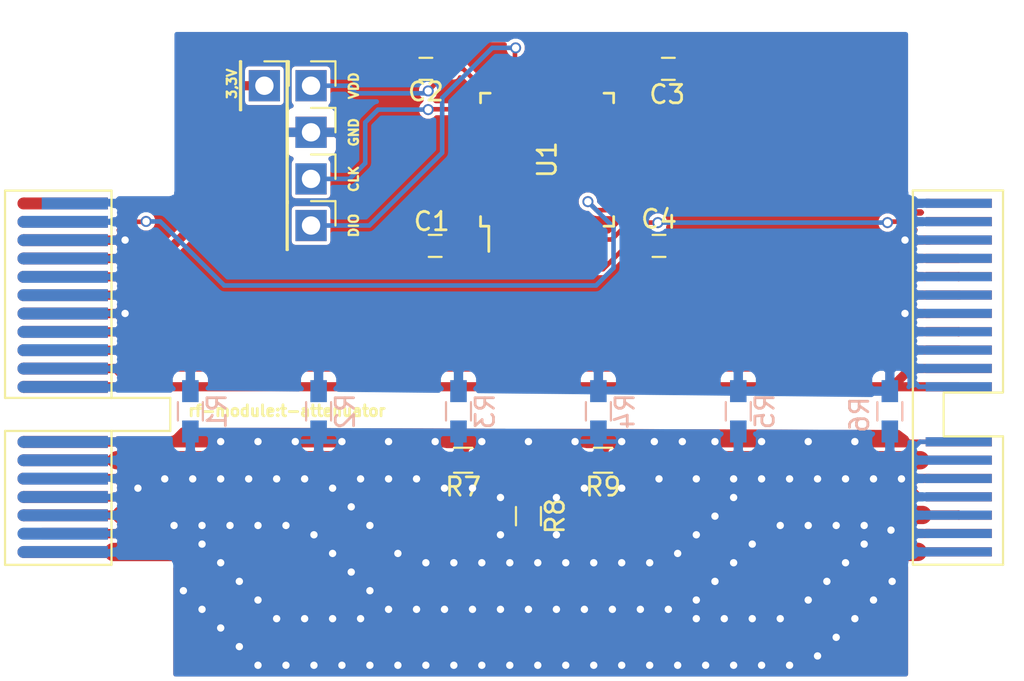
<source format=kicad_pcb>
(kicad_pcb (version 4) (host pcbnew 4.0.7)

  (general
    (links 100)
    (no_connects 4)
    (area 95.474999 68.30913 151.675001 105.612001)
    (thickness 1.6)
    (drawings 26)
    (tracks 717)
    (zones 0)
    (modules 21)
    (nets 52)
  )

  (page A4)
  (layers
    (0 F.Cu signal)
    (31 B.Cu signal)
    (32 B.Adhes user hide)
    (33 F.Adhes user)
    (34 B.Paste user hide)
    (35 F.Paste user hide)
    (36 B.SilkS user)
    (37 F.SilkS user)
    (38 B.Mask user hide)
    (39 F.Mask user hide)
    (40 Dwgs.User user)
    (41 Cmts.User user)
    (42 Eco1.User user)
    (43 Eco2.User user)
    (44 Edge.Cuts user)
    (45 Margin user)
    (46 B.CrtYd user)
    (47 F.CrtYd user)
    (48 B.Fab user)
    (49 F.Fab user)
  )

  (setup
    (last_trace_width 0.25)
    (trace_clearance 0.2)
    (zone_clearance 0.2)
    (zone_45_only no)
    (trace_min 0.2)
    (segment_width 0.2)
    (edge_width 0.001)
    (via_size 0.6)
    (via_drill 0.4)
    (via_min_size 0.4)
    (via_min_drill 0.3)
    (uvia_size 0.3)
    (uvia_drill 0.1)
    (uvias_allowed no)
    (uvia_min_size 0.2)
    (uvia_min_drill 0.1)
    (pcb_text_width 0.3)
    (pcb_text_size 1.5 1.5)
    (mod_edge_width 0.15)
    (mod_text_size 1 1)
    (mod_text_width 0.15)
    (pad_size 1.524 1.524)
    (pad_drill 0.762)
    (pad_to_mask_clearance 0.2)
    (aux_axis_origin 0 0)
    (visible_elements 7FFFFBFF)
    (pcbplotparams
      (layerselection 0x010f0_80000001)
      (usegerberextensions true)
      (excludeedgelayer true)
      (linewidth 0.100000)
      (plotframeref false)
      (viasonmask false)
      (mode 1)
      (useauxorigin false)
      (hpglpennumber 1)
      (hpglpenspeed 20)
      (hpglpendiameter 15)
      (hpglpenoverlay 2)
      (psnegative false)
      (psa4output false)
      (plotreference true)
      (plotvalue true)
      (plotinvisibletext false)
      (padsonsilk false)
      (subtractmaskfromsilk false)
      (outputformat 1)
      (mirror false)
      (drillshape 0)
      (scaleselection 1)
      (outputdirectory gerber-t-att/))
  )

  (net 0 "")
  (net 1 /VDD)
  (net 2 GND)
  (net 3 /RX-PC)
  (net 4 /RX)
  (net 5 /3,3V)
  (net 6 /+5V)
  (net 7 /-5V)
  (net 8 /+12V)
  (net 9 /-12V)
  (net 10 /RF-GND)
  (net 11 /REF)
  (net 12 /AUX)
  (net 13 /RF-IN)
  (net 14 /TX)
  (net 15 /RF-OUT)
  (net 16 "Net-(U1-Pad1)")
  (net 17 "Net-(U1-Pad2)")
  (net 18 "Net-(U1-Pad3)")
  (net 19 "Net-(U1-Pad4)")
  (net 20 "Net-(U1-Pad5)")
  (net 21 "Net-(U1-Pad6)")
  (net 22 "Net-(U1-Pad10)")
  (net 23 "Net-(U1-Pad11)")
  (net 24 "Net-(U1-Pad14)")
  (net 25 "Net-(U1-Pad15)")
  (net 26 "Net-(U1-Pad16)")
  (net 27 "Net-(U1-Pad17)")
  (net 28 "Net-(U1-Pad18)")
  (net 29 "Net-(U1-Pad19)")
  (net 30 "Net-(U1-Pad21)")
  (net 31 "Net-(U1-Pad22)")
  (net 32 "Net-(U1-Pad25)")
  (net 33 "Net-(U1-Pad26)")
  (net 34 "Net-(U1-Pad27)")
  (net 35 "Net-(U1-Pad28)")
  (net 36 "Net-(U1-Pad29)")
  (net 37 "Net-(U1-Pad32)")
  (net 38 "Net-(U1-Pad33)")
  (net 39 "Net-(U1-Pad38)")
  (net 40 "Net-(U1-Pad39)")
  (net 41 "Net-(U1-Pad40)")
  (net 42 "Net-(U1-Pad41)")
  (net 43 "Net-(U1-Pad42)")
  (net 44 "Net-(U1-Pad43)")
  (net 45 "Net-(U1-Pad45)")
  (net 46 "Net-(U1-Pad46)")
  (net 47 "Net-(R10-Pad1)")
  (net 48 /SWDIO)
  (net 49 /SWCLK)
  (net 50 "Net-(U1-Pad30)")
  (net 51 "Net-(U1-Pad31)")

  (net_class Default "Dies ist die voreingestellte Netzklasse."
    (clearance 0.2)
    (trace_width 0.25)
    (via_dia 0.6)
    (via_drill 0.4)
    (uvia_dia 0.3)
    (uvia_drill 0.1)
    (add_net /RF-GND)
    (add_net /RX)
    (add_net /RX-PC)
    (add_net /SWCLK)
    (add_net /SWDIO)
    (add_net /TX)
    (add_net /VDD)
    (add_net GND)
    (add_net "Net-(U1-Pad1)")
    (add_net "Net-(U1-Pad10)")
    (add_net "Net-(U1-Pad11)")
    (add_net "Net-(U1-Pad14)")
    (add_net "Net-(U1-Pad15)")
    (add_net "Net-(U1-Pad16)")
    (add_net "Net-(U1-Pad17)")
    (add_net "Net-(U1-Pad18)")
    (add_net "Net-(U1-Pad19)")
    (add_net "Net-(U1-Pad2)")
    (add_net "Net-(U1-Pad21)")
    (add_net "Net-(U1-Pad22)")
    (add_net "Net-(U1-Pad25)")
    (add_net "Net-(U1-Pad26)")
    (add_net "Net-(U1-Pad27)")
    (add_net "Net-(U1-Pad28)")
    (add_net "Net-(U1-Pad29)")
    (add_net "Net-(U1-Pad3)")
    (add_net "Net-(U1-Pad30)")
    (add_net "Net-(U1-Pad31)")
    (add_net "Net-(U1-Pad32)")
    (add_net "Net-(U1-Pad33)")
    (add_net "Net-(U1-Pad38)")
    (add_net "Net-(U1-Pad39)")
    (add_net "Net-(U1-Pad4)")
    (add_net "Net-(U1-Pad40)")
    (add_net "Net-(U1-Pad41)")
    (add_net "Net-(U1-Pad42)")
    (add_net "Net-(U1-Pad43)")
    (add_net "Net-(U1-Pad45)")
    (add_net "Net-(U1-Pad46)")
    (add_net "Net-(U1-Pad5)")
    (add_net "Net-(U1-Pad6)")
  )

  (net_class Power ""
    (clearance 0.2)
    (trace_width 0.5)
    (via_dia 0.6)
    (via_drill 0.4)
    (uvia_dia 0.3)
    (uvia_drill 0.1)
    (add_net /+12V)
    (add_net /+5V)
    (add_net /-12V)
    (add_net /-5V)
    (add_net /3,3V)
  )

  (net_class RF ""
    (clearance 0.15)
    (trace_width 1)
    (via_dia 0.6)
    (via_drill 0.4)
    (uvia_dia 0.3)
    (uvia_drill 0.1)
    (add_net /AUX)
    (add_net /REF)
    (add_net /RF-IN)
    (add_net /RF-OUT)
    (add_net "Net-(R10-Pad1)")
  )

  (module Connector_PCIx1:PCI-EXPRESS-SLOT (layer F.Cu) (tedit 5B0AF2DB) (tstamp 5B0A722C)
    (at 147.4 99.025 90)
    (path /5B02CF1F)
    (fp_text reference J12 (at 14.508 -3.31 90) (layer F.SilkS) hide
      (effects (font (size 1 1) (thickness 0.15)))
    )
    (fp_text value "PCIx136p Slot" (at 7.874 -4.572 90) (layer F.Fab)
      (effects (font (size 1 1) (thickness 0.15)))
    )
    (fp_line (start 9.2408 -0.2978) (end 9.2408 2.9022) (layer F.SilkS) (width 0.12))
    (fp_line (start 9.2374 -0.3232) (end 6.858 -0.3232) (layer F.SilkS) (width 0.12))
    (fp_line (start 6.8532 -0.2978) (end 6.8532 2.9022) (layer F.SilkS) (width 0.12))
    (fp_line (start 20.258 -2) (end -0.127 -2) (layer F.SilkS) (width 0.12))
    (fp_line (start 9.271 2.911) (end 20.258 2.911) (layer F.SilkS) (width 0.12))
    (fp_line (start 20.258 2.921) (end 20.258 -2) (layer F.SilkS) (width 0.12))
    (fp_line (start 6.858 2.911) (end -0.142 2.911) (layer F.SilkS) (width 0.12))
    (fp_line (start -0.142 -2) (end -0.142 2.921) (layer F.SilkS) (width 0.12))
    (fp_line (start 20.508 -5.45) (end -0.392 -5.45) (layer F.CrtYd) (width 0.05))
    (fp_line (start 20.508 -5.45) (end 20.508 4.05) (layer F.CrtYd) (width 0.05))
    (fp_line (start -0.392 4.05) (end -0.392 -5.45) (layer F.CrtYd) (width 0.05))
    (fp_line (start -0.392 4.05) (end 20.508 4.05) (layer F.CrtYd) (width 0.05))
    (pad B1 connect rect (at 19.558 0.5 90) (size 0.5 3.6) (layers F.Cu F.Mask)
      (net 3 /RX-PC))
    (pad B2 connect rect (at 18.558 0.5 90) (size 0.5 3.6) (layers F.Cu F.Mask)
      (net 14 /TX))
    (pad B3 connect rect (at 17.558 0.5 90) (size 0.5 3.6) (layers F.Cu F.Mask)
      (net 2 GND))
    (pad B4 connect rect (at 16.558 0.5 90) (size 0.5 3.6) (layers F.Cu F.Mask)
      (net 5 /3,3V))
    (pad B5 connect rect (at 15.558 0.5 90) (size 0.5 3.6) (layers F.Cu F.Mask)
      (net 6 /+5V))
    (pad B6 connect rect (at 14.558 0.5 90) (size 0.5 3.6) (layers F.Cu F.Mask)
      (net 7 /-5V))
    (pad B7 connect rect (at 13.558 0.5 90) (size 0.5 3.6) (layers F.Cu F.Mask)
      (net 2 GND))
    (pad B8 connect rect (at 12.558 0.5 90) (size 0.5 3.6) (layers F.Cu F.Mask)
      (net 8 /+12V))
    (pad B9 connect rect (at 11.558 0.5 90) (size 0.5 3.6) (layers F.Cu F.Mask)
      (net 8 /+12V))
    (pad B10 connect rect (at 10.558 0.5 90) (size 0.5 3.6) (layers F.Cu F.Mask)
      (net 9 /-12V))
    (pad B11 connect rect (at 9.558 0.5 90) (size 0.5 3.6) (layers F.Cu F.Mask)
      (net 9 /-12V))
    (pad B14 connect rect (at 4.558 0.5 90) (size 0.5 3.6) (layers F.Cu F.Mask)
      (net 10 /RF-GND))
    (pad B15 connect rect (at 3.558 0.5 90) (size 0.5 3.6) (layers F.Cu F.Mask)
      (net 10 /RF-GND))
    (pad B16 connect rect (at 2.558 0.5 90) (size 0.5 3.6) (layers F.Cu F.Mask)
      (net 11 /REF))
    (pad B17 connect rect (at 1.558 0.5 90) (size 0.5 3.6) (layers F.Cu F.Mask)
      (net 10 /RF-GND))
    (pad B18 connect rect (at 0.558 0.5 90) (size 0.5 3.6) (layers F.Cu F.Mask)
      (net 12 /AUX))
    (pad B12 connect rect (at 6.558 0.5 90) (size 0.5 3.6) (layers F.Cu F.Mask)
      (net 10 /RF-GND))
    (pad B13 connect rect (at 5.558 0.5 90) (size 0.5 3.6) (layers F.Cu F.Mask)
      (net 15 /RF-OUT))
    (pad A1 connect rect (at 19.558 0.5 90) (size 0.5 3.6) (layers B.Cu B.Mask)
      (net 2 GND))
    (pad A2 connect rect (at 18.558 0.5 90) (size 0.5 3.6) (layers B.Cu B.Mask)
      (net 2 GND))
    (pad A3 connect rect (at 17.558 0.5 90) (size 0.5 3.6) (layers B.Cu B.Mask)
      (net 2 GND))
    (pad A4 connect rect (at 16.558 0.5 90) (size 0.5 3.6) (layers B.Cu B.Mask)
      (net 2 GND))
    (pad A5 connect rect (at 15.558 0.5 90) (size 0.5 3.6) (layers B.Cu B.Mask)
      (net 2 GND))
    (pad A6 connect rect (at 14.558 0.5 90) (size 0.5 3.6) (layers B.Cu B.Mask)
      (net 2 GND))
    (pad A7 connect rect (at 13.558 0.5 90) (size 0.5 3.6) (layers B.Cu B.Mask)
      (net 2 GND))
    (pad A8 connect rect (at 12.558 0.5 90) (size 0.5 3.6) (layers B.Cu B.Mask)
      (net 2 GND))
    (pad A9 connect rect (at 11.558 0.5 90) (size 0.5 3.6) (layers B.Cu B.Mask)
      (net 2 GND))
    (pad A10 connect rect (at 10.558 0.5 90) (size 0.5 3.6) (layers B.Cu B.Mask)
      (net 2 GND))
    (pad A11 connect rect (at 9.558 0.5 90) (size 0.5 3.6) (layers B.Cu B.Mask)
      (net 2 GND))
    (pad A14 connect rect (at 4.558 0.5 90) (size 0.5 3.6) (layers B.Cu B.Mask)
      (net 10 /RF-GND))
    (pad A15 connect rect (at 3.558 0.5 90) (size 0.5 3.6) (layers B.Cu B.Mask)
      (net 10 /RF-GND))
    (pad A16 connect rect (at 2.558 0.5 90) (size 0.5 3.6) (layers B.Cu B.Mask)
      (net 10 /RF-GND))
    (pad A17 connect rect (at 1.558 0.5 90) (size 0.5 3.6) (layers B.Cu B.Mask)
      (net 10 /RF-GND))
    (pad A18 connect rect (at 0.558 0.5 90) (size 0.5 3.6) (layers B.Cu B.Mask)
      (net 10 /RF-GND))
    (pad A12 connect rect (at 6.558 0.5 90) (size 0.5 3.6) (layers B.Cu B.Mask)
      (net 10 /RF-GND))
    (pad A13 connect rect (at 5.558 0.5 90) (size 0.5 3.6) (layers B.Cu B.Mask)
      (net 10 /RF-GND))
  )

  (module Pin_Headers:Pin_Header_Straight_1x01_Pitch2.54mm (layer F.Cu) (tedit 5B0EC536) (tstamp 5B0EB8B6)
    (at 112.61725 80.67675 270)
    (descr "Through hole straight pin header, 1x01, 2.54mm pitch, single row")
    (tags "Through hole pin header THT 1x01 2.54mm single row")
    (path /5B02E84E)
    (fp_text reference DIO (at 0 -2.33 270) (layer F.SilkS)
      (effects (font (size 0.5 0.5) (thickness 0.125)))
    )
    (fp_text value Conn_01x01 (at 0 2.33 270) (layer F.Fab)
      (effects (font (size 1 1) (thickness 0.15)))
    )
    (fp_line (start -0.635 -1.27) (end 1.27 -1.27) (layer F.Fab) (width 0.1))
    (fp_line (start 1.27 -1.27) (end 1.27 1.27) (layer F.Fab) (width 0.1))
    (fp_line (start 1.27 1.27) (end -1.27 1.27) (layer F.Fab) (width 0.1))
    (fp_line (start -1.27 1.27) (end -1.27 -0.635) (layer F.Fab) (width 0.1))
    (fp_line (start -1.27 -0.635) (end -0.635 -1.27) (layer F.Fab) (width 0.1))
    (fp_line (start -1.33 1.33) (end 1.33 1.33) (layer F.SilkS) (width 0.12))
    (fp_line (start -1.33 1.27) (end -1.33 1.33) (layer F.SilkS) (width 0.12))
    (fp_line (start 1.33 1.27) (end 1.33 1.33) (layer F.SilkS) (width 0.12))
    (fp_line (start -1.33 1.27) (end 1.33 1.27) (layer F.SilkS) (width 0.12))
    (fp_line (start -1.33 0) (end -1.33 -1.33) (layer F.SilkS) (width 0.12))
    (fp_line (start -1.33 -1.33) (end 0 -1.33) (layer F.SilkS) (width 0.12))
    (fp_line (start -1.8 -1.8) (end -1.8 1.8) (layer F.CrtYd) (width 0.05))
    (fp_line (start -1.8 1.8) (end 1.8 1.8) (layer F.CrtYd) (width 0.05))
    (fp_line (start 1.8 1.8) (end 1.8 -1.8) (layer F.CrtYd) (width 0.05))
    (fp_line (start 1.8 -1.8) (end -1.8 -1.8) (layer F.CrtYd) (width 0.05))
    (fp_text user %R (at 0 0 360) (layer F.Fab)
      (effects (font (size 1 1) (thickness 0.15)))
    )
    (pad 1 thru_hole rect (at 0 0 270) (size 1.7 1.7) (drill 1) (layers *.Cu *.Mask)
      (net 48 /SWDIO))
    (model ${KISYS3DMOD}/Pin_Headers.3dshapes/Pin_Header_Straight_1x01_Pitch2.54mm.wrl
      (at (xyz 0 0 0))
      (scale (xyz 1 1 1))
      (rotate (xyz 0 0 0))
    )
  )

  (module Pin_Headers:Pin_Header_Straight_1x01_Pitch2.54mm (layer F.Cu) (tedit 5B0EC543) (tstamp 5B0EB8E0)
    (at 112.61725 75.59675 270)
    (descr "Through hole straight pin header, 1x01, 2.54mm pitch, single row")
    (tags "Through hole pin header THT 1x01 2.54mm single row")
    (path /5B02E7B6)
    (fp_text reference GND (at 0 -2.33 270) (layer F.SilkS)
      (effects (font (size 0.5 0.5) (thickness 0.125)))
    )
    (fp_text value Conn_01x01 (at 0 2.33 270) (layer F.Fab)
      (effects (font (size 1 1) (thickness 0.15)))
    )
    (fp_line (start -0.635 -1.27) (end 1.27 -1.27) (layer F.Fab) (width 0.1))
    (fp_line (start 1.27 -1.27) (end 1.27 1.27) (layer F.Fab) (width 0.1))
    (fp_line (start 1.27 1.27) (end -1.27 1.27) (layer F.Fab) (width 0.1))
    (fp_line (start -1.27 1.27) (end -1.27 -0.635) (layer F.Fab) (width 0.1))
    (fp_line (start -1.27 -0.635) (end -0.635 -1.27) (layer F.Fab) (width 0.1))
    (fp_line (start -1.33 1.33) (end 1.33 1.33) (layer F.SilkS) (width 0.12))
    (fp_line (start -1.33 1.27) (end -1.33 1.33) (layer F.SilkS) (width 0.12))
    (fp_line (start 1.33 1.27) (end 1.33 1.33) (layer F.SilkS) (width 0.12))
    (fp_line (start -1.33 1.27) (end 1.33 1.27) (layer F.SilkS) (width 0.12))
    (fp_line (start -1.33 0) (end -1.33 -1.33) (layer F.SilkS) (width 0.12))
    (fp_line (start -1.33 -1.33) (end 0 -1.33) (layer F.SilkS) (width 0.12))
    (fp_line (start -1.8 -1.8) (end -1.8 1.8) (layer F.CrtYd) (width 0.05))
    (fp_line (start -1.8 1.8) (end 1.8 1.8) (layer F.CrtYd) (width 0.05))
    (fp_line (start 1.8 1.8) (end 1.8 -1.8) (layer F.CrtYd) (width 0.05))
    (fp_line (start 1.8 -1.8) (end -1.8 -1.8) (layer F.CrtYd) (width 0.05))
    (fp_text user %R (at 0 0 360) (layer F.Fab)
      (effects (font (size 1 1) (thickness 0.15)))
    )
    (pad 1 thru_hole rect (at 0 0 270) (size 1.7 1.7) (drill 1) (layers *.Cu *.Mask)
      (net 2 GND))
    (model ${KISYS3DMOD}/Pin_Headers.3dshapes/Pin_Header_Straight_1x01_Pitch2.54mm.wrl
      (at (xyz 0 0 0))
      (scale (xyz 1 1 1))
      (rotate (xyz 0 0 0))
    )
  )

  (module Pin_Headers:Pin_Header_Straight_1x01_Pitch2.54mm (layer F.Cu) (tedit 5B0F16DE) (tstamp 5B0EB8CB)
    (at 112.61725 78.13675 270)
    (descr "Through hole straight pin header, 1x01, 2.54mm pitch, single row")
    (tags "Through hole pin header THT 1x01 2.54mm single row")
    (path /5B02E854)
    (fp_text reference CLK (at 0 -2.33 270) (layer F.SilkS)
      (effects (font (size 0.5 0.5) (thickness 0.125)))
    )
    (fp_text value Conn_01x01 (at 0 2.33 270) (layer F.Fab)
      (effects (font (size 1 1) (thickness 0.15)))
    )
    (fp_line (start -0.635 -1.27) (end 1.27 -1.27) (layer F.Fab) (width 0.1))
    (fp_line (start 1.27 -1.27) (end 1.27 1.27) (layer F.Fab) (width 0.1))
    (fp_line (start 1.27 1.27) (end -1.27 1.27) (layer F.Fab) (width 0.1))
    (fp_line (start -1.27 1.27) (end -1.27 -0.635) (layer F.Fab) (width 0.1))
    (fp_line (start -1.27 -0.635) (end -0.635 -1.27) (layer F.Fab) (width 0.1))
    (fp_line (start -1.33 1.33) (end 1.33 1.33) (layer F.SilkS) (width 0.12))
    (fp_line (start -1.33 1.27) (end -1.33 1.33) (layer F.SilkS) (width 0.12))
    (fp_line (start 1.33 1.27) (end 1.33 1.33) (layer F.SilkS) (width 0.12))
    (fp_line (start -1.33 1.27) (end 1.33 1.27) (layer F.SilkS) (width 0.12))
    (fp_line (start -1.33 0) (end -1.33 -1.33) (layer F.SilkS) (width 0.12))
    (fp_line (start -1.33 -1.33) (end 0 -1.33) (layer F.SilkS) (width 0.12))
    (fp_line (start -1.8 -1.8) (end -1.8 1.8) (layer F.CrtYd) (width 0.05))
    (fp_line (start -1.8 1.8) (end 1.8 1.8) (layer F.CrtYd) (width 0.05))
    (fp_line (start 1.8 1.8) (end 1.8 -1.8) (layer F.CrtYd) (width 0.05))
    (fp_line (start 1.8 -1.8) (end -1.8 -1.8) (layer F.CrtYd) (width 0.05))
    (fp_text user %R (at 0 0 360) (layer F.Fab)
      (effects (font (size 1 1) (thickness 0.15)))
    )
    (pad 1 thru_hole rect (at 0 0 270) (size 1.7 1.7) (drill 1) (layers *.Cu *.Mask)
      (net 49 /SWCLK))
    (model ${KISYS3DMOD}/Pin_Headers.3dshapes/Pin_Header_Straight_1x01_Pitch2.54mm.wrl
      (at (xyz 0 0 0))
      (scale (xyz 1 1 1))
      (rotate (xyz 0 0 0))
    )
  )

  (module Pin_Headers:Pin_Header_Straight_1x01_Pitch2.54mm (layer F.Cu) (tedit 5B0F178E) (tstamp 5B0EB8A1)
    (at 110.07725 73.05675 270)
    (descr "Through hole straight pin header, 1x01, 2.54mm pitch, single row")
    (tags "Through hole pin header THT 1x01 2.54mm single row")
    (path /5B02E92F)
    (fp_text reference 3,3V (at -0.10795 1.77165 270) (layer F.SilkS)
      (effects (font (size 0.5 0.5) (thickness 0.125)))
    )
    (fp_text value Conn_01x01 (at 0 2.33 270) (layer F.Fab)
      (effects (font (size 1 1) (thickness 0.15)))
    )
    (fp_line (start -0.635 -1.27) (end 1.27 -1.27) (layer F.Fab) (width 0.1))
    (fp_line (start 1.27 -1.27) (end 1.27 1.27) (layer F.Fab) (width 0.1))
    (fp_line (start 1.27 1.27) (end -1.27 1.27) (layer F.Fab) (width 0.1))
    (fp_line (start -1.27 1.27) (end -1.27 -0.635) (layer F.Fab) (width 0.1))
    (fp_line (start -1.27 -0.635) (end -0.635 -1.27) (layer F.Fab) (width 0.1))
    (fp_line (start -1.33 1.33) (end 1.33 1.33) (layer F.SilkS) (width 0.12))
    (fp_line (start -1.33 1.27) (end -1.33 1.33) (layer F.SilkS) (width 0.12))
    (fp_line (start 1.33 1.27) (end 1.33 1.33) (layer F.SilkS) (width 0.12))
    (fp_line (start -1.33 1.27) (end 1.33 1.27) (layer F.SilkS) (width 0.12))
    (fp_line (start -1.33 0) (end -1.33 -1.33) (layer F.SilkS) (width 0.12))
    (fp_line (start -1.33 -1.33) (end 0 -1.33) (layer F.SilkS) (width 0.12))
    (fp_line (start -1.8 -1.8) (end -1.8 1.8) (layer F.CrtYd) (width 0.05))
    (fp_line (start -1.8 1.8) (end 1.8 1.8) (layer F.CrtYd) (width 0.05))
    (fp_line (start 1.8 1.8) (end 1.8 -1.8) (layer F.CrtYd) (width 0.05))
    (fp_line (start 1.8 -1.8) (end -1.8 -1.8) (layer F.CrtYd) (width 0.05))
    (fp_text user %R (at 0 0 360) (layer F.Fab)
      (effects (font (size 1 1) (thickness 0.15)))
    )
    (pad 1 thru_hole rect (at 0 0 270) (size 1.7 1.7) (drill 1) (layers *.Cu *.Mask)
      (net 5 /3,3V))
    (model ${KISYS3DMOD}/Pin_Headers.3dshapes/Pin_Header_Straight_1x01_Pitch2.54mm.wrl
      (at (xyz 0 0 0))
      (scale (xyz 1 1 1))
      (rotate (xyz 0 0 0))
    )
  )

  (module uC:LQFP-48_7x7mm_Pitch0.5mm (layer F.Cu) (tedit 5B0F1799) (tstamp 5B0A7290)
    (at 125.476 77.089 90)
    (descr "48 LEAD LQFP 7x7mm (see MICREL LQFP7x7-48LD-PL-1.pdf)")
    (tags "QFP 0.5")
    (path /5B02CE31)
    (attr smd)
    (fp_text reference U1 (at 0 0 90) (layer F.SilkS)
      (effects (font (size 1 1) (thickness 0.15)))
    )
    (fp_text value STM32-48PIN (at 0 6 90) (layer F.Fab)
      (effects (font (size 1 1) (thickness 0.15)))
    )
    (fp_text user %R (at 0 0 90) (layer F.Fab)
      (effects (font (size 1 1) (thickness 0.15)))
    )
    (fp_line (start -2.5 -3.5) (end 3.5 -3.5) (layer F.Fab) (width 0.15))
    (fp_line (start 3.5 -3.5) (end 3.5 3.5) (layer F.Fab) (width 0.15))
    (fp_line (start 3.5 3.5) (end -3.5 3.5) (layer F.Fab) (width 0.15))
    (fp_line (start -3.5 3.5) (end -3.5 -2.5) (layer F.Fab) (width 0.15))
    (fp_line (start -3.5 -2.5) (end -2.5 -3.5) (layer F.Fab) (width 0.15))
    (fp_line (start -5.25 -5.25) (end -5.25 5.25) (layer F.CrtYd) (width 0.05))
    (fp_line (start 5.25 -5.25) (end 5.25 5.25) (layer F.CrtYd) (width 0.05))
    (fp_line (start -5.25 -5.25) (end 5.25 -5.25) (layer F.CrtYd) (width 0.05))
    (fp_line (start -5.25 5.25) (end 5.25 5.25) (layer F.CrtYd) (width 0.05))
    (fp_line (start -3.625 -3.625) (end -3.625 -3.175) (layer F.SilkS) (width 0.15))
    (fp_line (start 3.625 -3.625) (end 3.625 -3.1) (layer F.SilkS) (width 0.15))
    (fp_line (start 3.625 3.625) (end 3.625 3.1) (layer F.SilkS) (width 0.15))
    (fp_line (start -3.625 3.625) (end -3.625 3.1) (layer F.SilkS) (width 0.15))
    (fp_line (start -3.625 -3.625) (end -3.1 -3.625) (layer F.SilkS) (width 0.15))
    (fp_line (start -3.625 3.625) (end -3.1 3.625) (layer F.SilkS) (width 0.15))
    (fp_line (start 3.625 3.625) (end 3.1 3.625) (layer F.SilkS) (width 0.15))
    (fp_line (start 3.625 -3.625) (end 3.1 -3.625) (layer F.SilkS) (width 0.15))
    (fp_line (start -3.625 -3.175) (end -5 -3.175) (layer F.SilkS) (width 0.15))
    (pad 1 smd rect (at -4.35 -2.75 90) (size 1.3 0.25) (layers F.Cu F.Paste F.Mask)
      (net 16 "Net-(U1-Pad1)"))
    (pad 2 smd rect (at -4.35 -2.25 90) (size 1.3 0.25) (layers F.Cu F.Paste F.Mask)
      (net 17 "Net-(U1-Pad2)"))
    (pad 3 smd rect (at -4.35 -1.75 90) (size 1.3 0.25) (layers F.Cu F.Paste F.Mask)
      (net 18 "Net-(U1-Pad3)"))
    (pad 4 smd rect (at -4.35 -1.25 90) (size 1.3 0.25) (layers F.Cu F.Paste F.Mask)
      (net 19 "Net-(U1-Pad4)"))
    (pad 5 smd rect (at -4.35 -0.75 90) (size 1.3 0.25) (layers F.Cu F.Paste F.Mask)
      (net 20 "Net-(U1-Pad5)"))
    (pad 6 smd rect (at -4.35 -0.25 90) (size 1.3 0.25) (layers F.Cu F.Paste F.Mask)
      (net 21 "Net-(U1-Pad6)"))
    (pad 7 smd rect (at -4.35 0.25 90) (size 1.3 0.25) (layers F.Cu F.Paste F.Mask)
      (net 1 /VDD))
    (pad 8 smd rect (at -4.35 0.75 90) (size 1.3 0.25) (layers F.Cu F.Paste F.Mask)
      (net 2 GND))
    (pad 9 smd rect (at -4.35 1.25 90) (size 1.3 0.25) (layers F.Cu F.Paste F.Mask)
      (net 1 /VDD))
    (pad 10 smd rect (at -4.35 1.75 90) (size 1.3 0.25) (layers F.Cu F.Paste F.Mask)
      (net 22 "Net-(U1-Pad10)"))
    (pad 11 smd rect (at -4.35 2.25 90) (size 1.3 0.25) (layers F.Cu F.Paste F.Mask)
      (net 23 "Net-(U1-Pad11)"))
    (pad 12 smd rect (at -4.35 2.75 90) (size 1.3 0.25) (layers F.Cu F.Paste F.Mask)
      (net 14 /TX))
    (pad 13 smd rect (at -2.75 4.35 180) (size 1.3 0.25) (layers F.Cu F.Paste F.Mask)
      (net 4 /RX))
    (pad 14 smd rect (at -2.25 4.35 180) (size 1.3 0.25) (layers F.Cu F.Paste F.Mask)
      (net 24 "Net-(U1-Pad14)"))
    (pad 15 smd rect (at -1.75 4.35 180) (size 1.3 0.25) (layers F.Cu F.Paste F.Mask)
      (net 25 "Net-(U1-Pad15)"))
    (pad 16 smd rect (at -1.25 4.35 180) (size 1.3 0.25) (layers F.Cu F.Paste F.Mask)
      (net 26 "Net-(U1-Pad16)"))
    (pad 17 smd rect (at -0.75 4.35 180) (size 1.3 0.25) (layers F.Cu F.Paste F.Mask)
      (net 27 "Net-(U1-Pad17)"))
    (pad 18 smd rect (at -0.25 4.35 180) (size 1.3 0.25) (layers F.Cu F.Paste F.Mask)
      (net 28 "Net-(U1-Pad18)"))
    (pad 19 smd rect (at 0.25 4.35 180) (size 1.3 0.25) (layers F.Cu F.Paste F.Mask)
      (net 29 "Net-(U1-Pad19)"))
    (pad 20 smd rect (at 0.75 4.35 180) (size 1.3 0.25) (layers F.Cu F.Paste F.Mask)
      (net 2 GND))
    (pad 21 smd rect (at 1.25 4.35 180) (size 1.3 0.25) (layers F.Cu F.Paste F.Mask)
      (net 30 "Net-(U1-Pad21)"))
    (pad 22 smd rect (at 1.75 4.35 180) (size 1.3 0.25) (layers F.Cu F.Paste F.Mask)
      (net 31 "Net-(U1-Pad22)"))
    (pad 23 smd rect (at 2.25 4.35 180) (size 1.3 0.25) (layers F.Cu F.Paste F.Mask)
      (net 2 GND))
    (pad 24 smd rect (at 2.75 4.35 180) (size 1.3 0.25) (layers F.Cu F.Paste F.Mask)
      (net 1 /VDD))
    (pad 25 smd rect (at 4.35 2.75 90) (size 1.3 0.25) (layers F.Cu F.Paste F.Mask)
      (net 32 "Net-(U1-Pad25)"))
    (pad 26 smd rect (at 4.35 2.25 90) (size 1.3 0.25) (layers F.Cu F.Paste F.Mask)
      (net 33 "Net-(U1-Pad26)"))
    (pad 27 smd rect (at 4.35 1.75 90) (size 1.3 0.25) (layers F.Cu F.Paste F.Mask)
      (net 34 "Net-(U1-Pad27)"))
    (pad 28 smd rect (at 4.35 1.25 90) (size 1.3 0.25) (layers F.Cu F.Paste F.Mask)
      (net 35 "Net-(U1-Pad28)"))
    (pad 29 smd rect (at 4.35 0.75 90) (size 1.3 0.25) (layers F.Cu F.Paste F.Mask)
      (net 36 "Net-(U1-Pad29)"))
    (pad 30 smd rect (at 4.35 0.25 90) (size 1.3 0.25) (layers F.Cu F.Paste F.Mask)
      (net 50 "Net-(U1-Pad30)"))
    (pad 31 smd rect (at 4.35 -0.25 90) (size 1.3 0.25) (layers F.Cu F.Paste F.Mask)
      (net 51 "Net-(U1-Pad31)"))
    (pad 32 smd rect (at 4.35 -0.75 90) (size 1.3 0.25) (layers F.Cu F.Paste F.Mask)
      (net 37 "Net-(U1-Pad32)"))
    (pad 33 smd rect (at 4.35 -1.25 90) (size 1.3 0.25) (layers F.Cu F.Paste F.Mask)
      (net 38 "Net-(U1-Pad33)"))
    (pad 34 smd rect (at 4.35 -1.75 90) (size 1.3 0.25) (layers F.Cu F.Paste F.Mask)
      (net 48 /SWDIO))
    (pad 35 smd rect (at 4.35 -2.25 90) (size 1.3 0.25) (layers F.Cu F.Paste F.Mask)
      (net 2 GND))
    (pad 36 smd rect (at 4.35 -2.75 90) (size 1.3 0.25) (layers F.Cu F.Paste F.Mask)
      (net 1 /VDD))
    (pad 37 smd rect (at 2.75 -4.35 180) (size 1.3 0.25) (layers F.Cu F.Paste F.Mask)
      (net 49 /SWCLK))
    (pad 38 smd rect (at 2.25 -4.35 180) (size 1.3 0.25) (layers F.Cu F.Paste F.Mask)
      (net 39 "Net-(U1-Pad38)"))
    (pad 39 smd rect (at 1.75 -4.35 180) (size 1.3 0.25) (layers F.Cu F.Paste F.Mask)
      (net 40 "Net-(U1-Pad39)"))
    (pad 40 smd rect (at 1.25 -4.35 180) (size 1.3 0.25) (layers F.Cu F.Paste F.Mask)
      (net 41 "Net-(U1-Pad40)"))
    (pad 41 smd rect (at 0.75 -4.35 180) (size 1.3 0.25) (layers F.Cu F.Paste F.Mask)
      (net 42 "Net-(U1-Pad41)"))
    (pad 42 smd rect (at 0.25 -4.35 180) (size 1.3 0.25) (layers F.Cu F.Paste F.Mask)
      (net 43 "Net-(U1-Pad42)"))
    (pad 43 smd rect (at -0.25 -4.35 180) (size 1.3 0.25) (layers F.Cu F.Paste F.Mask)
      (net 44 "Net-(U1-Pad43)"))
    (pad 44 smd rect (at -0.75 -4.35 180) (size 1.3 0.25) (layers F.Cu F.Paste F.Mask)
      (net 2 GND))
    (pad 45 smd rect (at -1.25 -4.35 180) (size 1.3 0.25) (layers F.Cu F.Paste F.Mask)
      (net 45 "Net-(U1-Pad45)"))
    (pad 46 smd rect (at -1.75 -4.35 180) (size 1.3 0.25) (layers F.Cu F.Paste F.Mask)
      (net 46 "Net-(U1-Pad46)"))
    (pad 47 smd rect (at -2.25 -4.35 180) (size 1.3 0.25) (layers F.Cu F.Paste F.Mask)
      (net 2 GND))
    (pad 48 smd rect (at -2.75 -4.35 180) (size 1.3 0.25) (layers F.Cu F.Paste F.Mask)
      (net 1 /VDD))
    (model ${KISYS3DMOD}/Housings_QFP.3dshapes/LQFP-48_7x7mm_Pitch0.5mm.wrl
      (at (xyz 0 0 0))
      (scale (xyz 1 1 1))
      (rotate (xyz 0 0 0))
    )
  )

  (module Connectors:PCI-EXPRESS (layer F.Cu) (tedit 5B0AF2DF) (tstamp 5B0A71D7)
    (at 99.75 79.475 270)
    (path /5B02DD7E)
    (fp_text reference J1 (at 5.05 -3.31 270) (layer F.SilkS) hide
      (effects (font (size 1 1) (thickness 0.15)))
    )
    (fp_text value PCIx136p (at 16.48 -3.31 270) (layer F.Fab)
      (effects (font (size 1 1) (thickness 0.15)))
    )
    (fp_line (start 10.6 -2) (end 10.6 -5.2) (layer F.SilkS) (width 0.12))
    (fp_line (start 10.6 -5.2) (end 12.4 -5.2) (layer F.SilkS) (width 0.12))
    (fp_line (start 12.4 -5.2) (end 12.4 -2) (layer F.SilkS) (width 0.12))
    (fp_line (start -0.7 -2) (end 10.6 -2) (layer F.SilkS) (width 0.12))
    (fp_line (start 10.6 -2) (end 10.6 3.8) (layer F.SilkS) (width 0.12))
    (fp_line (start 10.6 3.8) (end -0.7 3.8) (layer F.SilkS) (width 0.12))
    (fp_line (start -0.7 3.8) (end -0.7 -2) (layer F.SilkS) (width 0.12))
    (fp_line (start 19.7 -2) (end 12.4 -2) (layer F.SilkS) (width 0.12))
    (fp_line (start 12.4 3.8) (end 19.7 3.8) (layer F.SilkS) (width 0.12))
    (fp_line (start 12.4 -2) (end 12.4 3.8) (layer F.SilkS) (width 0.12))
    (fp_line (start 19.7 -2) (end 19.7 3.8) (layer F.SilkS) (width 0.12))
    (fp_line (start -0.95 -5.45) (end 19.95 -5.45) (layer F.CrtYd) (width 0.05))
    (fp_line (start -0.95 -5.45) (end -0.95 4.05) (layer F.CrtYd) (width 0.05))
    (fp_line (start 19.95 4.05) (end 19.95 -5.45) (layer F.CrtYd) (width 0.05))
    (fp_line (start 19.95 4.05) (end -0.95 4.05) (layer F.CrtYd) (width 0.05))
    (pad "" connect circle (at 19 2.8 270) (size 0.65 0.65) (layers F.Cu F.Mask))
    (pad B1 connect rect (at 0 0.5 270) (size 0.65 4.6) (layers F.Cu F.Mask)
      (net 3 /RX-PC))
    (pad B2 connect rect (at 1 0.5 270) (size 0.65 4.6) (layers F.Cu F.Mask)
      (net 4 /RX))
    (pad B3 connect rect (at 2 0.5 270) (size 0.65 4.6) (layers F.Cu F.Mask)
      (net 2 GND))
    (pad B4 connect rect (at 3 0.5 270) (size 0.65 4.6) (layers F.Cu F.Mask)
      (net 5 /3,3V))
    (pad B5 connect rect (at 4 0.5 270) (size 0.65 4.6) (layers F.Cu F.Mask)
      (net 6 /+5V))
    (pad B6 connect rect (at 5 0.5 270) (size 0.65 4.6) (layers F.Cu F.Mask)
      (net 7 /-5V))
    (pad B7 connect rect (at 6 0.5 270) (size 0.65 4.6) (layers F.Cu F.Mask)
      (net 2 GND))
    (pad B8 connect rect (at 7 0.5 270) (size 0.65 4.6) (layers F.Cu F.Mask)
      (net 8 /+12V))
    (pad B9 connect rect (at 8 0.5 270) (size 0.65 4.6) (layers F.Cu F.Mask)
      (net 8 /+12V))
    (pad B10 connect rect (at 9 0.5 270) (size 0.65 4.6) (layers F.Cu F.Mask)
      (net 9 /-12V))
    (pad B11 connect rect (at 10 0.5 270) (size 0.65 4.6) (layers F.Cu F.Mask)
      (net 9 /-12V))
    (pad B14 connect rect (at 15 0.5 270) (size 0.65 4.6) (layers F.Cu F.Mask)
      (net 10 /RF-GND))
    (pad B15 connect rect (at 16 0.5 270) (size 0.65 4.6) (layers F.Cu F.Mask)
      (net 10 /RF-GND))
    (pad B16 connect rect (at 17 0.5 270) (size 0.65 4.6) (layers F.Cu F.Mask)
      (net 11 /REF))
    (pad B17 connect rect (at 18 0 270) (size 0.65 3.6) (layers F.Cu F.Mask)
      (net 10 /RF-GND))
    (pad B18 connect rect (at 19 0.5 270) (size 0.65 4.6) (layers F.Cu F.Mask)
      (net 12 /AUX))
    (pad B12 connect rect (at 13 0.5 270) (size 0.65 4.6) (layers F.Cu F.Mask)
      (net 10 /RF-GND))
    (pad B13 connect rect (at 14 0.5 270) (size 0.65 4.6) (layers F.Cu F.Mask)
      (net 13 /RF-IN))
    (pad A1 connect rect (at 0 0 270) (size 0.65 3.6) (layers B.Cu B.Mask)
      (net 2 GND))
    (pad A2 connect rect (at 1 0.5 270) (size 0.65 4.6) (layers B.Cu B.Mask)
      (net 2 GND))
    (pad A3 connect rect (at 2 0.5 270) (size 0.65 4.6) (layers B.Cu B.Mask)
      (net 2 GND))
    (pad A4 connect rect (at 3 0.5 270) (size 0.65 4.6) (layers B.Cu B.Mask)
      (net 2 GND))
    (pad A5 connect rect (at 4 0.5 270) (size 0.65 4.6) (layers B.Cu B.Mask)
      (net 2 GND))
    (pad A6 connect rect (at 5 0.5 270) (size 0.65 4.6) (layers B.Cu B.Mask)
      (net 2 GND))
    (pad A7 connect rect (at 6 0.5 270) (size 0.65 4.6) (layers B.Cu B.Mask)
      (net 2 GND))
    (pad A8 connect rect (at 7 0.5 270) (size 0.65 4.6) (layers B.Cu B.Mask)
      (net 2 GND))
    (pad A9 connect rect (at 8 0.5 270) (size 0.65 4.6) (layers B.Cu B.Mask)
      (net 2 GND))
    (pad A10 connect rect (at 9 0.5 270) (size 0.65 4.6) (layers B.Cu B.Mask)
      (net 2 GND))
    (pad A11 connect rect (at 10 0.5 270) (size 0.65 4.6) (layers B.Cu B.Mask)
      (net 2 GND))
    (pad A14 connect rect (at 15 0.5 270) (size 0.65 4.6) (layers B.Cu B.Mask)
      (net 10 /RF-GND))
    (pad A15 connect rect (at 16 0.5 270) (size 0.65 4.6) (layers B.Cu B.Mask)
      (net 10 /RF-GND))
    (pad A16 connect rect (at 17 0.5 270) (size 0.65 4.6) (layers B.Cu B.Mask)
      (net 10 /RF-GND))
    (pad A17 connect rect (at 18 0.5 270) (size 0.65 4.6) (layers B.Cu B.Mask)
      (net 10 /RF-GND))
    (pad A18 connect rect (at 19 0.5 270) (size 0.65 4.6) (layers B.Cu B.Mask)
      (net 10 /RF-GND))
    (pad A12 connect rect (at 13 0.5 270) (size 0.65 4.6) (layers B.Cu B.Mask)
      (net 10 /RF-GND))
    (pad A13 connect rect (at 14 0.5 270) (size 0.65 4.6) (layers B.Cu B.Mask)
      (net 10 /RF-GND))
    (pad "" connect circle (at 2 2.8 270) (size 0.65 0.65) (layers F.Cu F.Mask))
    (pad "" connect circle (at 3 2.8 270) (size 0.65 0.65) (layers F.Cu F.Mask))
    (pad "" connect circle (at 4 2.8 270) (size 0.65 0.65) (layers F.Cu F.Mask))
    (pad "" connect circle (at 5 2.8 270) (size 0.65 0.65) (layers F.Cu F.Mask))
    (pad "" connect circle (at 6 2.8 270) (size 0.65 0.65) (layers F.Cu F.Mask))
    (pad "" connect circle (at 7 2.8 270) (size 0.65 0.65) (layers F.Cu F.Mask))
    (pad "" connect circle (at 8 2.8 270) (size 0.65 0.65) (layers F.Cu F.Mask))
    (pad "" connect circle (at 9 2.8 270) (size 0.65 0.65) (layers F.Cu F.Mask))
    (pad "" connect circle (at 10 2.8 270) (size 0.65 0.65) (layers F.Cu F.Mask))
    (pad "" connect circle (at 0 2.8 270) (size 0.65 0.65) (layers F.Cu F.Mask))
    (pad "" connect circle (at 13 2.8 270) (size 0.65 0.65) (layers F.Cu F.Mask))
    (pad "" connect circle (at 14 2.8 270) (size 0.65 0.65) (layers F.Cu F.Mask))
    (pad "" connect circle (at 15 2.8 270) (size 0.65 0.65) (layers F.Cu F.Mask))
    (pad "" connect circle (at 16 2.8 270) (size 0.65 0.65) (layers F.Cu F.Mask))
    (pad "" connect circle (at 17 2.8 270) (size 0.65 0.65) (layers F.Cu F.Mask))
    (pad "" connect circle (at 1 2.8 270) (size 0.65 0.65) (layers F.Cu F.Mask))
    (pad "" connect oval (at 3 2.8) (size 0.65 0.65) (layers B.Cu B.Mask))
    (pad "" connect oval (at 4 2.8) (size 0.65 0.65) (layers B.Cu B.Mask))
    (pad "" connect oval (at 5 2.8) (size 0.65 0.65) (layers B.Cu B.Mask))
    (pad "" connect oval (at 6 2.8) (size 0.65 0.65) (layers B.Cu B.Mask))
    (pad "" connect oval (at 7 2.8) (size 0.65 0.65) (layers B.Cu B.Mask))
    (pad "" connect oval (at 8 2.8) (size 0.65 0.65) (layers B.Cu B.Mask))
    (pad "" connect oval (at 9 2.8) (size 0.65 0.65) (layers B.Cu B.Mask))
    (pad "" connect oval (at 15 2.8) (size 0.65 0.65) (layers B.Cu B.Mask))
    (pad "" connect oval (at 16 2.8) (size 0.65 0.65) (layers B.Cu B.Mask))
    (pad "" connect oval (at 2 2.8) (size 0.65 0.65) (layers B.Cu B.Mask))
    (pad "" connect oval (at 14 2.8) (size 0.65 0.65) (layers B.Cu B.Mask))
    (pad "" connect oval (at 17 2.8) (size 0.65 0.65) (layers B.Cu B.Mask))
    (pad "" connect oval (at 10 2.8) (size 0.65 0.65) (layers B.Cu B.Mask))
    (pad "" connect oval (at 13 2.8) (size 0.65 0.65) (layers B.Cu B.Mask))
    (pad "" connect oval (at 18 2.8) (size 0.65 0.65) (layers B.Cu B.Mask))
    (pad "" connect oval (at 19 2.8) (size 0.65 0.65) (layers B.Cu B.Mask))
    (pad "" connect oval (at 1 2.8) (size 0.65 0.65) (layers B.Cu B.Mask))
  )

  (module Capacitors_SMD:C_0603_HandSoldering (layer F.Cu) (tedit 5B0AF3AC) (tstamp 5B0A717B)
    (at 119.38 81.788 180)
    (descr "Capacitor SMD 0603, hand soldering")
    (tags "capacitor 0603")
    (path /5B097648)
    (attr smd)
    (fp_text reference C1 (at 0.1905 1.3335 180) (layer F.SilkS)
      (effects (font (size 1 1) (thickness 0.15)))
    )
    (fp_text value 100nF (at 0 1.5 180) (layer F.Fab)
      (effects (font (size 1 1) (thickness 0.15)))
    )
    (fp_text user %R (at 0 -1.25 180) (layer F.Fab)
      (effects (font (size 1 1) (thickness 0.15)))
    )
    (fp_line (start -0.8 0.4) (end -0.8 -0.4) (layer F.Fab) (width 0.1))
    (fp_line (start 0.8 0.4) (end -0.8 0.4) (layer F.Fab) (width 0.1))
    (fp_line (start 0.8 -0.4) (end 0.8 0.4) (layer F.Fab) (width 0.1))
    (fp_line (start -0.8 -0.4) (end 0.8 -0.4) (layer F.Fab) (width 0.1))
    (fp_line (start -0.35 -0.6) (end 0.35 -0.6) (layer F.SilkS) (width 0.12))
    (fp_line (start 0.35 0.6) (end -0.35 0.6) (layer F.SilkS) (width 0.12))
    (fp_line (start -1.8 -0.65) (end 1.8 -0.65) (layer F.CrtYd) (width 0.05))
    (fp_line (start -1.8 -0.65) (end -1.8 0.65) (layer F.CrtYd) (width 0.05))
    (fp_line (start 1.8 0.65) (end 1.8 -0.65) (layer F.CrtYd) (width 0.05))
    (fp_line (start 1.8 0.65) (end -1.8 0.65) (layer F.CrtYd) (width 0.05))
    (pad 1 smd rect (at -0.95 0 180) (size 1.2 0.75) (layers F.Cu F.Paste F.Mask)
      (net 1 /VDD))
    (pad 2 smd rect (at 0.95 0 180) (size 1.2 0.75) (layers F.Cu F.Paste F.Mask)
      (net 2 GND))
    (model Capacitors_SMD.3dshapes/C_0603.wrl
      (at (xyz 0 0 0))
      (scale (xyz 1 1 1))
      (rotate (xyz 0 0 0))
    )
  )

  (module Capacitors_SMD:C_0603_HandSoldering (layer F.Cu) (tedit 58AA848B) (tstamp 5B0A7181)
    (at 118.872 72.136 180)
    (descr "Capacitor SMD 0603, hand soldering")
    (tags "capacitor 0603")
    (path /5B09772B)
    (attr smd)
    (fp_text reference C2 (at 0 -1.25 180) (layer F.SilkS)
      (effects (font (size 1 1) (thickness 0.15)))
    )
    (fp_text value 100nF (at 0 1.5 180) (layer F.Fab)
      (effects (font (size 1 1) (thickness 0.15)))
    )
    (fp_text user %R (at 0 -1.25 180) (layer F.Fab)
      (effects (font (size 1 1) (thickness 0.15)))
    )
    (fp_line (start -0.8 0.4) (end -0.8 -0.4) (layer F.Fab) (width 0.1))
    (fp_line (start 0.8 0.4) (end -0.8 0.4) (layer F.Fab) (width 0.1))
    (fp_line (start 0.8 -0.4) (end 0.8 0.4) (layer F.Fab) (width 0.1))
    (fp_line (start -0.8 -0.4) (end 0.8 -0.4) (layer F.Fab) (width 0.1))
    (fp_line (start -0.35 -0.6) (end 0.35 -0.6) (layer F.SilkS) (width 0.12))
    (fp_line (start 0.35 0.6) (end -0.35 0.6) (layer F.SilkS) (width 0.12))
    (fp_line (start -1.8 -0.65) (end 1.8 -0.65) (layer F.CrtYd) (width 0.05))
    (fp_line (start -1.8 -0.65) (end -1.8 0.65) (layer F.CrtYd) (width 0.05))
    (fp_line (start 1.8 0.65) (end 1.8 -0.65) (layer F.CrtYd) (width 0.05))
    (fp_line (start 1.8 0.65) (end -1.8 0.65) (layer F.CrtYd) (width 0.05))
    (pad 1 smd rect (at -0.95 0 180) (size 1.2 0.75) (layers F.Cu F.Paste F.Mask)
      (net 1 /VDD))
    (pad 2 smd rect (at 0.95 0 180) (size 1.2 0.75) (layers F.Cu F.Paste F.Mask)
      (net 2 GND))
    (model Capacitors_SMD.3dshapes/C_0603.wrl
      (at (xyz 0 0 0))
      (scale (xyz 1 1 1))
      (rotate (xyz 0 0 0))
    )
  )

  (module Capacitors_SMD:C_0603_HandSoldering (layer F.Cu) (tedit 5B0EC84C) (tstamp 5B0A7187)
    (at 132.08 72.136)
    (descr "Capacitor SMD 0603, hand soldering")
    (tags "capacitor 0603")
    (path /5B09783A)
    (attr smd)
    (fp_text reference C3 (at -0.0635 1.397) (layer F.SilkS)
      (effects (font (size 1 1) (thickness 0.15)))
    )
    (fp_text value 100nF (at 0 1.5) (layer F.Fab)
      (effects (font (size 1 1) (thickness 0.15)))
    )
    (fp_text user %R (at 0 -1.25) (layer F.Fab)
      (effects (font (size 1 1) (thickness 0.15)))
    )
    (fp_line (start -0.8 0.4) (end -0.8 -0.4) (layer F.Fab) (width 0.1))
    (fp_line (start 0.8 0.4) (end -0.8 0.4) (layer F.Fab) (width 0.1))
    (fp_line (start 0.8 -0.4) (end 0.8 0.4) (layer F.Fab) (width 0.1))
    (fp_line (start -0.8 -0.4) (end 0.8 -0.4) (layer F.Fab) (width 0.1))
    (fp_line (start -0.35 -0.6) (end 0.35 -0.6) (layer F.SilkS) (width 0.12))
    (fp_line (start 0.35 0.6) (end -0.35 0.6) (layer F.SilkS) (width 0.12))
    (fp_line (start -1.8 -0.65) (end 1.8 -0.65) (layer F.CrtYd) (width 0.05))
    (fp_line (start -1.8 -0.65) (end -1.8 0.65) (layer F.CrtYd) (width 0.05))
    (fp_line (start 1.8 0.65) (end 1.8 -0.65) (layer F.CrtYd) (width 0.05))
    (fp_line (start 1.8 0.65) (end -1.8 0.65) (layer F.CrtYd) (width 0.05))
    (pad 1 smd rect (at -0.95 0) (size 1.2 0.75) (layers F.Cu F.Paste F.Mask)
      (net 1 /VDD))
    (pad 2 smd rect (at 0.95 0) (size 1.2 0.75) (layers F.Cu F.Paste F.Mask)
      (net 2 GND))
    (model Capacitors_SMD.3dshapes/C_0603.wrl
      (at (xyz 0 0 0))
      (scale (xyz 1 1 1))
      (rotate (xyz 0 0 0))
    )
  )

  (module Capacitors_SMD:C_0603_HandSoldering (layer F.Cu) (tedit 5B0AF3B6) (tstamp 5B0A718D)
    (at 131.572 81.788)
    (descr "Capacitor SMD 0603, hand soldering")
    (tags "capacitor 0603")
    (path /5B097890)
    (attr smd)
    (fp_text reference C4 (at 0 -1.4605) (layer F.SilkS)
      (effects (font (size 1 1) (thickness 0.15)))
    )
    (fp_text value 100nF (at 0 1.5) (layer F.Fab)
      (effects (font (size 1 1) (thickness 0.15)))
    )
    (fp_text user %R (at 0 -1.25) (layer F.Fab)
      (effects (font (size 1 1) (thickness 0.15)))
    )
    (fp_line (start -0.8 0.4) (end -0.8 -0.4) (layer F.Fab) (width 0.1))
    (fp_line (start 0.8 0.4) (end -0.8 0.4) (layer F.Fab) (width 0.1))
    (fp_line (start 0.8 -0.4) (end 0.8 0.4) (layer F.Fab) (width 0.1))
    (fp_line (start -0.8 -0.4) (end 0.8 -0.4) (layer F.Fab) (width 0.1))
    (fp_line (start -0.35 -0.6) (end 0.35 -0.6) (layer F.SilkS) (width 0.12))
    (fp_line (start 0.35 0.6) (end -0.35 0.6) (layer F.SilkS) (width 0.12))
    (fp_line (start -1.8 -0.65) (end 1.8 -0.65) (layer F.CrtYd) (width 0.05))
    (fp_line (start -1.8 -0.65) (end -1.8 0.65) (layer F.CrtYd) (width 0.05))
    (fp_line (start 1.8 0.65) (end 1.8 -0.65) (layer F.CrtYd) (width 0.05))
    (fp_line (start 1.8 0.65) (end -1.8 0.65) (layer F.CrtYd) (width 0.05))
    (pad 1 smd rect (at -0.95 0) (size 1.2 0.75) (layers F.Cu F.Paste F.Mask)
      (net 1 /VDD))
    (pad 2 smd rect (at 0.95 0) (size 1.2 0.75) (layers F.Cu F.Paste F.Mask)
      (net 2 GND))
    (model Capacitors_SMD.3dshapes/C_0603.wrl
      (at (xyz 0 0 0))
      (scale (xyz 1 1 1))
      (rotate (xyz 0 0 0))
    )
  )

  (module Resistors_SMD:R_0603_HandSoldering (layer B.Cu) (tedit 58E0A804) (tstamp 5B0A7232)
    (at 106.045 90.805 90)
    (descr "Resistor SMD 0603, hand soldering")
    (tags "resistor 0603")
    (path /5B0A7455)
    (attr smd)
    (fp_text reference R1 (at 0 1.45 90) (layer B.SilkS)
      (effects (font (size 1 1) (thickness 0.15)) (justify mirror))
    )
    (fp_text value 0 (at 0 -1.55 90) (layer B.Fab)
      (effects (font (size 1 1) (thickness 0.15)) (justify mirror))
    )
    (fp_text user %R (at 0 0 90) (layer B.Fab)
      (effects (font (size 0.4 0.4) (thickness 0.075)) (justify mirror))
    )
    (fp_line (start -0.8 -0.4) (end -0.8 0.4) (layer B.Fab) (width 0.1))
    (fp_line (start 0.8 -0.4) (end -0.8 -0.4) (layer B.Fab) (width 0.1))
    (fp_line (start 0.8 0.4) (end 0.8 -0.4) (layer B.Fab) (width 0.1))
    (fp_line (start -0.8 0.4) (end 0.8 0.4) (layer B.Fab) (width 0.1))
    (fp_line (start 0.5 -0.68) (end -0.5 -0.68) (layer B.SilkS) (width 0.12))
    (fp_line (start -0.5 0.68) (end 0.5 0.68) (layer B.SilkS) (width 0.12))
    (fp_line (start -1.96 0.7) (end 1.95 0.7) (layer B.CrtYd) (width 0.05))
    (fp_line (start -1.96 0.7) (end -1.96 -0.7) (layer B.CrtYd) (width 0.05))
    (fp_line (start 1.95 -0.7) (end 1.95 0.7) (layer B.CrtYd) (width 0.05))
    (fp_line (start 1.95 -0.7) (end -1.96 -0.7) (layer B.CrtYd) (width 0.05))
    (pad 1 smd rect (at -1.1 0 90) (size 1.2 0.9) (layers B.Cu B.Paste B.Mask)
      (net 10 /RF-GND))
    (pad 2 smd rect (at 1.1 0 90) (size 1.2 0.9) (layers B.Cu B.Paste B.Mask)
      (net 2 GND))
    (model ${KISYS3DMOD}/Resistors_SMD.3dshapes/R_0603.wrl
      (at (xyz 0 0 0))
      (scale (xyz 1 1 1))
      (rotate (xyz 0 0 0))
    )
  )

  (module Resistors_SMD:R_0603_HandSoldering (layer B.Cu) (tedit 5B1EAA0A) (tstamp 5B0A7238)
    (at 120.65 90.805 90)
    (descr "Resistor SMD 0603, hand soldering")
    (tags "resistor 0603")
    (path /5B0A74C1)
    (attr smd)
    (fp_text reference R3 (at 0 1.45 90) (layer B.SilkS)
      (effects (font (size 1 1) (thickness 0.15)) (justify mirror))
    )
    (fp_text value 0 (at 0 -1.55 90) (layer B.Fab)
      (effects (font (size 1 1) (thickness 0.15)) (justify mirror))
    )
    (fp_text user %R (at 0 0 90) (layer B.Fab)
      (effects (font (size 0.4 0.4) (thickness 0.075)) (justify mirror))
    )
    (fp_line (start -0.8 -0.4) (end -0.8 0.4) (layer B.Fab) (width 0.1))
    (fp_line (start 0.8 -0.4) (end -0.8 -0.4) (layer B.Fab) (width 0.1))
    (fp_line (start 0.8 0.4) (end 0.8 -0.4) (layer B.Fab) (width 0.1))
    (fp_line (start -0.8 0.4) (end 0.8 0.4) (layer B.Fab) (width 0.1))
    (fp_line (start 0.5 -0.68) (end -0.5 -0.68) (layer B.SilkS) (width 0.12))
    (fp_line (start -0.5 0.68) (end 0.5 0.68) (layer B.SilkS) (width 0.12))
    (fp_line (start -1.96 0.7) (end 1.95 0.7) (layer B.CrtYd) (width 0.05))
    (fp_line (start -1.96 0.7) (end -1.96 -0.7) (layer B.CrtYd) (width 0.05))
    (fp_line (start 1.95 -0.7) (end 1.95 0.7) (layer B.CrtYd) (width 0.05))
    (fp_line (start 1.95 -0.7) (end -1.96 -0.7) (layer B.CrtYd) (width 0.05))
    (pad 1 smd rect (at -1.1 0 90) (size 1.2 0.9) (layers B.Cu B.Paste B.Mask)
      (net 10 /RF-GND))
    (pad 2 smd rect (at 1.1 0 90) (size 1.2 0.9) (layers B.Cu B.Paste B.Mask)
      (net 2 GND))
    (model ${KISYS3DMOD}/Resistors_SMD.3dshapes/R_0603.wrl
      (at (xyz 0 0 0))
      (scale (xyz 1 1 1))
      (rotate (xyz 0 0 0))
    )
  )

  (module Resistors_SMD:R_0603_HandSoldering (layer B.Cu) (tedit 5B1EAA07) (tstamp 5B0A723E)
    (at 113.03 90.805 90)
    (descr "Resistor SMD 0603, hand soldering")
    (tags "resistor 0603")
    (path /5B0A753D)
    (attr smd)
    (fp_text reference R2 (at 0 1.45 90) (layer B.SilkS)
      (effects (font (size 1 1) (thickness 0.15)) (justify mirror))
    )
    (fp_text value 0 (at 0 -1.55 90) (layer B.Fab)
      (effects (font (size 1 1) (thickness 0.15)) (justify mirror))
    )
    (fp_text user %R (at 0 0 90) (layer B.Fab)
      (effects (font (size 0.4 0.4) (thickness 0.075)) (justify mirror))
    )
    (fp_line (start -0.8 -0.4) (end -0.8 0.4) (layer B.Fab) (width 0.1))
    (fp_line (start 0.8 -0.4) (end -0.8 -0.4) (layer B.Fab) (width 0.1))
    (fp_line (start 0.8 0.4) (end 0.8 -0.4) (layer B.Fab) (width 0.1))
    (fp_line (start -0.8 0.4) (end 0.8 0.4) (layer B.Fab) (width 0.1))
    (fp_line (start 0.5 -0.68) (end -0.5 -0.68) (layer B.SilkS) (width 0.12))
    (fp_line (start -0.5 0.68) (end 0.5 0.68) (layer B.SilkS) (width 0.12))
    (fp_line (start -1.96 0.7) (end 1.95 0.7) (layer B.CrtYd) (width 0.05))
    (fp_line (start -1.96 0.7) (end -1.96 -0.7) (layer B.CrtYd) (width 0.05))
    (fp_line (start 1.95 -0.7) (end 1.95 0.7) (layer B.CrtYd) (width 0.05))
    (fp_line (start 1.95 -0.7) (end -1.96 -0.7) (layer B.CrtYd) (width 0.05))
    (pad 1 smd rect (at -1.1 0 90) (size 1.2 0.9) (layers B.Cu B.Paste B.Mask)
      (net 10 /RF-GND))
    (pad 2 smd rect (at 1.1 0 90) (size 1.2 0.9) (layers B.Cu B.Paste B.Mask)
      (net 2 GND))
    (model ${KISYS3DMOD}/Resistors_SMD.3dshapes/R_0603.wrl
      (at (xyz 0 0 0))
      (scale (xyz 1 1 1))
      (rotate (xyz 0 0 0))
    )
  )

  (module Resistors_SMD:R_0603_HandSoldering (layer B.Cu) (tedit 5B1EAA0E) (tstamp 5B0A7250)
    (at 128.27 90.805 90)
    (descr "Resistor SMD 0603, hand soldering")
    (tags "resistor 0603")
    (path /5B0A75F1)
    (attr smd)
    (fp_text reference R4 (at 0 1.45 90) (layer B.SilkS)
      (effects (font (size 1 1) (thickness 0.15)) (justify mirror))
    )
    (fp_text value 0 (at 0 -1.55 90) (layer B.Fab)
      (effects (font (size 1 1) (thickness 0.15)) (justify mirror))
    )
    (fp_text user %R (at 0 0 90) (layer B.Fab)
      (effects (font (size 0.4 0.4) (thickness 0.075)) (justify mirror))
    )
    (fp_line (start -0.8 -0.4) (end -0.8 0.4) (layer B.Fab) (width 0.1))
    (fp_line (start 0.8 -0.4) (end -0.8 -0.4) (layer B.Fab) (width 0.1))
    (fp_line (start 0.8 0.4) (end 0.8 -0.4) (layer B.Fab) (width 0.1))
    (fp_line (start -0.8 0.4) (end 0.8 0.4) (layer B.Fab) (width 0.1))
    (fp_line (start 0.5 -0.68) (end -0.5 -0.68) (layer B.SilkS) (width 0.12))
    (fp_line (start -0.5 0.68) (end 0.5 0.68) (layer B.SilkS) (width 0.12))
    (fp_line (start -1.96 0.7) (end 1.95 0.7) (layer B.CrtYd) (width 0.05))
    (fp_line (start -1.96 0.7) (end -1.96 -0.7) (layer B.CrtYd) (width 0.05))
    (fp_line (start 1.95 -0.7) (end 1.95 0.7) (layer B.CrtYd) (width 0.05))
    (fp_line (start 1.95 -0.7) (end -1.96 -0.7) (layer B.CrtYd) (width 0.05))
    (pad 1 smd rect (at -1.1 0 90) (size 1.2 0.9) (layers B.Cu B.Paste B.Mask)
      (net 10 /RF-GND))
    (pad 2 smd rect (at 1.1 0 90) (size 1.2 0.9) (layers B.Cu B.Paste B.Mask)
      (net 2 GND))
    (model ${KISYS3DMOD}/Resistors_SMD.3dshapes/R_0603.wrl
      (at (xyz 0 0 0))
      (scale (xyz 1 1 1))
      (rotate (xyz 0 0 0))
    )
  )

  (module Resistors_SMD:R_0603_HandSoldering (layer B.Cu) (tedit 5B1EAA13) (tstamp 5B0A7256)
    (at 135.89 90.805 90)
    (descr "Resistor SMD 0603, hand soldering")
    (tags "resistor 0603")
    (path /5B0A76CD)
    (attr smd)
    (fp_text reference R5 (at 0 1.45 90) (layer B.SilkS)
      (effects (font (size 1 1) (thickness 0.15)) (justify mirror))
    )
    (fp_text value 0 (at 0 -1.55 90) (layer B.Fab)
      (effects (font (size 1 1) (thickness 0.15)) (justify mirror))
    )
    (fp_text user %R (at 0 0 90) (layer B.Fab)
      (effects (font (size 0.4 0.4) (thickness 0.075)) (justify mirror))
    )
    (fp_line (start -0.8 -0.4) (end -0.8 0.4) (layer B.Fab) (width 0.1))
    (fp_line (start 0.8 -0.4) (end -0.8 -0.4) (layer B.Fab) (width 0.1))
    (fp_line (start 0.8 0.4) (end 0.8 -0.4) (layer B.Fab) (width 0.1))
    (fp_line (start -0.8 0.4) (end 0.8 0.4) (layer B.Fab) (width 0.1))
    (fp_line (start 0.5 -0.68) (end -0.5 -0.68) (layer B.SilkS) (width 0.12))
    (fp_line (start -0.5 0.68) (end 0.5 0.68) (layer B.SilkS) (width 0.12))
    (fp_line (start -1.96 0.7) (end 1.95 0.7) (layer B.CrtYd) (width 0.05))
    (fp_line (start -1.96 0.7) (end -1.96 -0.7) (layer B.CrtYd) (width 0.05))
    (fp_line (start 1.95 -0.7) (end 1.95 0.7) (layer B.CrtYd) (width 0.05))
    (fp_line (start 1.95 -0.7) (end -1.96 -0.7) (layer B.CrtYd) (width 0.05))
    (pad 1 smd rect (at -1.1 0 90) (size 1.2 0.9) (layers B.Cu B.Paste B.Mask)
      (net 10 /RF-GND))
    (pad 2 smd rect (at 1.1 0 90) (size 1.2 0.9) (layers B.Cu B.Paste B.Mask)
      (net 2 GND))
    (model ${KISYS3DMOD}/Resistors_SMD.3dshapes/R_0603.wrl
      (at (xyz 0 0 0))
      (scale (xyz 1 1 1))
      (rotate (xyz 0 0 0))
    )
  )

  (module Resistors_SMD:R_0603_HandSoldering (layer B.Cu) (tedit 5B1EAA1A) (tstamp 5B0A725C)
    (at 144.145 90.805 90)
    (descr "Resistor SMD 0603, hand soldering")
    (tags "resistor 0603")
    (path /5B0A76D3)
    (attr smd)
    (fp_text reference R6 (at -0.1905 -1.651 90) (layer B.SilkS)
      (effects (font (size 1 1) (thickness 0.15)) (justify mirror))
    )
    (fp_text value 0 (at 0 -1.55 90) (layer B.Fab)
      (effects (font (size 1 1) (thickness 0.15)) (justify mirror))
    )
    (fp_text user %R (at 0 0 90) (layer B.Fab)
      (effects (font (size 0.4 0.4) (thickness 0.075)) (justify mirror))
    )
    (fp_line (start -0.8 -0.4) (end -0.8 0.4) (layer B.Fab) (width 0.1))
    (fp_line (start 0.8 -0.4) (end -0.8 -0.4) (layer B.Fab) (width 0.1))
    (fp_line (start 0.8 0.4) (end 0.8 -0.4) (layer B.Fab) (width 0.1))
    (fp_line (start -0.8 0.4) (end 0.8 0.4) (layer B.Fab) (width 0.1))
    (fp_line (start 0.5 -0.68) (end -0.5 -0.68) (layer B.SilkS) (width 0.12))
    (fp_line (start -0.5 0.68) (end 0.5 0.68) (layer B.SilkS) (width 0.12))
    (fp_line (start -1.96 0.7) (end 1.95 0.7) (layer B.CrtYd) (width 0.05))
    (fp_line (start -1.96 0.7) (end -1.96 -0.7) (layer B.CrtYd) (width 0.05))
    (fp_line (start 1.95 -0.7) (end 1.95 0.7) (layer B.CrtYd) (width 0.05))
    (fp_line (start 1.95 -0.7) (end -1.96 -0.7) (layer B.CrtYd) (width 0.05))
    (pad 1 smd rect (at -1.1 0 90) (size 1.2 0.9) (layers B.Cu B.Paste B.Mask)
      (net 10 /RF-GND))
    (pad 2 smd rect (at 1.1 0 90) (size 1.2 0.9) (layers B.Cu B.Paste B.Mask)
      (net 2 GND))
    (model ${KISYS3DMOD}/Resistors_SMD.3dshapes/R_0603.wrl
      (at (xyz 0 0 0))
      (scale (xyz 1 1 1))
      (rotate (xyz 0 0 0))
    )
  )

  (module Resistors_SMD:R_0603_HandSoldering (layer F.Cu) (tedit 5B1EAAB3) (tstamp 5B0A8C37)
    (at 120.904 93.472 180)
    (descr "Resistor SMD 0603, hand soldering")
    (tags "resistor 0603")
    (path /5B0A9007)
    (attr smd)
    (fp_text reference R7 (at 0 -1.45 180) (layer F.SilkS)
      (effects (font (size 1 1) (thickness 0.15)))
    )
    (fp_text value ? (at 0 1.55 180) (layer F.Fab)
      (effects (font (size 1 1) (thickness 0.15)))
    )
    (fp_text user %R (at 0 0 180) (layer F.Fab)
      (effects (font (size 0.4 0.4) (thickness 0.075)))
    )
    (fp_line (start -0.8 0.4) (end -0.8 -0.4) (layer F.Fab) (width 0.1))
    (fp_line (start 0.8 0.4) (end -0.8 0.4) (layer F.Fab) (width 0.1))
    (fp_line (start 0.8 -0.4) (end 0.8 0.4) (layer F.Fab) (width 0.1))
    (fp_line (start -0.8 -0.4) (end 0.8 -0.4) (layer F.Fab) (width 0.1))
    (fp_line (start 0.5 0.68) (end -0.5 0.68) (layer F.SilkS) (width 0.12))
    (fp_line (start -0.5 -0.68) (end 0.5 -0.68) (layer F.SilkS) (width 0.12))
    (fp_line (start -1.96 -0.7) (end 1.95 -0.7) (layer F.CrtYd) (width 0.05))
    (fp_line (start -1.96 -0.7) (end -1.96 0.7) (layer F.CrtYd) (width 0.05))
    (fp_line (start 1.95 0.7) (end 1.95 -0.7) (layer F.CrtYd) (width 0.05))
    (fp_line (start 1.95 0.7) (end -1.96 0.7) (layer F.CrtYd) (width 0.05))
    (pad 1 smd rect (at -1.1 0 180) (size 1.2 0.9) (layers F.Cu F.Paste F.Mask)
      (net 47 "Net-(R10-Pad1)"))
    (pad 2 smd rect (at 1.1 0 180) (size 1.2 0.9) (layers F.Cu F.Paste F.Mask)
      (net 13 /RF-IN))
    (model ${KISYS3DMOD}/Resistors_SMD.3dshapes/R_0603.wrl
      (at (xyz 0 0 0))
      (scale (xyz 1 1 1))
      (rotate (xyz 0 0 0))
    )
  )

  (module Resistors_SMD:R_0603_HandSoldering (layer F.Cu) (tedit 5B1EAAB9) (tstamp 5B0A8C48)
    (at 124.46 96.52 270)
    (descr "Resistor SMD 0603, hand soldering")
    (tags "resistor 0603")
    (path /5B0A913E)
    (attr smd)
    (fp_text reference R8 (at 0 -1.45 270) (layer F.SilkS)
      (effects (font (size 1 1) (thickness 0.15)))
    )
    (fp_text value ? (at 0 1.55 270) (layer F.Fab)
      (effects (font (size 1 1) (thickness 0.15)))
    )
    (fp_text user %R (at 0 0 270) (layer F.Fab)
      (effects (font (size 0.4 0.4) (thickness 0.075)))
    )
    (fp_line (start -0.8 0.4) (end -0.8 -0.4) (layer F.Fab) (width 0.1))
    (fp_line (start 0.8 0.4) (end -0.8 0.4) (layer F.Fab) (width 0.1))
    (fp_line (start 0.8 -0.4) (end 0.8 0.4) (layer F.Fab) (width 0.1))
    (fp_line (start -0.8 -0.4) (end 0.8 -0.4) (layer F.Fab) (width 0.1))
    (fp_line (start 0.5 0.68) (end -0.5 0.68) (layer F.SilkS) (width 0.12))
    (fp_line (start -0.5 -0.68) (end 0.5 -0.68) (layer F.SilkS) (width 0.12))
    (fp_line (start -1.96 -0.7) (end 1.95 -0.7) (layer F.CrtYd) (width 0.05))
    (fp_line (start -1.96 -0.7) (end -1.96 0.7) (layer F.CrtYd) (width 0.05))
    (fp_line (start 1.95 0.7) (end 1.95 -0.7) (layer F.CrtYd) (width 0.05))
    (fp_line (start 1.95 0.7) (end -1.96 0.7) (layer F.CrtYd) (width 0.05))
    (pad 1 smd rect (at -1.1 0 270) (size 1.2 0.9) (layers F.Cu F.Paste F.Mask)
      (net 47 "Net-(R10-Pad1)"))
    (pad 2 smd rect (at 1.1 0 270) (size 1.2 0.9) (layers F.Cu F.Paste F.Mask)
      (net 10 /RF-GND))
    (model ${KISYS3DMOD}/Resistors_SMD.3dshapes/R_0603.wrl
      (at (xyz 0 0 0))
      (scale (xyz 1 1 1))
      (rotate (xyz 0 0 0))
    )
  )

  (module Resistors_SMD:R_0603_HandSoldering (layer F.Cu) (tedit 5B1EAABF) (tstamp 5B0A8C59)
    (at 128.524 93.472 180)
    (descr "Resistor SMD 0603, hand soldering")
    (tags "resistor 0603")
    (path /5B0A90A5)
    (attr smd)
    (fp_text reference R9 (at 0 -1.45 180) (layer F.SilkS)
      (effects (font (size 1 1) (thickness 0.15)))
    )
    (fp_text value ? (at 0 1.55 180) (layer F.Fab)
      (effects (font (size 1 1) (thickness 0.15)))
    )
    (fp_text user %R (at 0 0 180) (layer F.Fab)
      (effects (font (size 0.4 0.4) (thickness 0.075)))
    )
    (fp_line (start -0.8 0.4) (end -0.8 -0.4) (layer F.Fab) (width 0.1))
    (fp_line (start 0.8 0.4) (end -0.8 0.4) (layer F.Fab) (width 0.1))
    (fp_line (start 0.8 -0.4) (end 0.8 0.4) (layer F.Fab) (width 0.1))
    (fp_line (start -0.8 -0.4) (end 0.8 -0.4) (layer F.Fab) (width 0.1))
    (fp_line (start 0.5 0.68) (end -0.5 0.68) (layer F.SilkS) (width 0.12))
    (fp_line (start -0.5 -0.68) (end 0.5 -0.68) (layer F.SilkS) (width 0.12))
    (fp_line (start -1.96 -0.7) (end 1.95 -0.7) (layer F.CrtYd) (width 0.05))
    (fp_line (start -1.96 -0.7) (end -1.96 0.7) (layer F.CrtYd) (width 0.05))
    (fp_line (start 1.95 0.7) (end 1.95 -0.7) (layer F.CrtYd) (width 0.05))
    (fp_line (start 1.95 0.7) (end -1.96 0.7) (layer F.CrtYd) (width 0.05))
    (pad 1 smd rect (at -1.1 0 180) (size 1.2 0.9) (layers F.Cu F.Paste F.Mask)
      (net 15 /RF-OUT))
    (pad 2 smd rect (at 1.1 0 180) (size 1.2 0.9) (layers F.Cu F.Paste F.Mask)
      (net 47 "Net-(R10-Pad1)"))
    (model ${KISYS3DMOD}/Resistors_SMD.3dshapes/R_0603.wrl
      (at (xyz 0 0 0))
      (scale (xyz 1 1 1))
      (rotate (xyz 0 0 0))
    )
  )

  (module Pin_Headers:Pin_Header_Straight_1x01_Pitch2.54mm (layer F.Cu) (tedit 5B0EC58E) (tstamp 5B0EC70C)
    (at 112.61725 73.05675 270)
    (descr "Through hole straight pin header, 1x01, 2.54mm pitch, single row")
    (tags "Through hole pin header THT 1x01 2.54mm single row")
    (path /5B02E7B0)
    (fp_text reference VDD (at 0 -2.33 270) (layer F.SilkS)
      (effects (font (size 0.5 0.5) (thickness 0.125)))
    )
    (fp_text value Conn_01x01 (at 0 2.33 270) (layer F.Fab)
      (effects (font (size 1 1) (thickness 0.15)))
    )
    (fp_line (start -0.635 -1.27) (end 1.27 -1.27) (layer F.Fab) (width 0.1))
    (fp_line (start 1.27 -1.27) (end 1.27 1.27) (layer F.Fab) (width 0.1))
    (fp_line (start 1.27 1.27) (end -1.27 1.27) (layer F.Fab) (width 0.1))
    (fp_line (start -1.27 1.27) (end -1.27 -0.635) (layer F.Fab) (width 0.1))
    (fp_line (start -1.27 -0.635) (end -0.635 -1.27) (layer F.Fab) (width 0.1))
    (fp_line (start -1.33 1.33) (end 1.33 1.33) (layer F.SilkS) (width 0.12))
    (fp_line (start -1.33 1.27) (end -1.33 1.33) (layer F.SilkS) (width 0.12))
    (fp_line (start 1.33 1.27) (end 1.33 1.33) (layer F.SilkS) (width 0.12))
    (fp_line (start -1.33 1.27) (end 1.33 1.27) (layer F.SilkS) (width 0.12))
    (fp_line (start -1.33 0) (end -1.33 -1.33) (layer F.SilkS) (width 0.12))
    (fp_line (start -1.33 -1.33) (end 0 -1.33) (layer F.SilkS) (width 0.12))
    (fp_line (start -1.8 -1.8) (end -1.8 1.8) (layer F.CrtYd) (width 0.05))
    (fp_line (start -1.8 1.8) (end 1.8 1.8) (layer F.CrtYd) (width 0.05))
    (fp_line (start 1.8 1.8) (end 1.8 -1.8) (layer F.CrtYd) (width 0.05))
    (fp_line (start 1.8 -1.8) (end -1.8 -1.8) (layer F.CrtYd) (width 0.05))
    (fp_text user %R (at 0 0 360) (layer F.Fab)
      (effects (font (size 1 1) (thickness 0.15)))
    )
    (pad 1 thru_hole rect (at 0 0 270) (size 1.7 1.7) (drill 1) (layers *.Cu *.Mask)
      (net 1 /VDD))
    (model ${KISYS3DMOD}/Pin_Headers.3dshapes/Pin_Header_Straight_1x01_Pitch2.54mm.wrl
      (at (xyz 0 0 0))
      (scale (xyz 1 1 1))
      (rotate (xyz 0 0 0))
    )
  )

  (gr_text rf-module:t-attenuator (at 111.3028 90.7796) (layer F.SilkS)
    (effects (font (size 0.6 0.6) (thickness 0.15)))
  )
  (gr_line (start 104.8385 104.0765) (end 104.8385 105.537) (angle 90) (layer Edge.Cuts) (width 0.001))
  (gr_line (start 145.415 104.0765) (end 145.415 105.537) (angle 90) (layer Edge.Cuts) (width 0.001))
  (gr_line (start 145.415 69.85) (end 145.415 73.406) (angle 90) (layer Edge.Cuts) (width 0.001))
  (gr_line (start 104.902 69.85) (end 145.415 69.85) (angle 90) (layer Edge.Cuts) (width 0.001))
  (gr_line (start 104.902 73.406) (end 104.902 69.85) (angle 90) (layer Edge.Cuts) (width 0.001))
  (gr_line (start 95.9485 99.187) (end 95.9485 91.8845) (angle 90) (layer Edge.Cuts) (width 0.001))
  (gr_line (start 104.8385 99.187) (end 95.9485 99.187) (angle 90) (layer Edge.Cuts) (width 0.001))
  (gr_line (start 104.8385 104.0765) (end 104.8385 99.187) (angle 90) (layer Edge.Cuts) (width 0.001))
  (gr_line (start 145.415 105.537) (end 104.8385 105.537) (angle 90) (layer Edge.Cuts) (width 0.001))
  (gr_line (start 145.415 99.1235) (end 145.415 104.0765) (angle 90) (layer Edge.Cuts) (width 0.001))
  (gr_line (start 150.3045 99.1235) (end 145.415 99.1235) (angle 90) (layer Edge.Cuts) (width 0.001))
  (gr_line (start 150.3045 92.1385) (end 150.3045 99.1235) (angle 90) (layer Edge.Cuts) (width 0.001))
  (gr_line (start 145.415 92.1385) (end 150.3045 92.1385) (angle 90) (layer Edge.Cuts) (width 0.001))
  (gr_line (start 145.415 89.789) (end 145.415 92.1385) (angle 90) (layer Edge.Cuts) (width 0.001))
  (gr_line (start 150.3045 89.789) (end 145.415 89.789) (angle 90) (layer Edge.Cuts) (width 0.001))
  (gr_line (start 150.3045 78.8035) (end 150.3045 89.789) (angle 90) (layer Edge.Cuts) (width 0.001))
  (gr_line (start 145.415 78.8035) (end 150.3045 78.8035) (angle 90) (layer Edge.Cuts) (width 0.001))
  (gr_line (start 145.415 73.406) (end 145.415 78.8035) (angle 90) (layer Edge.Cuts) (width 0.001))
  (gr_line (start 104.902 78.8035) (end 104.902 73.406) (angle 90) (layer Edge.Cuts) (width 0.001))
  (gr_line (start 101.727 78.8035) (end 104.902 78.8035) (angle 90) (layer Edge.Cuts) (width 0.001))
  (gr_line (start 95.9485 78.8035) (end 101.727 78.8035) (angle 90) (layer Edge.Cuts) (width 0.001))
  (gr_line (start 95.9485 90.1065) (end 95.9485 78.8035) (angle 90) (layer Edge.Cuts) (width 0.001))
  (gr_line (start 104.9655 90.1065) (end 95.9485 90.1065) (angle 90) (layer Edge.Cuts) (width 0.001))
  (gr_line (start 104.9655 91.8845) (end 104.9655 90.1065) (angle 90) (layer Edge.Cuts) (width 0.001))
  (gr_line (start 95.9485 91.8845) (end 104.9655 91.8845) (angle 90) (layer Edge.Cuts) (width 0.001))

  (segment (start 119.822 72.136) (end 119.822 72.5195) (width 0.25) (layer F.Cu) (net 1))
  (segment (start 114.64925 73.05675) (end 112.61725 73.05675) (width 0.25) (layer B.Cu) (net 1) (tstamp 5B0ECAAC))
  (segment (start 115.062 73.4695) (end 114.64925 73.05675) (width 0.25) (layer B.Cu) (net 1) (tstamp 5B0ECAAB))
  (segment (start 118.872 73.4695) (end 115.062 73.4695) (width 0.25) (layer B.Cu) (net 1) (tstamp 5B0ECAAA))
  (segment (start 118.999 73.3425) (end 118.872 73.4695) (width 0.25) (layer B.Cu) (net 1) (tstamp 5B0ECAA9))
  (via (at 118.999 73.3425) (size 0.6) (drill 0.4) (layers F.Cu B.Cu) (net 1))
  (segment (start 119.822 72.5195) (end 118.999 73.3425) (width 0.25) (layer F.Cu) (net 1) (tstamp 5B0ECAA7))
  (segment (start 130.622 81.788) (end 129.794 81.788) (width 0.25) (layer F.Cu) (net 1))
  (segment (start 126.726 82.8475) (end 126.726 81.439) (width 0.25) (layer F.Cu) (net 1) (tstamp 5B0EC906))
  (segment (start 126.9365 83.058) (end 126.726 82.8475) (width 0.25) (layer F.Cu) (net 1) (tstamp 5B0EC905))
  (segment (start 128.524 83.058) (end 126.9365 83.058) (width 0.25) (layer F.Cu) (net 1) (tstamp 5B0EC903))
  (segment (start 129.794 81.788) (end 128.524 83.058) (width 0.25) (layer F.Cu) (net 1) (tstamp 5B0EC902))
  (segment (start 120.33 81.788) (end 120.33 81.346) (width 0.25) (layer F.Cu) (net 1))
  (segment (start 121.126 80.55) (end 121.126 79.839) (width 0.25) (layer F.Cu) (net 1) (tstamp 5B0EC8D5))
  (segment (start 120.33 81.346) (end 121.126 80.55) (width 0.25) (layer F.Cu) (net 1) (tstamp 5B0EC8D4))
  (segment (start 119.822 72.136) (end 120.904 72.136) (width 0.25) (layer F.Cu) (net 1))
  (segment (start 121.507 72.739) (end 122.726 72.739) (width 0.25) (layer F.Cu) (net 1) (tstamp 5B0EC8CA))
  (segment (start 120.904 72.136) (end 121.507 72.739) (width 0.25) (layer F.Cu) (net 1) (tstamp 5B0EC8C9))
  (segment (start 129.826 74.339) (end 130.893 74.339) (width 0.25) (layer F.Cu) (net 1))
  (segment (start 131.13 74.102) (end 131.13 72.136) (width 0.25) (layer F.Cu) (net 1) (tstamp 5B0EC8AE))
  (segment (start 130.893 74.339) (end 131.13 74.102) (width 0.25) (layer F.Cu) (net 1) (tstamp 5B0EC8AD))
  (segment (start 129.826 74.339) (end 122.726 74.339) (width 0.25) (layer F.Cu) (net 1))
  (segment (start 122.7455 74.295) (end 122.726 74.295) (width 0.25) (layer F.Cu) (net 1) (tstamp 5B0EBA6B))
  (segment (start 122.7455 74.3195) (end 122.7455 74.295) (width 0.25) (layer F.Cu) (net 1) (tstamp 5B0EBA6A))
  (segment (start 122.726 74.339) (end 122.7455 74.3195) (width 0.25) (layer F.Cu) (net 1) (tstamp 5B0EBA69))
  (segment (start 122.726 72.739) (end 122.726 74.295) (width 0.25) (layer F.Cu) (net 1))
  (segment (start 122.726 74.295) (end 122.726 75.2915) (width 0.25) (layer F.Cu) (net 1) (tstamp 5B0EBA6C))
  (segment (start 125.726 78.2915) (end 125.726 79.839) (width 0.25) (layer F.Cu) (net 1) (tstamp 5B0EBA65))
  (segment (start 122.726 75.2915) (end 125.726 78.2915) (width 0.25) (layer F.Cu) (net 1) (tstamp 5B0EBA63))
  (segment (start 125.726 81.439) (end 125.726 79.839) (width 0.25) (layer F.Cu) (net 1))
  (segment (start 125.73 79.843) (end 125.73 79.839) (width 0.25) (layer F.Cu) (net 1) (tstamp 5B0EBA5D))
  (segment (start 125.726 79.839) (end 125.73 79.843) (width 0.25) (layer F.Cu) (net 1) (tstamp 5B0EBA5C))
  (segment (start 125.73 79.839) (end 125.73 79.883) (width 0.25) (layer F.Cu) (net 1) (tstamp 5B0EBA5E))
  (segment (start 125.73 79.883) (end 125.73 79.839) (width 0.25) (layer F.Cu) (net 1) (tstamp 5B0EBA60))
  (segment (start 126.726 81.439) (end 126.726 80.117) (width 0.25) (layer F.Cu) (net 1))
  (segment (start 126.448 79.839) (end 125.73 79.839) (width 0.25) (layer F.Cu) (net 1) (tstamp 5B0EBA43))
  (segment (start 125.73 79.839) (end 121.126 79.839) (width 0.25) (layer F.Cu) (net 1) (tstamp 5B0EBA61))
  (segment (start 126.726 80.117) (end 126.448 79.839) (width 0.25) (layer F.Cu) (net 1) (tstamp 5B0EBA42))
  (segment (start 132.522 81.788) (end 137.668 81.788) (width 0.25) (layer F.Cu) (net 2))
  (segment (start 137.989 81.467) (end 147.9 81.467) (width 0.25) (layer F.Cu) (net 2) (tstamp 5B0ECABB))
  (segment (start 137.668 81.788) (end 137.989 81.467) (width 0.25) (layer F.Cu) (net 2) (tstamp 5B0ECABA))
  (segment (start 117.922 72.136) (end 117.922 71.181) (width 0.25) (layer F.Cu) (net 2))
  (segment (start 123.226 71.537) (end 123.226 72.739) (width 0.25) (layer F.Cu) (net 2) (tstamp 5B0EC8C6))
  (segment (start 122.555 70.866) (end 123.226 71.537) (width 0.25) (layer F.Cu) (net 2) (tstamp 5B0EC8C5))
  (segment (start 118.237 70.866) (end 122.555 70.866) (width 0.25) (layer F.Cu) (net 2) (tstamp 5B0EC8C4))
  (segment (start 117.922 71.181) (end 118.237 70.866) (width 0.25) (layer F.Cu) (net 2) (tstamp 5B0EC8C3))
  (segment (start 112.61725 75.59675) (end 117.922 75.59675) (width 0.25) (layer F.Cu) (net 2))
  (segment (start 117.9195 75.6285) (end 117.922 75.6285) (width 0.25) (layer F.Cu) (net 2) (tstamp 5B0ECA52))
  (segment (start 117.9195 75.59925) (end 117.9195 75.6285) (width 0.25) (layer F.Cu) (net 2) (tstamp 5B0ECA51))
  (segment (start 117.922 75.59675) (end 117.9195 75.59925) (width 0.25) (layer F.Cu) (net 2) (tstamp 5B0ECA50))
  (segment (start 121.126 77.839) (end 118.606 77.839) (width 0.25) (layer F.Cu) (net 2))
  (segment (start 117.922 77.155) (end 117.922 75.6285) (width 0.25) (layer F.Cu) (net 2) (tstamp 5B0EC920))
  (segment (start 117.922 75.6285) (end 117.922 72.136) (width 0.25) (layer F.Cu) (net 2) (tstamp 5B0ECA53))
  (segment (start 118.606 77.839) (end 117.922 77.155) (width 0.25) (layer F.Cu) (net 2) (tstamp 5B0EC91F))
  (segment (start 132.522 81.788) (end 132.522 77.7215) (width 0.25) (layer F.Cu) (net 2))
  (segment (start 131.1395 76.339) (end 129.826 76.339) (width 0.25) (layer F.Cu) (net 2) (tstamp 5B0EC91B))
  (segment (start 132.522 77.7215) (end 131.1395 76.339) (width 0.25) (layer F.Cu) (net 2) (tstamp 5B0EC919))
  (segment (start 118.43 81.788) (end 118.43 83.378) (width 0.25) (layer F.Cu) (net 2))
  (segment (start 118.8085 83.7565) (end 126.746 83.7565) (width 0.25) (layer F.Cu) (net 2) (tstamp 5B0EC916))
  (segment (start 118.43 83.378) (end 118.8085 83.7565) (width 0.25) (layer F.Cu) (net 2) (tstamp 5B0EC915))
  (segment (start 126.226 81.439) (end 126.226 83.2365) (width 0.25) (layer F.Cu) (net 2))
  (segment (start 126.226 83.2365) (end 126.746 83.7565) (width 0.25) (layer F.Cu) (net 2) (tstamp 5B0EC90A))
  (segment (start 132.522 82.997) (end 132.522 81.788) (width 0.25) (layer F.Cu) (net 2) (tstamp 5B0EC90D))
  (segment (start 126.746 83.7565) (end 131.7625 83.7565) (width 0.25) (layer F.Cu) (net 2) (tstamp 5B0EC90B))
  (segment (start 131.7625 83.7565) (end 132.522 82.997) (width 0.25) (layer F.Cu) (net 2) (tstamp 5B0EC90C))
  (segment (start 118.43 81.788) (end 118.43 79.944) (width 0.25) (layer F.Cu) (net 2))
  (segment (start 119.035 79.339) (end 121.126 79.339) (width 0.25) (layer F.Cu) (net 2) (tstamp 5B0EC8D1))
  (segment (start 118.43 79.944) (end 119.035 79.339) (width 0.25) (layer F.Cu) (net 2) (tstamp 5B0EC8D0))
  (segment (start 129.826 74.839) (end 132.425 74.839) (width 0.25) (layer F.Cu) (net 2))
  (segment (start 133.03 74.234) (end 133.03 72.136) (width 0.25) (layer F.Cu) (net 2) (tstamp 5B0EC8AA))
  (segment (start 132.425 74.839) (end 133.03 74.234) (width 0.25) (layer F.Cu) (net 2) (tstamp 5B0EC8A9))
  (segment (start 129.826 76.339) (end 128.4725 76.339) (width 0.25) (layer F.Cu) (net 2))
  (segment (start 128.4725 76.339) (end 128.27 76.1365) (width 0.25) (layer F.Cu) (net 2) (tstamp 5B0EBA6E))
  (segment (start 128.27 76.1365) (end 128.27 75.1205) (width 0.25) (layer F.Cu) (net 2) (tstamp 5B0EBA6F))
  (segment (start 128.27 75.1205) (end 128.5515 74.839) (width 0.25) (layer F.Cu) (net 2) (tstamp 5B0EBA70))
  (segment (start 128.5515 74.839) (end 129.826 74.839) (width 0.25) (layer F.Cu) (net 2) (tstamp 5B0EBA71))
  (segment (start 121.126 79.339) (end 122.21 79.339) (width 0.25) (layer F.Cu) (net 2))
  (segment (start 122.2255 77.839) (end 121.126 77.839) (width 0.25) (layer F.Cu) (net 2) (tstamp 5B0EBA3F))
  (segment (start 122.428 78.0415) (end 122.2255 77.839) (width 0.25) (layer F.Cu) (net 2) (tstamp 5B0EBA3E))
  (segment (start 122.428 79.121) (end 122.428 78.0415) (width 0.25) (layer F.Cu) (net 2) (tstamp 5B0EBA3D))
  (segment (start 122.21 79.339) (end 122.428 79.121) (width 0.25) (layer F.Cu) (net 2) (tstamp 5B0EBA3C))
  (segment (start 124.333 88.4555) (end 124.333 88.392) (width 0.25) (layer B.Cu) (net 2) (tstamp 5B0A8653))
  (segment (start 124.333 88.392) (end 124.333 88.4555) (width 0.25) (layer B.Cu) (net 2) (tstamp 5B0A8657))
  (segment (start 144.4625 87.4395) (end 144.399 87.4395) (width 0.25) (layer B.Cu) (net 2))
  (segment (start 144.907 87.4395) (end 144.4625 87.4395) (width 0.25) (layer B.Cu) (net 2) (tstamp 5B0A7F47))
  (segment (start 144.145 87.6935) (end 144.145 88.4555) (width 0.25) (layer B.Cu) (net 2) (tstamp 5B0A8287))
  (segment (start 144.399 87.4395) (end 144.145 87.6935) (width 0.25) (layer B.Cu) (net 2) (tstamp 5B0A8283))
  (segment (start 99.25 81.475) (end 102.4845 81.475) (width 0.25) (layer F.Cu) (net 2))
  (segment (start 102.4845 81.475) (end 102.489 81.4705) (width 0.25) (layer F.Cu) (net 2) (tstamp 5B0A7FEF))
  (via (at 102.489 81.4705) (size 0.6) (drill 0.4) (layers F.Cu B.Cu) (net 2))
  (segment (start 102.489 81.4705) (end 102.4845 81.475) (width 0.25) (layer B.Cu) (net 2) (tstamp 5B0A7FF4))
  (segment (start 102.4845 81.475) (end 102.489 81.475) (width 0.25) (layer B.Cu) (net 2) (tstamp 5B0A7FF5))
  (segment (start 102.493 85.471) (end 102.489 85.471) (width 0.25) (layer B.Cu) (net 2))
  (segment (start 102.485 85.475) (end 102.489 85.471) (width 0.25) (layer F.Cu) (net 2) (tstamp 5B0A7FDF))
  (via (at 102.489 85.471) (size 0.6) (drill 0.4) (layers F.Cu B.Cu) (net 2))
  (segment (start 102.485 85.475) (end 99.25 85.475) (width 0.25) (layer F.Cu) (net 2))
  (segment (start 102.493 85.471) (end 102.489 85.475) (width 0.25) (layer B.Cu) (net 2) (tstamp 5B0A7FE8))
  (segment (start 147.9 85.467) (end 144.9745 85.467) (width 0.25) (layer F.Cu) (net 2))
  (segment (start 144.9745 85.467) (end 144.9705 85.471) (width 0.25) (layer F.Cu) (net 2) (tstamp 5B0A7FCA))
  (via (at 144.9705 85.471) (size 0.6) (drill 0.4) (layers F.Cu B.Cu) (net 2))
  (segment (start 144.9705 85.471) (end 144.9745 85.467) (width 0.25) (layer B.Cu) (net 2) (tstamp 5B0A7FD0))
  (segment (start 144.9745 85.467) (end 144.9705 85.467) (width 0.25) (layer B.Cu) (net 2) (tstamp 5B0A7FD1))
  (segment (start 147.9 81.467) (end 144.974 81.467) (width 0.25) (layer F.Cu) (net 2))
  (segment (start 144.974 81.467) (end 144.9705 81.4705) (width 0.25) (layer F.Cu) (net 2) (tstamp 5B0A7FBB))
  (via (at 144.9705 81.4705) (size 0.6) (drill 0.4) (layers F.Cu B.Cu) (net 2))
  (segment (start 144.9705 81.4705) (end 144.9705 81.4705) (width 0.25) (layer B.Cu) (net 2) (tstamp 5B0A7FBE))
  (segment (start 144.9705 81.4705) (end 144.9705 81.467) (width 0.25) (layer B.Cu) (net 2) (tstamp 5B0A7FBF))
  (segment (start 99.25 82.475) (end 102.489 82.475) (width 0.25) (layer B.Cu) (net 2))
  (segment (start 147.9 85.467) (end 144.9705 85.467) (width 0.25) (layer B.Cu) (net 2))
  (segment (start 144.9705 85.467) (end 144.9705 87.467) (width 0.25) (layer B.Cu) (net 2) (tstamp 5B0A7F74))
  (segment (start 144.9705 87.467) (end 147.9 87.467) (width 0.25) (layer B.Cu) (net 2) (tstamp 5B0A7F75))
  (segment (start 147.9 83.467) (end 144.9705 83.467) (width 0.25) (layer B.Cu) (net 2))
  (segment (start 144.9705 83.467) (end 144.9705 84.467) (width 0.25) (layer B.Cu) (net 2) (tstamp 5B0A7F6C))
  (segment (start 144.9705 84.467) (end 147.9 84.467) (width 0.25) (layer B.Cu) (net 2) (tstamp 5B0A7F6D))
  (segment (start 147.9 82.467) (end 144.9705 82.467) (width 0.25) (layer B.Cu) (net 2))
  (segment (start 144.9705 82.467) (end 144.9705 83.467) (width 0.25) (layer B.Cu) (net 2) (tstamp 5B0A7F68))
  (segment (start 144.9705 82.467) (end 144.9705 81.467) (width 0.25) (layer B.Cu) (net 2) (tstamp 5B0A7F5F))
  (segment (start 144.9705 81.467) (end 147.9 81.467) (width 0.25) (layer B.Cu) (net 2) (tstamp 5B0A7F60))
  (segment (start 147.9 79.467) (end 145.704 79.467) (width 0.25) (layer B.Cu) (net 2))
  (segment (start 145.704 79.467) (end 144.9705 80.2005) (width 0.25) (layer B.Cu) (net 2) (tstamp 5B0A7F56))
  (segment (start 144.9705 80.2005) (end 144.9705 80.467) (width 0.25) (layer B.Cu) (net 2) (tstamp 5B0A7F5B))
  (segment (start 147.9 87.467) (end 144.9705 87.467) (width 0.25) (layer B.Cu) (net 2))
  (segment (start 144.9705 87.467) (end 144.943 87.4395) (width 0.25) (layer B.Cu) (net 2) (tstamp 5B0A7F3C))
  (segment (start 144.943 87.4395) (end 144.907 87.4395) (width 0.25) (layer B.Cu) (net 2) (tstamp 5B0A7F3D))
  (segment (start 144.907 87.4395) (end 144.9705 87.4395) (width 0.25) (layer B.Cu) (net 2) (tstamp 5B0A7F3E))
  (segment (start 144.9705 85.467) (end 144.9705 85.471) (width 0.25) (layer B.Cu) (net 2) (tstamp 5B0A7F35))
  (segment (start 147.9 84.467) (end 144.9705 84.467) (width 0.25) (layer B.Cu) (net 2))
  (segment (start 145.034 84.455) (end 144.9705 84.455) (width 0.25) (layer B.Cu) (net 2) (tstamp 5B0A7F32))
  (segment (start 144.9825 84.455) (end 145.034 84.455) (width 0.25) (layer B.Cu) (net 2) (tstamp 5B0A7F31))
  (segment (start 144.9705 84.467) (end 144.9825 84.455) (width 0.25) (layer B.Cu) (net 2) (tstamp 5B0A7F30))
  (segment (start 147.9 83.467) (end 144.9705 83.467) (width 0.25) (layer B.Cu) (net 2))
  (segment (start 144.9705 83.467) (end 144.9705 83.439) (width 0.25) (layer B.Cu) (net 2) (tstamp 5B0A7F2B))
  (segment (start 144.9705 82.467) (end 144.9705 82.4865) (width 0.25) (layer B.Cu) (net 2) (tstamp 5B0A7F26))
  (segment (start 147.9 81.467) (end 144.9705 81.467) (width 0.25) (layer B.Cu) (net 2))
  (segment (start 144.9705 81.467) (end 144.9705 81.4705) (width 0.25) (layer B.Cu) (net 2) (tstamp 5B0A7F21))
  (segment (start 147.9 80.467) (end 144.9705 80.467) (width 0.25) (layer B.Cu) (net 2))
  (segment (start 144.907 80.518) (end 144.9705 80.518) (width 0.25) (layer B.Cu) (net 2) (tstamp 5B0A7F1E))
  (segment (start 144.9195 80.518) (end 144.907 80.518) (width 0.25) (layer B.Cu) (net 2) (tstamp 5B0A7F1D))
  (segment (start 144.9705 80.467) (end 144.9195 80.518) (width 0.25) (layer B.Cu) (net 2) (tstamp 5B0A7F1C))
  (segment (start 147.9 89.467) (end 145.728 89.467) (width 0.25) (layer B.Cu) (net 2))
  (segment (start 145.363 89.102) (end 145.363 88.467) (width 0.25) (layer B.Cu) (net 2) (tstamp 5B0A7F0D))
  (segment (start 145.728 89.467) (end 145.363 89.102) (width 0.25) (layer B.Cu) (net 2) (tstamp 5B0A7F0A))
  (segment (start 145.704 79.467) (end 144.9705 80.2005) (width 0.25) (layer B.Cu) (net 2) (tstamp 5B0A7EF2))
  (segment (start 145.363 88.467) (end 147.9 88.467) (width 0.25) (layer B.Cu) (net 2) (tstamp 5B0A7F02))
  (segment (start 144.9705 88.0745) (end 145.363 88.467) (width 0.25) (layer B.Cu) (net 2) (tstamp 5B0A7F00))
  (segment (start 144.9705 80.2005) (end 144.9705 80.518) (width 0.25) (layer B.Cu) (net 2) (tstamp 5B0A7EF7))
  (segment (start 144.9705 80.518) (end 144.9705 81.4705) (width 0.25) (layer B.Cu) (net 2) (tstamp 5B0A7F1F))
  (segment (start 144.9705 81.4705) (end 144.9705 82.4865) (width 0.25) (layer B.Cu) (net 2) (tstamp 5B0A7F24))
  (segment (start 144.9705 82.4865) (end 144.9705 83.439) (width 0.25) (layer B.Cu) (net 2) (tstamp 5B0A7F29))
  (segment (start 144.9705 83.439) (end 144.9705 84.455) (width 0.25) (layer B.Cu) (net 2) (tstamp 5B0A7F2E))
  (segment (start 144.9705 84.455) (end 144.9705 85.471) (width 0.25) (layer B.Cu) (net 2) (tstamp 5B0A7F33))
  (segment (start 144.9705 85.471) (end 144.9705 87.4395) (width 0.25) (layer B.Cu) (net 2) (tstamp 5B0A7F38))
  (segment (start 144.9705 87.4395) (end 144.9705 88.0745) (width 0.25) (layer B.Cu) (net 2) (tstamp 5B0A7F3F))
  (segment (start 99.25 87.475) (end 102.2705 87.475) (width 0.25) (layer B.Cu) (net 2))
  (segment (start 102.2705 87.475) (end 102.489 87.6935) (width 0.25) (layer B.Cu) (net 2) (tstamp 5B0A7DB2))
  (segment (start 99.25 86.475) (end 102.489 86.475) (width 0.25) (layer B.Cu) (net 2))
  (segment (start 99.25 85.475) (end 102.489 85.475) (width 0.25) (layer B.Cu) (net 2))
  (segment (start 102.5525 85.471) (end 102.489 85.471) (width 0.25) (layer B.Cu) (net 2) (tstamp 5B0A7DAA))
  (segment (start 102.493 85.471) (end 102.5525 85.471) (width 0.25) (layer B.Cu) (net 2) (tstamp 5B0A7DA9))
  (segment (start 102.489 85.475) (end 102.493 85.471) (width 0.25) (layer B.Cu) (net 2) (tstamp 5B0A7DA8))
  (segment (start 99.25 84.475) (end 102.489 84.475) (width 0.25) (layer B.Cu) (net 2))
  (segment (start 102.489 84.475) (end 102.489 84.5185) (width 0.25) (layer B.Cu) (net 2) (tstamp 5B0A7DA3))
  (segment (start 99.25 83.475) (end 102.489 83.475) (width 0.25) (layer B.Cu) (net 2))
  (segment (start 102.4255 83.439) (end 102.489 83.439) (width 0.25) (layer B.Cu) (net 2) (tstamp 5B0A7DA0))
  (segment (start 102.453 83.439) (end 102.4255 83.439) (width 0.25) (layer B.Cu) (net 2) (tstamp 5B0A7D9F))
  (segment (start 102.489 83.475) (end 102.453 83.439) (width 0.25) (layer B.Cu) (net 2) (tstamp 5B0A7D9E))
  (segment (start 99.25 81.475) (end 102.489 81.475) (width 0.25) (layer B.Cu) (net 2))
  (segment (start 102.489 81.475) (end 102.489 81.4705) (width 0.25) (layer B.Cu) (net 2) (tstamp 5B0A7D94))
  (segment (start 99.25 80.475) (end 102.489 80.475) (width 0.25) (layer B.Cu) (net 2))
  (segment (start 102.489 80.475) (end 102.489 80.518) (width 0.25) (layer B.Cu) (net 2) (tstamp 5B0A7D8F))
  (segment (start 102.489 89.154) (end 102.489 87.6935) (width 0.25) (layer B.Cu) (net 2))
  (segment (start 102.489 87.6935) (end 102.489 86.4235) (width 0.25) (layer B.Cu) (net 2) (tstamp 5B0A7DB5))
  (segment (start 102.489 86.4235) (end 102.489 85.471) (width 0.25) (layer B.Cu) (net 2) (tstamp 5B0A7DB0))
  (segment (start 102.489 85.471) (end 102.489 84.5185) (width 0.25) (layer B.Cu) (net 2) (tstamp 5B0A7DAB))
  (segment (start 102.489 84.5185) (end 102.489 83.439) (width 0.25) (layer B.Cu) (net 2) (tstamp 5B0A7DA6))
  (segment (start 102.489 83.439) (end 102.489 82.4865) (width 0.25) (layer B.Cu) (net 2) (tstamp 5B0A7DA1))
  (segment (start 102.489 82.4865) (end 102.489 81.4705) (width 0.25) (layer B.Cu) (net 2) (tstamp 5B0A7D9C))
  (segment (start 102.489 81.4705) (end 102.489 80.518) (width 0.25) (layer B.Cu) (net 2) (tstamp 5B0A7D97))
  (segment (start 102.489 80.518) (end 102.489 80.137) (width 0.25) (layer B.Cu) (net 2) (tstamp 5B0A7D92))
  (segment (start 102.489 80.137) (end 102.489 80.0735) (width 0.25) (layer B.Cu) (net 2) (tstamp 5B0A8616))
  (segment (start 102.168 89.475) (end 102.489 89.154) (width 0.25) (layer B.Cu) (net 2) (tstamp 5B0A7BE5))
  (segment (start 99.25 89.475) (end 102.168 89.475) (width 0.25) (layer B.Cu) (net 2))
  (segment (start 101.8905 79.475) (end 99.75 79.475) (width 0.25) (layer B.Cu) (net 2) (tstamp 5B0A7D8C))
  (segment (start 102.489 80.0735) (end 101.8905 79.475) (width 0.25) (layer B.Cu) (net 2) (tstamp 5B0A7D80))
  (segment (start 106.045 88.7095) (end 106.045 88.4555) (width 0.25) (layer B.Cu) (net 2))
  (segment (start 113.03 89.705) (end 113.03 88.4555) (width 0.25) (layer B.Cu) (net 2))
  (segment (start 120.65 89.705) (end 120.65 88.4555) (width 0.25) (layer B.Cu) (net 2))
  (segment (start 128.27 89.705) (end 128.27 88.4555) (width 0.25) (layer B.Cu) (net 2))
  (segment (start 135.89 89.705) (end 135.89 88.646) (width 0.25) (layer B.Cu) (net 2))
  (segment (start 135.89 88.646) (end 136.0805 88.4555) (width 0.25) (layer B.Cu) (net 2) (tstamp 5B0A7DC0))
  (segment (start 105.8545 88.4555) (end 106.045 88.4555) (width 0.25) (layer B.Cu) (net 2))
  (segment (start 102.5965 88.475) (end 102.616 88.4555) (width 0.25) (layer B.Cu) (net 2) (tstamp 5B0A7DB7))
  (segment (start 102.616 88.4555) (end 105.8545 88.4555) (width 0.25) (layer B.Cu) (net 2) (tstamp 5B0A7DB8))
  (segment (start 99.25 88.475) (end 102.5965 88.475) (width 0.25) (layer B.Cu) (net 2))
  (segment (start 106.045 88.4555) (end 113.03 88.4555) (width 0.25) (layer B.Cu) (net 2) (tstamp 5B0A7DDF))
  (segment (start 113.03 88.4555) (end 120.5865 88.4555) (width 0.25) (layer B.Cu) (net 2) (tstamp 5B0A7DD2))
  (segment (start 120.5865 88.4555) (end 124.333 88.4555) (width 0.25) (layer B.Cu) (net 2) (tstamp 5B0A7DCD))
  (segment (start 124.333 88.4555) (end 125.9205 88.4555) (width 0.25) (layer B.Cu) (net 2) (tstamp 5B0A8658))
  (segment (start 125.9205 88.4555) (end 128.3335 88.4555) (width 0.25) (layer B.Cu) (net 2) (tstamp 5B0A83AF))
  (segment (start 128.3335 88.4555) (end 136.0805 88.4555) (width 0.25) (layer B.Cu) (net 2) (tstamp 5B0A7DC8))
  (segment (start 136.0805 88.4555) (end 144.0815 88.4555) (width 0.25) (layer B.Cu) (net 2) (tstamp 5B0A7DC3))
  (segment (start 144.0815 88.4555) (end 144.145 88.4555) (width 0.25) (layer B.Cu) (net 2) (tstamp 5B0A7F44))
  (segment (start 144.145 88.4555) (end 144.145 89.705) (width 0.25) (layer B.Cu) (net 2) (tstamp 5B0A7DBD))
  (segment (start 106.045 88.646) (end 106.045 88.7095) (width 0.25) (layer B.Cu) (net 2) (tstamp 5B0A7DBA))
  (segment (start 106.045 88.7095) (end 106.045 89.705) (width 0.25) (layer B.Cu) (net 2) (tstamp 5B0A7DD7))
  (segment (start 145.704 79.467) (end 145.542 79.629) (width 0.25) (layer B.Cu) (net 2) (tstamp 5B0A7BF4))
  (segment (start 99.25 79.475) (end 105.31 79.475) (width 0.25) (layer F.Cu) (net 3))
  (segment (start 144.872 79.467) (end 147.9 79.467) (width 0.25) (layer F.Cu) (net 3) (tstamp 5B0ECA7E))
  (segment (start 144.2085 78.8035) (end 144.872 79.467) (width 0.25) (layer F.Cu) (net 3) (tstamp 5B0ECA7D))
  (segment (start 144.2085 71.4375) (end 144.2085 78.8035) (width 0.25) (layer F.Cu) (net 3) (tstamp 5B0ECA7B))
  (segment (start 143.129 70.358) (end 144.2085 71.4375) (width 0.25) (layer F.Cu) (net 3) (tstamp 5B0ECA79))
  (segment (start 107.2515 70.358) (end 143.129 70.358) (width 0.25) (layer F.Cu) (net 3) (tstamp 5B0ECA77))
  (segment (start 105.918 71.6915) (end 107.2515 70.358) (width 0.25) (layer F.Cu) (net 3) (tstamp 5B0ECA76))
  (segment (start 105.918 78.867) (end 105.918 71.6915) (width 0.25) (layer F.Cu) (net 3) (tstamp 5B0ECA75))
  (segment (start 105.31 79.475) (end 105.918 78.867) (width 0.25) (layer F.Cu) (net 3) (tstamp 5B0ECA74))
  (segment (start 147.9 79.467) (end 145.577 79.467) (width 0.25) (layer F.Cu) (net 3))
  (segment (start 129.826 79.839) (end 128.1625 79.839) (width 0.25) (layer F.Cu) (net 4))
  (segment (start 103.6115 80.475) (end 99.25 80.475) (width 0.25) (layer F.Cu) (net 4) (tstamp 5B0ECA69))
  (segment (start 103.632 80.4545) (end 103.6115 80.475) (width 0.25) (layer F.Cu) (net 4) (tstamp 5B0ECA68))
  (via (at 103.632 80.4545) (size 0.6) (drill 0.4) (layers F.Cu B.Cu) (net 4))
  (segment (start 104.394 80.4545) (end 103.632 80.4545) (width 0.25) (layer B.Cu) (net 4) (tstamp 5B0ECA66))
  (segment (start 107.8865 83.947) (end 104.394 80.4545) (width 0.25) (layer B.Cu) (net 4) (tstamp 5B0ECA64))
  (segment (start 128.143 83.947) (end 107.8865 83.947) (width 0.25) (layer B.Cu) (net 4) (tstamp 5B0ECA63))
  (segment (start 129.0955 82.9945) (end 128.143 83.947) (width 0.25) (layer B.Cu) (net 4) (tstamp 5B0ECA62))
  (segment (start 129.0955 80.772) (end 129.0955 82.9945) (width 0.25) (layer B.Cu) (net 4) (tstamp 5B0ECA60))
  (segment (start 127.6985 79.375) (end 129.0955 80.772) (width 0.25) (layer B.Cu) (net 4) (tstamp 5B0ECA5F))
  (via (at 127.6985 79.375) (size 0.6) (drill 0.4) (layers F.Cu B.Cu) (net 4))
  (segment (start 128.1625 79.839) (end 127.6985 79.375) (width 0.25) (layer F.Cu) (net 4) (tstamp 5B0ECA5D))
  (segment (start 110.07725 73.05675) (end 107.09275 73.05675) (width 0.5) (layer F.Cu) (net 5))
  (segment (start 106.7435 80.137) (end 104.4055 82.475) (width 0.5) (layer F.Cu) (net 5) (tstamp 5B0ECA57))
  (segment (start 106.7435 73.406) (end 106.7435 80.137) (width 0.5) (layer F.Cu) (net 5) (tstamp 5B0ECA56))
  (segment (start 107.09275 73.05675) (end 106.7435 73.406) (width 0.5) (layer F.Cu) (net 5) (tstamp 5B0ECA55))
  (segment (start 99.25 82.475) (end 104.4055 82.475) (width 0.5) (layer F.Cu) (net 5))
  (segment (start 104.4055 82.475) (end 104.5095 82.475) (width 0.5) (layer F.Cu) (net 5) (tstamp 5B0ECA5A))
  (segment (start 142.1325 82.467) (end 147.9 82.467) (width 0.5) (layer F.Cu) (net 5) (tstamp 5B0EBAFE))
  (segment (start 139.6365 84.963) (end 142.1325 82.467) (width 0.5) (layer F.Cu) (net 5) (tstamp 5B0EBAFC))
  (segment (start 106.9975 84.963) (end 139.6365 84.963) (width 0.5) (layer F.Cu) (net 5) (tstamp 5B0EBAFA))
  (segment (start 104.5095 82.475) (end 106.9975 84.963) (width 0.5) (layer F.Cu) (net 5) (tstamp 5B0EBAF8))
  (segment (start 147.9 83.467) (end 142.847 83.467) (width 0.5) (layer F.Cu) (net 6))
  (segment (start 103.668 83.475) (end 99.25 83.475) (width 0.5) (layer F.Cu) (net 6) (tstamp 5B0EBAF3))
  (segment (start 106.299 86.106) (end 103.668 83.475) (width 0.5) (layer F.Cu) (net 6) (tstamp 5B0EBAF1))
  (segment (start 140.208 86.106) (end 106.299 86.106) (width 0.5) (layer F.Cu) (net 6) (tstamp 5B0EBAEF))
  (segment (start 142.847 83.467) (end 140.208 86.106) (width 0.5) (layer F.Cu) (net 6) (tstamp 5B0EBAED))
  (segment (start 147.892 83.475) (end 147.9 83.467) (width 0.5) (layer F.Cu) (net 6) (tstamp 5B0EBAA9))
  (segment (start 99.25 84.475) (end 102.9535 84.475) (width 0.5) (layer F.Cu) (net 7))
  (segment (start 143.4345 84.467) (end 147.9 84.467) (width 0.5) (layer F.Cu) (net 7) (tstamp 5B0EBAE9))
  (segment (start 140.589 87.3125) (end 143.4345 84.467) (width 0.5) (layer F.Cu) (net 7) (tstamp 5B0EBAE7))
  (segment (start 105.791 87.3125) (end 140.589 87.3125) (width 0.5) (layer F.Cu) (net 7) (tstamp 5B0EBAE5))
  (segment (start 102.9535 84.475) (end 105.791 87.3125) (width 0.5) (layer F.Cu) (net 7) (tstamp 5B0EBAE3))
  (segment (start 147.892 84.475) (end 147.9 84.467) (width 0.5) (layer F.Cu) (net 7) (tstamp 5B0EBA92))
  (segment (start 99.25 86.475) (end 102.477 86.475) (width 0.5) (layer F.Cu) (net 8))
  (segment (start 102.477 86.475) (end 103.477 87.475) (width 0.5) (layer F.Cu) (net 8) (tstamp 5B0EBADE))
  (segment (start 147.9 86.467) (end 145.1175 86.467) (width 0.5) (layer F.Cu) (net 8))
  (segment (start 145.1175 86.467) (end 144.1175 87.467) (width 0.5) (layer F.Cu) (net 8) (tstamp 5B0EBAD7))
  (segment (start 99.25 87.475) (end 103.477 87.475) (width 0.5) (layer F.Cu) (net 8))
  (segment (start 103.477 87.475) (end 104.394 88.392) (width 0.5) (layer F.Cu) (net 8) (tstamp 5B0EBACC))
  (segment (start 143.1925 88.392) (end 144.1175 87.467) (width 0.5) (layer F.Cu) (net 8) (tstamp 5B0EBACE))
  (segment (start 104.394 88.392) (end 143.1925 88.392) (width 0.5) (layer F.Cu) (net 8) (tstamp 5B0EBACD))
  (segment (start 144.1175 87.467) (end 147.9 87.467) (width 0.5) (layer F.Cu) (net 8) (tstamp 5B0EBACF))
  (segment (start 147.892 86.475) (end 147.9 86.467) (width 0.5) (layer F.Cu) (net 8) (tstamp 5B0EBA8D))
  (segment (start 99.258 87.467) (end 99.25 87.475) (width 0.5) (layer F.Cu) (net 8) (tstamp 5B0EBA8A))
  (segment (start 99.262 86.487) (end 99.25 86.475) (width 0.25) (layer F.Cu) (net 8) (tstamp 5B0A8128))
  (segment (start 99.278 87.503) (end 99.25 87.475) (width 0.25) (layer F.Cu) (net 8) (tstamp 5B0A8074))
  (segment (start 147.9 88.467) (end 145.2765 88.467) (width 0.5) (layer F.Cu) (net 9))
  (segment (start 145.2765 88.467) (end 144.2765 89.467) (width 0.5) (layer F.Cu) (net 9) (tstamp 5B0EBAC5))
  (segment (start 101.854 88.475) (end 102.0005 88.475) (width 0.5) (layer F.Cu) (net 9))
  (segment (start 102.0005 88.475) (end 102.9925 89.467) (width 0.5) (layer F.Cu) (net 9) (tstamp 5B0EBABF))
  (segment (start 99.25 88.475) (end 101.854 88.475) (width 0.5) (layer F.Cu) (net 9))
  (segment (start 147.892 88.475) (end 147.9 88.467) (width 0.5) (layer F.Cu) (net 9) (tstamp 5B0EBA87))
  (segment (start 147.9 89.467) (end 144.2765 89.467) (width 0.5) (layer F.Cu) (net 9))
  (segment (start 144.2765 89.467) (end 102.9925 89.467) (width 0.5) (layer F.Cu) (net 9) (tstamp 5B0EBAC8))
  (segment (start 102.9925 89.467) (end 99.258 89.467) (width 0.5) (layer F.Cu) (net 9) (tstamp 5B0EBAC2))
  (segment (start 99.258 89.467) (end 99.25 89.475) (width 0.5) (layer F.Cu) (net 9) (tstamp 5B0EBA84))
  (segment (start 147.892 88.475) (end 147.9 88.467) (width 0.25) (layer F.Cu) (net 9) (tstamp 5B0A80CD))
  (segment (start 124.968 99.06) (end 124.46 98.552) (width 0.25) (layer F.Cu) (net 10))
  (segment (start 124.46 98.552) (end 124.46 97.62) (width 0.25) (layer F.Cu) (net 10) (tstamp 5B1EAA71))
  (segment (start 142.24 92.456) (end 142.24 93.475) (width 0.25) (layer B.Cu) (net 10))
  (segment (start 142.24 93.475) (end 142.24 93.472) (width 0.25) (layer B.Cu) (net 10) (tstamp 5B1EAA69))
  (segment (start 142.24 93.472) (end 142.24 93.475) (width 0.25) (layer B.Cu) (net 10) (tstamp 5B1EAA6B))
  (segment (start 123.1265 93.472) (end 123.1265 92.456) (width 0.25) (layer B.Cu) (net 10))
  (segment (start 123.1265 92.456) (end 123.0884 92.456) (width 0.25) (layer B.Cu) (net 10) (tstamp 5B1EAA63))
  (segment (start 132.842 92.456) (end 131.318 92.456) (width 0.25) (layer F.Cu) (net 10))
  (via (at 131.318 92.456) (size 0.6) (drill 0.4) (layers F.Cu B.Cu) (net 10))
  (segment (start 142.748 97.028) (end 143.9545 97.028) (width 0.25) (layer F.Cu) (net 10))
  (via (at 144.2085 97.282) (size 0.6) (drill 0.4) (layers F.Cu B.Cu) (net 10))
  (segment (start 143.9545 97.028) (end 144.2085 97.282) (width 0.25) (layer F.Cu) (net 10) (tstamp 5B0EC4F2))
  (segment (start 102.616 92.456) (end 104.648 92.456) (width 0.25) (layer F.Cu) (net 10))
  (segment (start 121.92 92.456) (end 123.0884 92.456) (width 0.25) (layer B.Cu) (net 10) (tstamp 5B0EC37F))
  (via (at 121.92 92.456) (size 0.6) (drill 0.4) (layers F.Cu B.Cu) (net 10))
  (segment (start 116.84 92.456) (end 121.92 92.456) (width 0.25) (layer F.Cu) (net 10) (tstamp 5B0EC37C))
  (via (at 116.84 92.456) (size 0.6) (drill 0.4) (layers F.Cu B.Cu) (net 10))
  (segment (start 119.38 92.456) (end 116.84 92.456) (width 0.25) (layer B.Cu) (net 10) (tstamp 5B0EC379))
  (via (at 119.38 92.456) (size 0.6) (drill 0.4) (layers F.Cu B.Cu) (net 10))
  (segment (start 114.3 92.456) (end 119.38 92.456) (width 0.25) (layer F.Cu) (net 10) (tstamp 5B0EC376))
  (via (at 114.3 92.456) (size 0.6) (drill 0.4) (layers F.Cu B.Cu) (net 10))
  (segment (start 111.76 92.456) (end 114.3 92.456) (width 0.25) (layer B.Cu) (net 10) (tstamp 5B0EC373))
  (via (at 111.76 92.456) (size 0.6) (drill 0.4) (layers F.Cu B.Cu) (net 10))
  (segment (start 109.728 92.456) (end 111.76 92.456) (width 0.25) (layer F.Cu) (net 10) (tstamp 5B0EC370))
  (via (at 109.728 92.456) (size 0.6) (drill 0.4) (layers F.Cu B.Cu) (net 10))
  (segment (start 107.696 92.456) (end 109.728 92.456) (width 0.25) (layer B.Cu) (net 10) (tstamp 5B0EC36D))
  (via (at 107.696 92.456) (size 0.6) (drill 0.4) (layers F.Cu B.Cu) (net 10))
  (segment (start 104.648 92.456) (end 107.696 92.456) (width 0.25) (layer F.Cu) (net 10) (tstamp 5B0EC36A))
  (segment (start 99.269 92.456) (end 102.616 92.456) (width 0.25) (layer F.Cu) (net 10) (tstamp 5B0EC365))
  (segment (start 112.268 94.488) (end 113.284 94.488) (width 0.25) (layer F.Cu) (net 10))
  (segment (start 113.284 94.488) (end 113.792 94.996) (width 0.25) (layer F.Cu) (net 10) (tstamp 5B0EC4B9))
  (segment (start 106.172 94.488) (end 107.696 94.488) (width 0.25) (layer F.Cu) (net 10))
  (segment (start 145.833 95.467) (end 145.288 94.922) (width 0.25) (layer F.Cu) (net 10) (tstamp 5B0EC3D8))
  (segment (start 142.251 92.467) (end 142.24 92.456) (width 0.25) (layer F.Cu) (net 10) (tstamp 5B0EC471))
  (segment (start 147.9 92.467) (end 142.251 92.467) (width 0.25) (layer F.Cu) (net 10))
  (segment (start 147.9 95.467) (end 145.833 95.467) (width 0.25) (layer F.Cu) (net 10))
  (segment (start 147.9 95.467) (end 145.288 95.467) (width 0.25) (layer B.Cu) (net 10))
  (segment (start 145.288 95.467) (end 145.288 95.504) (width 0.25) (layer B.Cu) (net 10) (tstamp 5B0EC407))
  (segment (start 147.9 97.467) (end 147.831 97.536) (width 0.25) (layer F.Cu) (net 10))
  (segment (start 147.831 97.536) (end 144.78 97.536) (width 0.25) (layer F.Cu) (net 10) (tstamp 5B0EC3D3))
  (segment (start 144.78 97.536) (end 144.272 97.028) (width 0.25) (layer F.Cu) (net 10) (tstamp 5B0EC3D5))
  (segment (start 147.9 94.467) (end 147.879 94.488) (width 0.25) (layer B.Cu) (net 10))
  (segment (start 147.879 94.488) (end 144.78 94.488) (width 0.25) (layer B.Cu) (net 10) (tstamp 5B0EC3CB))
  (segment (start 126.492 99.06) (end 125.984 98.552) (width 0.25) (layer F.Cu) (net 10))
  (via (at 135.636 94.488) (size 0.6) (drill 0.4) (layers F.Cu B.Cu) (net 10))
  (segment (start 133.604 94.488) (end 135.636 94.488) (width 0.25) (layer F.Cu) (net 10) (tstamp 5B0EC3C4))
  (via (at 133.604 94.488) (size 0.6) (drill 0.4) (layers F.Cu B.Cu) (net 10))
  (segment (start 131.572 94.488) (end 133.604 94.488) (width 0.25) (layer B.Cu) (net 10) (tstamp 5B0EC3C1))
  (via (at 131.572 94.488) (size 0.6) (drill 0.4) (layers F.Cu B.Cu) (net 10))
  (segment (start 131.064 94.996) (end 131.572 94.488) (width 0.25) (layer F.Cu) (net 10) (tstamp 5B0EC3BF))
  (segment (start 129.54 94.996) (end 131.064 94.996) (width 0.25) (layer F.Cu) (net 10) (tstamp 5B0EC3BE))
  (via (at 129.54 94.996) (size 0.6) (drill 0.4) (layers F.Cu B.Cu) (net 10))
  (segment (start 127.508 94.996) (end 129.54 94.996) (width 0.25) (layer B.Cu) (net 10) (tstamp 5B0EC3BB))
  (via (at 127.508 94.996) (size 0.6) (drill 0.4) (layers F.Cu B.Cu) (net 10))
  (segment (start 127 95.504) (end 127.508 94.996) (width 0.25) (layer F.Cu) (net 10) (tstamp 5B0EC3B9))
  (segment (start 125.984 95.504) (end 127 95.504) (width 0.25) (layer F.Cu) (net 10) (tstamp 5B0EC3B8))
  (via (at 125.984 95.504) (size 0.6) (drill 0.4) (layers F.Cu B.Cu) (net 10))
  (segment (start 125.984 97.536) (end 125.984 95.504) (width 0.25) (layer B.Cu) (net 10) (tstamp 5B0EC3B5))
  (via (at 125.984 97.536) (size 0.6) (drill 0.4) (layers F.Cu B.Cu) (net 10))
  (segment (start 125.984 98.552) (end 125.984 97.536) (width 0.25) (layer F.Cu) (net 10) (tstamp 5B0EC3B3))
  (segment (start 114.808 96.012) (end 115.316 95.504) (width 0.25) (layer B.Cu) (net 10))
  (via (at 122.936 97.536) (size 0.6) (drill 0.4) (layers F.Cu B.Cu) (net 10))
  (segment (start 122.936 95.504) (end 122.936 97.536) (width 0.25) (layer B.Cu) (net 10) (tstamp 5B0EC3AE))
  (via (at 122.936 95.504) (size 0.6) (drill 0.4) (layers F.Cu B.Cu) (net 10))
  (segment (start 122.428 94.996) (end 122.936 95.504) (width 0.25) (layer F.Cu) (net 10) (tstamp 5B0EC3AC))
  (segment (start 121.412 94.996) (end 122.428 94.996) (width 0.25) (layer F.Cu) (net 10) (tstamp 5B0EC3AB))
  (via (at 121.412 94.996) (size 0.6) (drill 0.4) (layers F.Cu B.Cu) (net 10))
  (segment (start 119.888 94.996) (end 121.412 94.996) (width 0.25) (layer B.Cu) (net 10) (tstamp 5B0EC3A8))
  (via (at 119.888 94.996) (size 0.6) (drill 0.4) (layers F.Cu B.Cu) (net 10))
  (segment (start 119.38 94.488) (end 119.888 94.996) (width 0.25) (layer F.Cu) (net 10) (tstamp 5B0EC3A6))
  (segment (start 118.364 94.488) (end 119.38 94.488) (width 0.25) (layer F.Cu) (net 10) (tstamp 5B0EC3A5))
  (via (at 118.364 94.488) (size 0.6) (drill 0.4) (layers F.Cu B.Cu) (net 10))
  (segment (start 116.84 94.488) (end 118.364 94.488) (width 0.25) (layer B.Cu) (net 10) (tstamp 5B0EC3A2))
  (via (at 116.84 94.488) (size 0.6) (drill 0.4) (layers F.Cu B.Cu) (net 10))
  (segment (start 115.316 94.488) (end 116.84 94.488) (width 0.25) (layer F.Cu) (net 10) (tstamp 5B0EC39F))
  (via (at 115.316 94.488) (size 0.6) (drill 0.4) (layers F.Cu B.Cu) (net 10))
  (segment (start 115.316 95.504) (end 115.316 94.488) (width 0.25) (layer B.Cu) (net 10) (tstamp 5B0EC39D))
  (segment (start 99.25 92.475) (end 99.269 92.456) (width 0.25) (layer F.Cu) (net 10))
  (segment (start 123.0884 92.456) (end 127 92.456) (width 0.25) (layer B.Cu) (net 10) (tstamp 5B1EAA66))
  (segment (start 129.54 92.456) (end 132.842 92.456) (width 0.25) (layer F.Cu) (net 10) (tstamp 5B0EC388))
  (via (at 129.54 92.456) (size 0.6) (drill 0.4) (layers F.Cu B.Cu) (net 10))
  (segment (start 124.46 92.456) (end 129.54 92.456) (width 0.25) (layer B.Cu) (net 10) (tstamp 5B0EC385))
  (via (at 124.46 92.456) (size 0.6) (drill 0.4) (layers F.Cu B.Cu) (net 10))
  (segment (start 127 92.456) (end 124.46 92.456) (width 0.25) (layer F.Cu) (net 10) (tstamp 5B0EC382))
  (via (at 127 92.456) (size 0.6) (drill 0.4) (layers F.Cu B.Cu) (net 10))
  (via (at 132.842 92.456) (size 0.6) (drill 0.4) (layers F.Cu B.Cu) (net 10))
  (segment (start 132.842 92.456) (end 134.62 92.456) (width 0.25) (layer B.Cu) (net 10) (tstamp 5B0EC38B))
  (via (at 134.62 92.456) (size 0.6) (drill 0.4) (layers F.Cu B.Cu) (net 10))
  (segment (start 134.62 92.456) (end 137.16 92.456) (width 0.25) (layer F.Cu) (net 10) (tstamp 5B0EC38E))
  (via (at 137.16 92.456) (size 0.6) (drill 0.4) (layers F.Cu B.Cu) (net 10))
  (segment (start 137.16 92.456) (end 139.7 92.456) (width 0.25) (layer B.Cu) (net 10) (tstamp 5B0EC391))
  (via (at 139.7 92.456) (size 0.6) (drill 0.4) (layers F.Cu B.Cu) (net 10))
  (segment (start 139.7 92.456) (end 142.24 92.456) (width 0.25) (layer F.Cu) (net 10) (tstamp 5B0EC394))
  (segment (start 142.24 92.456) (end 142.24 92.456) (width 0.25) (layer F.Cu) (net 10) (tstamp 5B0EC395))
  (via (at 142.24 92.456) (size 0.6) (drill 0.4) (layers F.Cu B.Cu) (net 10))
  (segment (start 133.604 102.108) (end 135.128 102.108) (width 0.25) (layer F.Cu) (net 10))
  (segment (start 139.192 104.14) (end 140.208 104.14) (width 0.25) (layer F.Cu) (net 10) (tstamp 5B0EC285))
  (via (at 140.208 104.14) (size 0.6) (drill 0.4) (layers F.Cu B.Cu) (net 10))
  (segment (start 140.208 104.14) (end 141.224 103.124) (width 0.25) (layer B.Cu) (net 10) (tstamp 5B0EC287))
  (via (at 141.224 103.124) (size 0.6) (drill 0.4) (layers F.Cu B.Cu) (net 10))
  (segment (start 141.224 103.124) (end 142.24 102.108) (width 0.25) (layer F.Cu) (net 10) (tstamp 5B0EC28A))
  (via (at 142.24 102.108) (size 0.6) (drill 0.4) (layers F.Cu B.Cu) (net 10))
  (segment (start 142.24 102.108) (end 143.256 101.092) (width 0.25) (layer B.Cu) (net 10) (tstamp 5B0EC28D))
  (via (at 143.256 101.092) (size 0.6) (drill 0.4) (layers F.Cu B.Cu) (net 10))
  (segment (start 143.256 101.092) (end 144.272 100.076) (width 0.25) (layer F.Cu) (net 10) (tstamp 5B0EC290))
  (via (at 144.272 100.076) (size 0.6) (drill 0.4) (layers F.Cu B.Cu) (net 10))
  (segment (start 144.272 100.076) (end 144.272 99.568) (width 0.25) (layer B.Cu) (net 10) (tstamp 5B0EC293))
  (segment (start 144.272 99.568) (end 142.748 98.044) (width 0.25) (layer B.Cu) (net 10) (tstamp 5B0EC294))
  (via (at 142.748 98.044) (size 0.6) (drill 0.4) (layers F.Cu B.Cu) (net 10))
  (segment (start 142.748 98.044) (end 141.732 99.06) (width 0.25) (layer F.Cu) (net 10) (tstamp 5B0EC296))
  (via (at 141.732 99.06) (size 0.6) (drill 0.4) (layers F.Cu B.Cu) (net 10))
  (segment (start 141.732 99.06) (end 140.716 100.076) (width 0.25) (layer B.Cu) (net 10) (tstamp 5B0EC299))
  (via (at 140.716 100.076) (size 0.6) (drill 0.4) (layers F.Cu B.Cu) (net 10))
  (segment (start 140.716 100.076) (end 139.7 101.092) (width 0.25) (layer F.Cu) (net 10) (tstamp 5B0EC29C))
  (via (at 139.7 101.092) (size 0.6) (drill 0.4) (layers F.Cu B.Cu) (net 10))
  (segment (start 139.7 101.092) (end 139.192 101.092) (width 0.25) (layer B.Cu) (net 10) (tstamp 5B0EC29F))
  (segment (start 139.192 101.092) (end 138.176 102.108) (width 0.25) (layer B.Cu) (net 10) (tstamp 5B0EC2A0))
  (via (at 138.176 102.108) (size 0.6) (drill 0.4) (layers F.Cu B.Cu) (net 10))
  (segment (start 138.176 102.108) (end 136.652 102.108) (width 0.25) (layer F.Cu) (net 10) (tstamp 5B0EC2A2))
  (via (at 136.652 102.108) (size 0.6) (drill 0.4) (layers F.Cu B.Cu) (net 10))
  (segment (start 136.652 102.108) (end 135.128 102.108) (width 0.25) (layer B.Cu) (net 10) (tstamp 5B0EC2A5))
  (via (at 135.128 102.108) (size 0.6) (drill 0.4) (layers F.Cu B.Cu) (net 10))
  (segment (start 137.16 104.648) (end 135.636 104.648) (width 0.25) (layer B.Cu) (net 10))
  (via (at 138.684 104.648) (size 0.6) (drill 0.4) (layers F.Cu B.Cu) (net 10))
  (segment (start 137.16 104.648) (end 138.684 104.648) (width 0.25) (layer F.Cu) (net 10) (tstamp 5B0EC26E))
  (via (at 137.16 104.648) (size 0.6) (drill 0.4) (layers F.Cu B.Cu) (net 10))
  (segment (start 138.684 104.648) (end 139.192 104.14) (width 0.25) (layer F.Cu) (net 10))
  (via (at 133.604 102.108) (size 0.6) (drill 0.4) (layers F.Cu B.Cu) (net 10))
  (segment (start 106.68 98.044) (end 105.664 99.06) (width 0.25) (layer B.Cu) (net 10))
  (segment (start 109.728 104.648) (end 111.252 104.648) (width 0.25) (layer F.Cu) (net 10) (tstamp 5B0EC22E))
  (via (at 109.728 104.648) (size 0.6) (drill 0.4) (layers F.Cu B.Cu) (net 10))
  (segment (start 108.712 103.632) (end 109.728 104.648) (width 0.25) (layer B.Cu) (net 10) (tstamp 5B0EC22B))
  (via (at 108.712 103.632) (size 0.6) (drill 0.4) (layers F.Cu B.Cu) (net 10))
  (segment (start 107.696 102.616) (end 108.712 103.632) (width 0.25) (layer F.Cu) (net 10) (tstamp 5B0EC228))
  (via (at 107.696 102.616) (size 0.6) (drill 0.4) (layers F.Cu B.Cu) (net 10))
  (segment (start 106.68 101.6) (end 107.696 102.616) (width 0.25) (layer B.Cu) (net 10) (tstamp 5B0EC225))
  (via (at 106.68 101.6) (size 0.6) (drill 0.4) (layers F.Cu B.Cu) (net 10))
  (segment (start 105.664 100.584) (end 106.68 101.6) (width 0.25) (layer F.Cu) (net 10) (tstamp 5B0EC222))
  (via (at 105.664 100.584) (size 0.6) (drill 0.4) (layers F.Cu B.Cu) (net 10))
  (segment (start 105.664 99.06) (end 105.664 100.584) (width 0.25) (layer B.Cu) (net 10) (tstamp 5B0EC21F))
  (segment (start 111.252 104.648) (end 112.776 104.648) (width 0.25) (layer F.Cu) (net 10) (tstamp 5B0EC22F))
  (segment (start 112.776 104.648) (end 111.252 104.648) (width 0.25) (layer F.Cu) (net 10) (tstamp 5B0EC230))
  (via (at 111.252 104.648) (size 0.6) (drill 0.4) (layers F.Cu B.Cu) (net 10))
  (via (at 112.776 104.648) (size 0.6) (drill 0.4) (layers F.Cu B.Cu) (net 10))
  (segment (start 111.252 104.648) (end 112.776 104.648) (width 0.25) (layer B.Cu) (net 10) (tstamp 5B0EC233))
  (segment (start 112.776 104.648) (end 114.3 104.648) (width 0.25) (layer F.Cu) (net 10) (tstamp 5B0EC236))
  (via (at 114.3 104.648) (size 0.6) (drill 0.4) (layers F.Cu B.Cu) (net 10))
  (segment (start 114.3 104.648) (end 115.824 104.648) (width 0.25) (layer B.Cu) (net 10) (tstamp 5B0EC239))
  (via (at 115.824 104.648) (size 0.6) (drill 0.4) (layers F.Cu B.Cu) (net 10))
  (segment (start 115.824 104.648) (end 117.348 104.648) (width 0.25) (layer F.Cu) (net 10) (tstamp 5B0EC23C))
  (via (at 117.348 104.648) (size 0.6) (drill 0.4) (layers F.Cu B.Cu) (net 10))
  (segment (start 117.348 104.648) (end 118.872 104.648) (width 0.25) (layer B.Cu) (net 10) (tstamp 5B0EC23F))
  (via (at 118.872 104.648) (size 0.6) (drill 0.4) (layers F.Cu B.Cu) (net 10))
  (segment (start 118.872 104.648) (end 120.396 104.648) (width 0.25) (layer F.Cu) (net 10) (tstamp 5B0EC242))
  (via (at 120.396 104.648) (size 0.6) (drill 0.4) (layers F.Cu B.Cu) (net 10))
  (segment (start 120.396 104.648) (end 121.92 104.648) (width 0.25) (layer B.Cu) (net 10) (tstamp 5B0EC245))
  (via (at 121.92 104.648) (size 0.6) (drill 0.4) (layers F.Cu B.Cu) (net 10))
  (segment (start 121.92 104.648) (end 123.444 104.648) (width 0.25) (layer F.Cu) (net 10) (tstamp 5B0EC248))
  (via (at 123.444 104.648) (size 0.6) (drill 0.4) (layers F.Cu B.Cu) (net 10))
  (segment (start 123.444 104.648) (end 124.968 104.648) (width 0.25) (layer B.Cu) (net 10) (tstamp 5B0EC24B))
  (via (at 124.968 104.648) (size 0.6) (drill 0.4) (layers F.Cu B.Cu) (net 10))
  (segment (start 124.968 104.648) (end 126.492 104.648) (width 0.25) (layer F.Cu) (net 10) (tstamp 5B0EC24E))
  (via (at 126.492 104.648) (size 0.6) (drill 0.4) (layers F.Cu B.Cu) (net 10))
  (segment (start 126.492 104.648) (end 128.016 104.648) (width 0.25) (layer B.Cu) (net 10) (tstamp 5B0EC251))
  (via (at 128.016 104.648) (size 0.6) (drill 0.4) (layers F.Cu B.Cu) (net 10))
  (segment (start 128.016 104.648) (end 129.54 104.648) (width 0.25) (layer F.Cu) (net 10) (tstamp 5B0EC254))
  (via (at 129.54 104.648) (size 0.6) (drill 0.4) (layers F.Cu B.Cu) (net 10))
  (segment (start 129.54 104.648) (end 131.064 104.648) (width 0.25) (layer B.Cu) (net 10) (tstamp 5B0EC257))
  (via (at 131.064 104.648) (size 0.6) (drill 0.4) (layers F.Cu B.Cu) (net 10))
  (segment (start 131.064 104.648) (end 132.588 104.648) (width 0.25) (layer F.Cu) (net 10) (tstamp 5B0EC25A))
  (via (at 132.588 104.648) (size 0.6) (drill 0.4) (layers F.Cu B.Cu) (net 10))
  (segment (start 132.588 104.648) (end 134.112 104.648) (width 0.25) (layer B.Cu) (net 10) (tstamp 5B0EC25D))
  (via (at 134.112 104.648) (size 0.6) (drill 0.4) (layers F.Cu B.Cu) (net 10))
  (segment (start 134.112 104.648) (end 135.636 104.648) (width 0.25) (layer F.Cu) (net 10) (tstamp 5B0EC260))
  (via (at 135.636 104.648) (size 0.6) (drill 0.4) (layers F.Cu B.Cu) (net 10))
  (segment (start 135.636 104.648) (end 137.668 104.648) (width 0.25) (layer B.Cu) (net 10) (tstamp 5B0EC263))
  (segment (start 106.68 97.028) (end 106.68 98.044) (width 0.25) (layer B.Cu) (net 10))
  (via (at 115.316 102.108) (size 0.6) (drill 0.4) (layers F.Cu B.Cu) (net 10))
  (segment (start 113.792 102.108) (end 115.316 102.108) (width 0.25) (layer F.Cu) (net 10) (tstamp 5B0EC21A))
  (via (at 113.792 102.108) (size 0.6) (drill 0.4) (layers F.Cu B.Cu) (net 10))
  (segment (start 112.268 102.108) (end 113.792 102.108) (width 0.25) (layer B.Cu) (net 10) (tstamp 5B0EC217))
  (via (at 112.268 102.108) (size 0.6) (drill 0.4) (layers F.Cu B.Cu) (net 10))
  (segment (start 110.744 102.108) (end 112.268 102.108) (width 0.25) (layer F.Cu) (net 10) (tstamp 5B0EC214))
  (via (at 110.744 102.108) (size 0.6) (drill 0.4) (layers F.Cu B.Cu) (net 10))
  (segment (start 109.728 101.092) (end 110.744 102.108) (width 0.25) (layer B.Cu) (net 10) (tstamp 5B0EC211))
  (via (at 109.728 101.092) (size 0.6) (drill 0.4) (layers F.Cu B.Cu) (net 10))
  (segment (start 108.712 100.076) (end 109.728 101.092) (width 0.25) (layer F.Cu) (net 10) (tstamp 5B0EC20E))
  (via (at 108.712 100.076) (size 0.6) (drill 0.4) (layers F.Cu B.Cu) (net 10))
  (segment (start 107.696 99.06) (end 108.712 100.076) (width 0.25) (layer B.Cu) (net 10) (tstamp 5B0EC20B))
  (via (at 107.696 99.06) (size 0.6) (drill 0.4) (layers F.Cu B.Cu) (net 10))
  (segment (start 106.68 98.044) (end 107.696 99.06) (width 0.25) (layer F.Cu) (net 10) (tstamp 5B0EC208))
  (via (at 106.68 98.044) (size 0.6) (drill 0.4) (layers F.Cu B.Cu) (net 10))
  (via (at 116.84 101.6) (size 0.6) (drill 0.4) (layers F.Cu B.Cu) (net 10))
  (segment (start 106.68 97.028) (end 105.156 97.028) (width 0.25) (layer F.Cu) (net 10) (tstamp 5B0EC1BE))
  (via (at 106.68 97.028) (size 0.6) (drill 0.4) (layers F.Cu B.Cu) (net 10))
  (segment (start 108.204 97.028) (end 106.68 97.028) (width 0.25) (layer B.Cu) (net 10) (tstamp 5B0EC1BB))
  (via (at 108.204 97.028) (size 0.6) (drill 0.4) (layers F.Cu B.Cu) (net 10))
  (segment (start 109.728 97.028) (end 108.204 97.028) (width 0.25) (layer F.Cu) (net 10) (tstamp 5B0EC1B8))
  (via (at 109.728 97.028) (size 0.6) (drill 0.4) (layers F.Cu B.Cu) (net 10))
  (segment (start 111.252 97.028) (end 109.728 97.028) (width 0.25) (layer B.Cu) (net 10) (tstamp 5B0EC1B5))
  (via (at 111.252 97.028) (size 0.6) (drill 0.4) (layers F.Cu B.Cu) (net 10))
  (segment (start 111.76 97.536) (end 111.252 97.028) (width 0.25) (layer F.Cu) (net 10) (tstamp 5B0EC1B3))
  (segment (start 112.776 97.536) (end 111.76 97.536) (width 0.25) (layer F.Cu) (net 10) (tstamp 5B0EC1B2))
  (via (at 112.776 97.536) (size 0.6) (drill 0.4) (layers F.Cu B.Cu) (net 10))
  (segment (start 113.792 98.552) (end 112.776 97.536) (width 0.25) (layer B.Cu) (net 10) (tstamp 5B0EC1AF))
  (via (at 113.792 98.552) (size 0.6) (drill 0.4) (layers F.Cu B.Cu) (net 10))
  (segment (start 114.808 99.568) (end 113.792 98.552) (width 0.25) (layer F.Cu) (net 10) (tstamp 5B0EC1AC))
  (via (at 114.808 99.568) (size 0.6) (drill 0.4) (layers F.Cu B.Cu) (net 10))
  (segment (start 115.824 100.584) (end 114.808 99.568) (width 0.25) (layer B.Cu) (net 10) (tstamp 5B0EC1A9))
  (via (at 115.824 100.584) (size 0.6) (drill 0.4) (layers F.Cu B.Cu) (net 10))
  (segment (start 116.84 101.6) (end 115.824 100.584) (width 0.25) (layer F.Cu) (net 10) (tstamp 5B0EC1A6))
  (via (at 105.156 97.028) (size 0.6) (drill 0.4) (layers F.Cu B.Cu) (net 10))
  (segment (start 105.156 97.028) (end 104.709 97.475) (width 0.25) (layer F.Cu) (net 10))
  (via (at 133.604 101.092) (size 0.6) (drill 0.4) (layers F.Cu B.Cu) (net 10))
  (segment (start 134.62 100.076) (end 133.604 101.092) (width 0.25) (layer F.Cu) (net 10))
  (segment (start 118.364 101.6) (end 116.84 101.6) (width 0.25) (layer B.Cu) (net 10) (tstamp 5B0EC1A3))
  (via (at 118.364 101.6) (size 0.6) (drill 0.4) (layers F.Cu B.Cu) (net 10))
  (segment (start 119.888 101.6) (end 118.364 101.6) (width 0.25) (layer F.Cu) (net 10) (tstamp 5B0EC1A0))
  (via (at 119.888 101.6) (size 0.6) (drill 0.4) (layers F.Cu B.Cu) (net 10))
  (segment (start 121.412 101.6) (end 119.888 101.6) (width 0.25) (layer B.Cu) (net 10) (tstamp 5B0EC19D))
  (via (at 121.412 101.6) (size 0.6) (drill 0.4) (layers F.Cu B.Cu) (net 10))
  (segment (start 122.936 101.6) (end 121.412 101.6) (width 0.25) (layer F.Cu) (net 10) (tstamp 5B0EC19A))
  (via (at 122.936 101.6) (size 0.6) (drill 0.4) (layers F.Cu B.Cu) (net 10))
  (segment (start 124.46 101.6) (end 122.936 101.6) (width 0.25) (layer B.Cu) (net 10) (tstamp 5B0EC197))
  (via (at 124.46 101.6) (size 0.6) (drill 0.4) (layers F.Cu B.Cu) (net 10))
  (segment (start 125.984 101.6) (end 124.46 101.6) (width 0.25) (layer F.Cu) (net 10) (tstamp 5B0EC194))
  (via (at 125.984 101.6) (size 0.6) (drill 0.4) (layers F.Cu B.Cu) (net 10))
  (segment (start 127.508 101.6) (end 125.984 101.6) (width 0.25) (layer B.Cu) (net 10) (tstamp 5B0EC191))
  (via (at 127.508 101.6) (size 0.6) (drill 0.4) (layers F.Cu B.Cu) (net 10))
  (segment (start 129.032 101.6) (end 127.508 101.6) (width 0.25) (layer F.Cu) (net 10) (tstamp 5B0EC18E))
  (via (at 129.032 101.6) (size 0.6) (drill 0.4) (layers F.Cu B.Cu) (net 10))
  (segment (start 130.556 101.6) (end 129.032 101.6) (width 0.25) (layer B.Cu) (net 10) (tstamp 5B0EC18B))
  (via (at 130.556 101.6) (size 0.6) (drill 0.4) (layers F.Cu B.Cu) (net 10))
  (segment (start 132.08 101.6) (end 130.556 101.6) (width 0.25) (layer F.Cu) (net 10) (tstamp 5B0EC188))
  (via (at 132.08 101.6) (size 0.6) (drill 0.4) (layers F.Cu B.Cu) (net 10))
  (segment (start 132.588 101.092) (end 132.08 101.6) (width 0.25) (layer B.Cu) (net 10) (tstamp 5B0EC186))
  (segment (start 133.604 101.092) (end 132.588 101.092) (width 0.25) (layer B.Cu) (net 10) (tstamp 5B0EC185))
  (segment (start 104.709 97.475) (end 99.75 97.475) (width 0.25) (layer F.Cu) (net 10) (tstamp 5B0EC1C6))
  (segment (start 134.62 100.076) (end 133.096 101.6) (width 0.25) (layer B.Cu) (net 10) (tstamp 5B0EC176))
  (via (at 134.62 100.076) (size 0.6) (drill 0.4) (layers F.Cu B.Cu) (net 10))
  (segment (start 135.636 99.06) (end 134.62 100.076) (width 0.25) (layer F.Cu) (net 10) (tstamp 5B0EC173))
  (via (at 135.636 99.06) (size 0.6) (drill 0.4) (layers F.Cu B.Cu) (net 10))
  (segment (start 136.652 98.044) (end 135.636 99.06) (width 0.25) (layer B.Cu) (net 10) (tstamp 5B0EC170))
  (via (at 136.652 98.044) (size 0.6) (drill 0.4) (layers F.Cu B.Cu) (net 10))
  (segment (start 137.668 97.028) (end 136.652 98.044) (width 0.25) (layer F.Cu) (net 10) (tstamp 5B0EC16E))
  (segment (start 138.176 97.028) (end 137.668 97.028) (width 0.25) (layer F.Cu) (net 10) (tstamp 5B0EC16D))
  (via (at 138.176 97.028) (size 0.6) (drill 0.4) (layers F.Cu B.Cu) (net 10))
  (segment (start 139.7 97.028) (end 138.176 97.028) (width 0.25) (layer B.Cu) (net 10) (tstamp 5B0EC16A))
  (via (at 139.7 97.028) (size 0.6) (drill 0.4) (layers F.Cu B.Cu) (net 10))
  (segment (start 141.224 97.028) (end 139.7 97.028) (width 0.25) (layer F.Cu) (net 10) (tstamp 5B0EC167))
  (via (at 141.224 97.028) (size 0.6) (drill 0.4) (layers F.Cu B.Cu) (net 10))
  (segment (start 142.748 97.028) (end 141.224 97.028) (width 0.25) (layer B.Cu) (net 10) (tstamp 5B0EC164))
  (via (at 142.748 97.028) (size 0.6) (drill 0.4) (layers F.Cu B.Cu) (net 10))
  (segment (start 144.272 97.028) (end 142.748 97.028) (width 0.25) (layer F.Cu) (net 10) (tstamp 5B0EC161))
  (segment (start 144.78 94.488) (end 144.801 94.467) (width 0.25) (layer B.Cu) (net 10))
  (via (at 128.016 99.06) (size 0.6) (drill 0.4) (layers F.Cu B.Cu) (net 10))
  (segment (start 128.016 99.06) (end 129.54 99.06) (width 0.25) (layer B.Cu) (net 10) (tstamp 5B0EC135))
  (via (at 129.54 99.06) (size 0.6) (drill 0.4) (layers F.Cu B.Cu) (net 10))
  (segment (start 129.54 99.06) (end 131.064 99.06) (width 0.25) (layer F.Cu) (net 10) (tstamp 5B0EC138))
  (via (at 131.064 99.06) (size 0.6) (drill 0.4) (layers F.Cu B.Cu) (net 10))
  (segment (start 131.064 99.06) (end 132.08 99.06) (width 0.25) (layer B.Cu) (net 10) (tstamp 5B0EC13B))
  (segment (start 132.08 99.06) (end 132.588 98.552) (width 0.25) (layer B.Cu) (net 10) (tstamp 5B0EC13C))
  (via (at 132.588 98.552) (size 0.6) (drill 0.4) (layers F.Cu B.Cu) (net 10))
  (segment (start 132.588 98.552) (end 133.604 97.536) (width 0.25) (layer F.Cu) (net 10) (tstamp 5B0EC13E))
  (via (at 133.604 97.536) (size 0.6) (drill 0.4) (layers F.Cu B.Cu) (net 10))
  (segment (start 133.604 97.536) (end 134.62 96.52) (width 0.25) (layer B.Cu) (net 10) (tstamp 5B0EC141))
  (via (at 134.62 96.52) (size 0.6) (drill 0.4) (layers F.Cu B.Cu) (net 10))
  (segment (start 134.62 96.52) (end 135.636 95.504) (width 0.25) (layer F.Cu) (net 10) (tstamp 5B0EC144))
  (via (at 135.636 95.504) (size 0.6) (drill 0.4) (layers F.Cu B.Cu) (net 10))
  (segment (start 135.636 95.504) (end 136.144 95.504) (width 0.25) (layer B.Cu) (net 10) (tstamp 5B0EC147))
  (segment (start 136.144 95.504) (end 137.16 94.488) (width 0.25) (layer B.Cu) (net 10) (tstamp 5B0EC148))
  (via (at 137.16 94.488) (size 0.6) (drill 0.4) (layers F.Cu B.Cu) (net 10))
  (segment (start 137.16 94.488) (end 138.684 94.488) (width 0.25) (layer F.Cu) (net 10) (tstamp 5B0EC14A))
  (via (at 138.684 94.488) (size 0.6) (drill 0.4) (layers F.Cu B.Cu) (net 10))
  (segment (start 138.684 94.488) (end 140.208 94.488) (width 0.25) (layer B.Cu) (net 10) (tstamp 5B0EC14D))
  (via (at 140.208 94.488) (size 0.6) (drill 0.4) (layers F.Cu B.Cu) (net 10))
  (segment (start 140.208 94.488) (end 141.732 94.488) (width 0.25) (layer F.Cu) (net 10) (tstamp 5B0EC150))
  (via (at 141.732 94.488) (size 0.6) (drill 0.4) (layers F.Cu B.Cu) (net 10))
  (segment (start 141.732 94.488) (end 143.256 94.488) (width 0.25) (layer B.Cu) (net 10) (tstamp 5B0EC153))
  (via (at 143.256 94.488) (size 0.6) (drill 0.4) (layers F.Cu B.Cu) (net 10))
  (segment (start 143.256 94.488) (end 144.78 94.488) (width 0.25) (layer F.Cu) (net 10) (tstamp 5B0EC156))
  (via (at 144.78 94.488) (size 0.6) (drill 0.4) (layers F.Cu B.Cu) (net 10))
  (segment (start 126.492 99.06) (end 128.016 99.06) (width 0.25) (layer F.Cu) (net 10))
  (segment (start 144.801 94.467) (end 147.9 94.467) (width 0.25) (layer B.Cu) (net 10) (tstamp 5B0EC15B))
  (segment (start 103.1875 94.996) (end 103.6955 94.488) (width 0.25) (layer F.Cu) (net 10))
  (via (at 104.648 94.488) (size 0.6) (drill 0.4) (layers F.Cu B.Cu) (net 10))
  (via (at 107.696 94.488) (size 0.6) (drill 0.4) (layers F.Cu B.Cu) (net 10))
  (segment (start 107.696 94.488) (end 104.648 94.488) (width 0.25) (layer B.Cu) (net 10) (tstamp 5B0EC12E))
  (segment (start 110.744 94.488) (end 107.696 94.488) (width 0.25) (layer F.Cu) (net 10) (tstamp 5B0EC12B))
  (via (at 110.744 94.488) (size 0.6) (drill 0.4) (layers F.Cu B.Cu) (net 10))
  (segment (start 111.252 94.996) (end 110.744 94.488) (width 0.25) (layer B.Cu) (net 10) (tstamp 5B0EC129))
  (segment (start 113.792 94.996) (end 111.252 94.996) (width 0.25) (layer B.Cu) (net 10) (tstamp 5B0EC128))
  (via (at 113.792 94.996) (size 0.6) (drill 0.4) (layers F.Cu B.Cu) (net 10))
  (segment (start 126.492 99.06) (end 124.968 99.06) (width 0.25) (layer F.Cu) (net 10) (tstamp 5B0EC118))
  (segment (start 115.824 97.028) (end 113.792 94.996) (width 0.25) (layer F.Cu) (net 10) (tstamp 5B0EC125))
  (via (at 115.824 97.028) (size 0.6) (drill 0.4) (layers F.Cu B.Cu) (net 10))
  (segment (start 117.856 99.06) (end 115.824 97.028) (width 0.25) (layer B.Cu) (net 10) (tstamp 5B0EC122))
  (segment (start 118.872 99.06) (end 117.856 99.06) (width 0.25) (layer B.Cu) (net 10) (tstamp 5B0EC121))
  (via (at 118.872 99.06) (size 0.6) (drill 0.4) (layers F.Cu B.Cu) (net 10))
  (segment (start 121.92 99.06) (end 118.872 99.06) (width 0.25) (layer F.Cu) (net 10) (tstamp 5B0EC11E))
  (via (at 121.92 99.06) (size 0.6) (drill 0.4) (layers F.Cu B.Cu) (net 10))
  (segment (start 124.968 99.06) (end 121.92 99.06) (width 0.25) (layer B.Cu) (net 10) (tstamp 5B0EC11B))
  (via (at 124.968 99.06) (size 0.6) (drill 0.4) (layers F.Cu B.Cu) (net 10))
  (via (at 126.492 99.06) (size 0.6) (drill 0.4) (layers F.Cu B.Cu) (net 10))
  (segment (start 123.444 99.06) (end 126.492 99.06) (width 0.25) (layer B.Cu) (net 10) (tstamp 5B0EC114))
  (via (at 123.444 99.06) (size 0.6) (drill 0.4) (layers F.Cu B.Cu) (net 10))
  (segment (start 120.396 99.06) (end 123.444 99.06) (width 0.25) (layer F.Cu) (net 10) (tstamp 5B0EC111))
  (via (at 120.396 99.06) (size 0.6) (drill 0.4) (layers F.Cu B.Cu) (net 10))
  (segment (start 119.888 98.552) (end 120.396 99.06) (width 0.25) (layer B.Cu) (net 10) (tstamp 5B0EC10F))
  (segment (start 117.348 98.552) (end 119.888 98.552) (width 0.25) (layer B.Cu) (net 10) (tstamp 5B0EC10E))
  (via (at 117.348 98.552) (size 0.6) (drill 0.4) (layers F.Cu B.Cu) (net 10))
  (segment (start 114.808 96.012) (end 117.348 98.552) (width 0.25) (layer F.Cu) (net 10) (tstamp 5B0EC10B))
  (via (at 114.808 96.012) (size 0.6) (drill 0.4) (layers F.Cu B.Cu) (net 10))
  (segment (start 113.284 94.488) (end 114.808 96.012) (width 0.25) (layer B.Cu) (net 10) (tstamp 5B0EC108))
  (segment (start 112.268 94.488) (end 113.284 94.488) (width 0.25) (layer B.Cu) (net 10) (tstamp 5B0EC107))
  (via (at 112.268 94.488) (size 0.6) (drill 0.4) (layers F.Cu B.Cu) (net 10))
  (segment (start 109.22 94.488) (end 112.268 94.488) (width 0.25) (layer F.Cu) (net 10) (tstamp 5B0EC104))
  (via (at 109.22 94.488) (size 0.6) (drill 0.4) (layers F.Cu B.Cu) (net 10))
  (segment (start 106.172 94.488) (end 109.22 94.488) (width 0.25) (layer B.Cu) (net 10) (tstamp 5B0EC101))
  (via (at 106.172 94.488) (size 0.6) (drill 0.4) (layers F.Cu B.Cu) (net 10))
  (segment (start 103.6955 94.488) (end 106.172 94.488) (width 0.25) (layer F.Cu) (net 10) (tstamp 5B0EC0FF))
  (segment (start 99.25 95.475) (end 102.7085 95.475) (width 0.25) (layer F.Cu) (net 10))
  (segment (start 102.7085 95.475) (end 103.1875 94.996) (width 0.25) (layer F.Cu) (net 10) (tstamp 5B0EBFB5))
  (segment (start 99.25 95.475) (end 102.7085 95.475) (width 0.25) (layer B.Cu) (net 10))
  (segment (start 102.6665 94.475) (end 99.25 94.475) (width 0.25) (layer F.Cu) (net 10) (tstamp 5B0EBFA4))
  (segment (start 103.1875 94.996) (end 102.6665 94.475) (width 0.25) (layer F.Cu) (net 10) (tstamp 5B0EBFA3))
  (via (at 103.1875 94.996) (size 0.6) (drill 0.4) (layers F.Cu B.Cu) (net 10))
  (segment (start 102.7085 95.475) (end 103.1875 94.996) (width 0.25) (layer B.Cu) (net 10) (tstamp 5B0EBF9F))
  (segment (start 123.1265 93.472) (end 123.1265 93.475) (width 0.25) (layer B.Cu) (net 10) (tstamp 5B1EAA61))
  (segment (start 147.9 92.467) (end 145.785 92.467) (width 0.25) (layer B.Cu) (net 10))
  (segment (start 145.785 92.467) (end 145.288 92.964) (width 0.25) (layer B.Cu) (net 10) (tstamp 5B0A7ECF))
  (segment (start 147.9 94.467) (end 145.288 94.467) (width 0.25) (layer B.Cu) (net 10))
  (segment (start 145.288 94.467) (end 145.288 94.488) (width 0.25) (layer B.Cu) (net 10) (tstamp 5B0A7ECA))
  (segment (start 147.9 97.467) (end 145.288 97.467) (width 0.25) (layer B.Cu) (net 10))
  (segment (start 145.2245 97.536) (end 145.288 97.536) (width 0.25) (layer B.Cu) (net 10) (tstamp 5B0A7EC7))
  (segment (start 145.2245 97.5305) (end 145.2245 97.536) (width 0.25) (layer B.Cu) (net 10) (tstamp 5B0A7EC6))
  (segment (start 145.288 97.467) (end 145.2245 97.5305) (width 0.25) (layer B.Cu) (net 10) (tstamp 5B0A7EC5))
  (segment (start 147.9 96.467) (end 145.288 96.467) (width 0.25) (layer B.Cu) (net 10))
  (segment (start 145.2245 96.4565) (end 145.288 96.4565) (width 0.25) (layer B.Cu) (net 10) (tstamp 5B0A7EC2))
  (segment (start 145.2775 96.4565) (end 145.2245 96.4565) (width 0.25) (layer B.Cu) (net 10) (tstamp 5B0A7EC1))
  (segment (start 145.288 96.467) (end 145.2775 96.4565) (width 0.25) (layer B.Cu) (net 10) (tstamp 5B0A7EC0))
  (segment (start 145.288 98.171) (end 145.288 97.536) (width 0.25) (layer B.Cu) (net 10))
  (segment (start 145.288 97.536) (end 145.288 96.4565) (width 0.25) (layer B.Cu) (net 10) (tstamp 5B0A7EC8))
  (segment (start 145.288 96.4565) (end 145.288 95.504) (width 0.25) (layer B.Cu) (net 10) (tstamp 5B0A7EC3))
  (segment (start 145.288 95.504) (end 145.288 94.488) (width 0.25) (layer B.Cu) (net 10) (tstamp 5B0EC40A))
  (segment (start 145.288 94.488) (end 145.288 92.964) (width 0.25) (layer B.Cu) (net 10) (tstamp 5B0A7ECD))
  (segment (start 145.785 92.467) (end 145.288 92.964) (width 0.25) (layer B.Cu) (net 10) (tstamp 5B0A7BEB))
  (segment (start 145.584 98.467) (end 145.288 98.171) (width 0.25) (layer B.Cu) (net 10) (tstamp 5B0A7BEE))
  (segment (start 145.584 98.467) (end 147.9 98.467) (width 0.25) (layer B.Cu) (net 10))
  (segment (start 106.045 93.475) (end 106.045 91.905) (width 0.25) (layer B.Cu) (net 10))
  (segment (start 113.03 93.475) (end 113.03 91.905) (width 0.25) (layer B.Cu) (net 10))
  (segment (start 120.65 93.475) (end 120.65 91.905) (width 0.25) (layer B.Cu) (net 10))
  (segment (start 128.27 93.475) (end 128.27 91.905) (width 0.25) (layer B.Cu) (net 10))
  (segment (start 144.145 93.475) (end 144.145 91.905) (width 0.25) (layer B.Cu) (net 10))
  (segment (start 135.89 93.475) (end 135.89 91.905) (width 0.25) (layer B.Cu) (net 10))
  (segment (start 147.892 93.475) (end 144.145 93.475) (width 0.25) (layer B.Cu) (net 10))
  (segment (start 144.145 93.475) (end 142.24 93.475) (width 0.25) (layer B.Cu) (net 10) (tstamp 5B0A7EA9))
  (segment (start 142.24 93.475) (end 135.89 93.475) (width 0.25) (layer B.Cu) (net 10) (tstamp 5B1EAA6C))
  (segment (start 135.89 93.475) (end 128.27 93.475) (width 0.25) (layer B.Cu) (net 10) (tstamp 5B0A7EA5))
  (segment (start 128.27 93.475) (end 123.1265 93.475) (width 0.25) (layer B.Cu) (net 10) (tstamp 5B0A7EAD))
  (segment (start 123.1265 93.475) (end 120.65 93.475) (width 0.25) (layer B.Cu) (net 10) (tstamp 5B0A8D4C))
  (segment (start 120.65 93.475) (end 113.03 93.475) (width 0.25) (layer B.Cu) (net 10) (tstamp 5B0A7EB1))
  (segment (start 113.03 93.475) (end 106.045 93.475) (width 0.25) (layer B.Cu) (net 10) (tstamp 5B0A7EB5))
  (segment (start 106.045 93.475) (end 102.235 93.475) (width 0.25) (layer B.Cu) (net 10) (tstamp 5B0A7EB9))
  (segment (start 102.235 93.475) (end 99.25 93.475) (width 0.25) (layer B.Cu) (net 10))
  (segment (start 147.892 93.475) (end 147.9 93.467) (width 0.25) (layer B.Cu) (net 10) (tstamp 5B0A7E9E))
  (segment (start 99.25 94.475) (end 102.235 94.475) (width 0.25) (layer B.Cu) (net 10))
  (segment (start 102.1715 94.488) (end 102.235 94.488) (width 0.25) (layer B.Cu) (net 10) (tstamp 5B0A7E17))
  (segment (start 102.222 94.488) (end 102.1715 94.488) (width 0.25) (layer B.Cu) (net 10) (tstamp 5B0A7E16))
  (segment (start 102.235 94.475) (end 102.222 94.488) (width 0.25) (layer B.Cu) (net 10) (tstamp 5B0A7E15))
  (segment (start 99.25 95.475) (end 102.235 95.475) (width 0.25) (layer B.Cu) (net 10))
  (segment (start 102.1715 95.504) (end 102.235 95.504) (width 0.25) (layer B.Cu) (net 10) (tstamp 5B0A7E12))
  (segment (start 102.206 95.504) (end 102.1715 95.504) (width 0.25) (layer B.Cu) (net 10) (tstamp 5B0A7E11))
  (segment (start 102.235 95.475) (end 102.206 95.504) (width 0.25) (layer B.Cu) (net 10) (tstamp 5B0A7E10))
  (segment (start 99.25 96.475) (end 102.235 96.475) (width 0.25) (layer B.Cu) (net 10))
  (segment (start 102.1715 96.52) (end 102.235 96.52) (width 0.25) (layer B.Cu) (net 10) (tstamp 5B0A7E0A))
  (segment (start 102.19 96.52) (end 102.1715 96.52) (width 0.25) (layer B.Cu) (net 10) (tstamp 5B0A7E09))
  (segment (start 102.235 96.475) (end 102.19 96.52) (width 0.25) (layer B.Cu) (net 10) (tstamp 5B0A7E08))
  (segment (start 102.235 92.837) (end 102.235 93.4085) (width 0.25) (layer B.Cu) (net 10))
  (segment (start 102.235 93.4085) (end 102.235 94.488) (width 0.25) (layer B.Cu) (net 10) (tstamp 5B0A7E1E))
  (segment (start 102.235 94.488) (end 102.235 95.504) (width 0.25) (layer B.Cu) (net 10) (tstamp 5B0A7E18))
  (segment (start 102.235 95.504) (end 102.235 96.52) (width 0.25) (layer B.Cu) (net 10) (tstamp 5B0A7E13))
  (segment (start 102.235 96.52) (end 102.235 97.4725) (width 0.25) (layer B.Cu) (net 10) (tstamp 5B0A7E0B))
  (segment (start 102.235 97.4725) (end 102.235 98.425) (width 0.25) (layer B.Cu) (net 10) (tstamp 5B0A7E06))
  (segment (start 101.873 92.475) (end 102.235 92.837) (width 0.25) (layer B.Cu) (net 10) (tstamp 5B0A7BE8))
  (segment (start 99.25 92.475) (end 101.873 92.475) (width 0.25) (layer B.Cu) (net 10))
  (segment (start 102.185 98.475) (end 99.25 98.475) (width 0.25) (layer B.Cu) (net 10) (tstamp 5B0A7DFE))
  (segment (start 102.235 98.425) (end 102.185 98.475) (width 0.25) (layer B.Cu) (net 10) (tstamp 5B0A7DF6))
  (segment (start 99.263 94.488) (end 99.25 94.475) (width 0.25) (layer F.Cu) (net 10) (tstamp 5B0A7C6F))
  (segment (start 144.7165 95.8215) (end 145.3515 96.4565) (width 1) (layer F.Cu) (net 11) (tstamp 5B0EBF64))
  (segment (start 145.3515 96.4565) (end 145.923 96.4565) (width 1) (layer F.Cu) (net 11))
  (segment (start 102.2985 96.4565) (end 103.886 96.4565) (width 1) (layer F.Cu) (net 11))
  (segment (start 99.2685 96.4565) (end 102.2985 96.4565) (width 0.5) (layer F.Cu) (net 11) (tstamp 5B0EBF0D))
  (segment (start 145.923 96.4565) (end 147.8895 96.4565) (width 0.5) (layer F.Cu) (net 11) (tstamp 5B0EBF6A))
  (segment (start 137.16 95.8215) (end 144.7165 95.8215) (width 1) (layer F.Cu) (net 11) (tstamp 5B0EBF5F))
  (segment (start 132.588 100.3935) (end 137.16 95.8215) (width 1) (layer F.Cu) (net 11) (tstamp 5B0EBF5C))
  (segment (start 117.475 100.3935) (end 132.588 100.3935) (width 1) (layer F.Cu) (net 11) (tstamp 5B0EBF5A))
  (segment (start 112.776 95.6945) (end 117.475 100.3935) (width 1) (layer F.Cu) (net 11) (tstamp 5B0EBF59))
  (segment (start 104.648 95.6945) (end 112.776 95.6945) (width 1) (layer F.Cu) (net 11) (tstamp 5B0EBF56))
  (segment (start 103.886 96.4565) (end 104.648 95.6945) (width 1) (layer F.Cu) (net 11) (tstamp 5B0EBF54))
  (segment (start 147.9 96.467) (end 147.8895 96.4565) (width 0.5) (layer F.Cu) (net 11))
  (segment (start 99.25 96.475) (end 99.2685 96.4565) (width 0.5) (layer F.Cu) (net 11))
  (segment (start 101.854 98.475) (end 105.5235 98.475) (width 1) (layer F.Cu) (net 12))
  (segment (start 105.5235 98.475) (end 110.1725 103.124) (width 1) (layer F.Cu) (net 12) (tstamp 5B0EBD12))
  (segment (start 110.1725 103.124) (end 139.319 103.124) (width 1) (layer F.Cu) (net 12) (tstamp 5B0EBD13))
  (segment (start 139.319 103.124) (end 143.976 98.467) (width 1) (layer F.Cu) (net 12) (tstamp 5B0EBD14))
  (segment (start 143.976 98.467) (end 145.669 98.467) (width 1) (layer F.Cu) (net 12) (tstamp 5B0EBD16))
  (segment (start 101.854 98.475) (end 99.25 98.475) (width 0.5) (layer F.Cu) (net 12) (tstamp 5B0EBD10))
  (segment (start 147.9 98.467) (end 145.669 98.467) (width 0.4) (layer F.Cu) (net 12))
  (segment (start 145.669 98.467) (end 145.6475 98.4885) (width 0.4) (layer F.Cu) (net 12) (tstamp 5B0EBC1B))
  (segment (start 102.0415 93.475) (end 99.25 93.475) (width 0.5) (layer F.Cu) (net 13) (tstamp 5B0EC316))
  (segment (start 102.0445 93.472) (end 102.0415 93.475) (width 0.5) (layer F.Cu) (net 13))
  (segment (start 119.804 93.472) (end 102.616 93.472) (width 1) (layer F.Cu) (net 13))
  (segment (start 102.0445 93.472) (end 102.616 93.472) (width 1) (layer F.Cu) (net 13))
  (segment (start 128.226 81.439) (end 129 81.439) (width 0.25) (layer F.Cu) (net 14))
  (segment (start 144.069 80.467) (end 147.9 80.467) (width 0.25) (layer F.Cu) (net 14) (tstamp 5B0ECAB7))
  (segment (start 144.018 80.518) (end 144.069 80.467) (width 0.25) (layer F.Cu) (net 14) (tstamp 5B0ECAB6))
  (via (at 144.018 80.518) (size 0.6) (drill 0.4) (layers F.Cu B.Cu) (net 14))
  (segment (start 131.5085 80.518) (end 144.018 80.518) (width 0.25) (layer B.Cu) (net 14) (tstamp 5B0ECAB3))
  (via (at 131.5085 80.518) (size 0.6) (drill 0.4) (layers F.Cu B.Cu) (net 14))
  (segment (start 129.921 80.518) (end 131.5085 80.518) (width 0.25) (layer F.Cu) (net 14) (tstamp 5B0ECAB1))
  (segment (start 129 81.439) (end 129.921 80.518) (width 0.25) (layer F.Cu) (net 14) (tstamp 5B0ECAB0))
  (segment (start 145.796 93.472) (end 145.288 93.472) (width 1) (layer F.Cu) (net 15))
  (segment (start 145.288 93.472) (end 129.624 93.472) (width 1) (layer F.Cu) (net 15))
  (segment (start 124.46 95.42) (end 124.46 93.472) (width 1) (layer F.Cu) (net 47))
  (segment (start 122.004 93.472) (end 124.46 93.472) (width 1) (layer F.Cu) (net 47))
  (segment (start 124.46 93.472) (end 127.424 93.472) (width 1) (layer F.Cu) (net 47) (tstamp 5B0EC301))
  (segment (start 112.61725 80.67675) (end 115.79225 80.67675) (width 0.25) (layer B.Cu) (net 48))
  (segment (start 123.726 71.0285) (end 123.726 72.739) (width 0.25) (layer F.Cu) (net 48) (tstamp 5B0ECA99))
  (segment (start 123.7615 70.993) (end 123.726 71.0285) (width 0.25) (layer F.Cu) (net 48) (tstamp 5B0ECA98))
  (via (at 123.7615 70.993) (size 0.6) (drill 0.4) (layers F.Cu B.Cu) (net 48))
  (segment (start 122.4915 70.993) (end 123.7615 70.993) (width 0.25) (layer B.Cu) (net 48) (tstamp 5B0ECA95))
  (segment (start 119.761 73.7235) (end 122.4915 70.993) (width 0.25) (layer B.Cu) (net 48) (tstamp 5B0ECA93))
  (segment (start 119.761 76.708) (end 119.761 73.7235) (width 0.25) (layer B.Cu) (net 48) (tstamp 5B0ECA91))
  (segment (start 115.79225 80.67675) (end 119.761 76.708) (width 0.25) (layer B.Cu) (net 48) (tstamp 5B0ECA8F))
  (segment (start 121.126 74.339) (end 119.0185 74.339) (width 0.25) (layer F.Cu) (net 49))
  (segment (start 114.71275 78.13675) (end 112.61725 78.13675) (width 0.25) (layer B.Cu) (net 49) (tstamp 5B0ECA8C))
  (segment (start 115.57 77.2795) (end 114.71275 78.13675) (width 0.25) (layer B.Cu) (net 49) (tstamp 5B0ECA8B))
  (segment (start 115.57 75.057) (end 115.57 77.2795) (width 0.25) (layer B.Cu) (net 49) (tstamp 5B0ECA8A))
  (segment (start 116.2685 74.3585) (end 115.57 75.057) (width 0.25) (layer B.Cu) (net 49) (tstamp 5B0ECA89))
  (segment (start 118.999 74.3585) (end 116.2685 74.3585) (width 0.25) (layer B.Cu) (net 49) (tstamp 5B0ECA88))
  (via (at 118.999 74.3585) (size 0.6) (drill 0.4) (layers F.Cu B.Cu) (net 49))
  (segment (start 119.0185 74.339) (end 118.999 74.3585) (width 0.25) (layer F.Cu) (net 49) (tstamp 5B0ECA86))

  (zone (net 10) (net_name /RF-GND) (layer B.Cu) (tstamp 5B0A76A9) (hatch edge 0.508)
    (connect_pads (clearance 0.2))
    (min_thickness 0.254)
    (fill yes (arc_segments 16) (thermal_gap 0.508) (thermal_bridge_width 0.508))
    (polygon
      (pts
        (xy 144.653 91.821) (xy 145.161 92.202) (xy 146.431 92.202) (xy 146.431 98.933) (xy 145.161 98.933)
        (xy 145.161 105.41) (xy 105.029 105.41) (xy 105.029 98.933) (xy 100.965 98.933) (xy 100.965 92.075)
        (xy 105.156 92.075) (xy 105.537 91.694)
      )
    )
    (filled_polygon
      (pts
        (xy 134.805 91.916026) (xy 134.805 92.032002) (xy 134.963748 92.032002) (xy 134.805 92.19075) (xy 134.805 92.631309)
        (xy 134.901673 92.864698) (xy 135.080301 93.043327) (xy 135.31369 93.14) (xy 135.60425 93.14) (xy 135.763 92.98125)
        (xy 135.763 92.032) (xy 135.743 92.032) (xy 135.743 91.919072) (xy 136.037 91.920026) (xy 136.037 92.032)
        (xy 136.017 92.032) (xy 136.017 92.98125) (xy 136.17575 93.14) (xy 136.46631 93.14) (xy 136.699699 93.043327)
        (xy 136.878327 92.864698) (xy 136.975 92.631309) (xy 136.975 92.19075) (xy 136.816252 92.032002) (xy 136.975 92.032002)
        (xy 136.975 91.923072) (xy 143.06 91.942828) (xy 143.06 92.032002) (xy 143.218748 92.032002) (xy 143.06 92.19075)
        (xy 143.06 92.631309) (xy 143.156673 92.864698) (xy 143.335301 93.043327) (xy 143.56869 93.14) (xy 143.85925 93.14)
        (xy 144.018 92.98125) (xy 144.018 92.032) (xy 143.998 92.032) (xy 143.998 91.945873) (xy 144.292 91.946828)
        (xy 144.292 92.032) (xy 144.272 92.032) (xy 144.272 92.98125) (xy 144.43075 93.14) (xy 144.72131 93.14)
        (xy 144.954699 93.043327) (xy 145.133327 92.864698) (xy 145.23 92.631309) (xy 145.23 92.489079) (xy 145.261161 92.5099)
        (xy 145.415 92.5405) (xy 145.465 92.5405) (xy 145.465 92.594002) (xy 145.621748 92.594002) (xy 145.465 92.75075)
        (xy 145.465 92.843309) (xy 145.516235 92.967) (xy 145.465 93.090691) (xy 145.465 93.18325) (xy 145.62375 93.342)
        (xy 145.949548 93.342) (xy 145.97369 93.352) (xy 146.304 93.352) (xy 146.304 93.582) (xy 145.97369 93.582)
        (xy 145.949548 93.592) (xy 145.62375 93.592) (xy 145.465 93.75075) (xy 145.465 93.843309) (xy 145.516235 93.967)
        (xy 145.465 94.090691) (xy 145.465 94.18325) (xy 145.62375 94.342) (xy 145.949548 94.342) (xy 145.97369 94.352)
        (xy 146.304 94.352) (xy 146.304 94.582) (xy 145.97369 94.582) (xy 145.949548 94.592) (xy 145.62375 94.592)
        (xy 145.465 94.75075) (xy 145.465 94.843309) (xy 145.516235 94.967) (xy 145.465 95.090691) (xy 145.465 95.18325)
        (xy 145.62375 95.342) (xy 145.949548 95.342) (xy 145.97369 95.352) (xy 146.304 95.352) (xy 146.304 95.582)
        (xy 145.97369 95.582) (xy 145.949548 95.592) (xy 145.62375 95.592) (xy 145.465 95.75075) (xy 145.465 95.843309)
        (xy 145.516235 95.967) (xy 145.465 96.090691) (xy 145.465 96.18325) (xy 145.62375 96.342) (xy 145.949548 96.342)
        (xy 145.97369 96.352) (xy 146.304 96.352) (xy 146.304 96.582) (xy 145.97369 96.582) (xy 145.949548 96.592)
        (xy 145.62375 96.592) (xy 145.465 96.75075) (xy 145.465 96.843309) (xy 145.516235 96.967) (xy 145.465 97.090691)
        (xy 145.465 97.18325) (xy 145.62375 97.342) (xy 145.949548 97.342) (xy 145.97369 97.352) (xy 146.304 97.352)
        (xy 146.304 97.582) (xy 145.97369 97.582) (xy 145.949548 97.592) (xy 145.62375 97.592) (xy 145.465 97.75075)
        (xy 145.465 97.843309) (xy 145.516235 97.967) (xy 145.465 98.090691) (xy 145.465 98.18325) (xy 145.62375 98.342)
        (xy 145.949548 98.342) (xy 145.97369 98.352) (xy 146.304 98.352) (xy 146.304 98.592) (xy 145.62375 98.592)
        (xy 145.49425 98.7215) (xy 145.415 98.7215) (xy 145.261161 98.7521) (xy 145.180494 98.806) (xy 145.161 98.806)
        (xy 145.11159 98.816006) (xy 145.069965 98.844447) (xy 145.042685 98.886841) (xy 145.034 98.933) (xy 145.034 99.017924)
        (xy 145.013 99.1235) (xy 145.013 105.135) (xy 105.2405 105.135) (xy 105.2405 99.187) (xy 105.2099 99.033161)
        (xy 105.156 98.952494) (xy 105.156 98.933) (xy 105.145994 98.88359) (xy 105.117553 98.841965) (xy 105.075159 98.814685)
        (xy 105.029 98.806) (xy 104.944076 98.806) (xy 104.8385 98.785) (xy 102.185 98.785) (xy 102.185 98.76075)
        (xy 102.02625 98.602) (xy 101.092 98.602) (xy 101.092 98.435) (xy 101.67631 98.435) (xy 101.886346 98.348)
        (xy 102.02625 98.348) (xy 102.185 98.18925) (xy 102.185 98.023691) (xy 102.164832 97.975) (xy 102.185 97.926309)
        (xy 102.185 97.76075) (xy 102.02625 97.602) (xy 101.886346 97.602) (xy 101.67631 97.515) (xy 101.092 97.515)
        (xy 101.092 97.435) (xy 101.67631 97.435) (xy 101.886346 97.348) (xy 102.02625 97.348) (xy 102.185 97.18925)
        (xy 102.185 97.023691) (xy 102.164832 96.975) (xy 102.185 96.926309) (xy 102.185 96.76075) (xy 102.02625 96.602)
        (xy 101.886346 96.602) (xy 101.67631 96.515) (xy 101.092 96.515) (xy 101.092 96.435) (xy 101.67631 96.435)
        (xy 101.886346 96.348) (xy 102.02625 96.348) (xy 102.185 96.18925) (xy 102.185 96.023691) (xy 102.164832 95.975)
        (xy 102.185 95.926309) (xy 102.185 95.76075) (xy 102.02625 95.602) (xy 101.886346 95.602) (xy 101.67631 95.515)
        (xy 101.092 95.515) (xy 101.092 95.435) (xy 101.67631 95.435) (xy 101.886346 95.348) (xy 102.02625 95.348)
        (xy 102.185 95.18925) (xy 102.185 95.023691) (xy 102.164832 94.975) (xy 102.185 94.926309) (xy 102.185 94.76075)
        (xy 102.02625 94.602) (xy 101.886346 94.602) (xy 101.67631 94.515) (xy 101.092 94.515) (xy 101.092 94.435)
        (xy 101.67631 94.435) (xy 101.886346 94.348) (xy 102.02625 94.348) (xy 102.185 94.18925) (xy 102.185 94.023691)
        (xy 102.164832 93.975) (xy 102.185 93.926309) (xy 102.185 93.76075) (xy 102.02625 93.602) (xy 101.886346 93.602)
        (xy 101.67631 93.515) (xy 101.092 93.515) (xy 101.092 93.435) (xy 101.67631 93.435) (xy 101.886346 93.348)
        (xy 102.02625 93.348) (xy 102.185 93.18925) (xy 102.185 93.023691) (xy 102.164832 92.975) (xy 102.185 92.926309)
        (xy 102.185 92.76075) (xy 102.02625 92.602) (xy 101.886346 92.602) (xy 101.67631 92.515) (xy 101.092 92.515)
        (xy 101.092 92.348) (xy 102.02625 92.348) (xy 102.08775 92.2865) (xy 104.96 92.2865) (xy 104.96 92.631309)
        (xy 105.056673 92.864698) (xy 105.235301 93.043327) (xy 105.46869 93.14) (xy 105.75925 93.14) (xy 105.918 92.98125)
        (xy 105.918 92.032) (xy 106.172 92.032) (xy 106.172 92.98125) (xy 106.33075 93.14) (xy 106.62131 93.14)
        (xy 106.854699 93.043327) (xy 107.033327 92.864698) (xy 107.13 92.631309) (xy 107.13 92.19075) (xy 111.945 92.19075)
        (xy 111.945 92.631309) (xy 112.041673 92.864698) (xy 112.220301 93.043327) (xy 112.45369 93.14) (xy 112.74425 93.14)
        (xy 112.903 92.98125) (xy 112.903 92.032) (xy 113.157 92.032) (xy 113.157 92.98125) (xy 113.31575 93.14)
        (xy 113.60631 93.14) (xy 113.839699 93.043327) (xy 114.018327 92.864698) (xy 114.115 92.631309) (xy 114.115 92.19075)
        (xy 119.565 92.19075) (xy 119.565 92.631309) (xy 119.661673 92.864698) (xy 119.840301 93.043327) (xy 120.07369 93.14)
        (xy 120.36425 93.14) (xy 120.523 92.98125) (xy 120.523 92.032) (xy 120.777 92.032) (xy 120.777 92.98125)
        (xy 120.93575 93.14) (xy 121.22631 93.14) (xy 121.459699 93.043327) (xy 121.638327 92.864698) (xy 121.735 92.631309)
        (xy 121.735 92.19075) (xy 127.185 92.19075) (xy 127.185 92.631309) (xy 127.281673 92.864698) (xy 127.460301 93.043327)
        (xy 127.69369 93.14) (xy 127.98425 93.14) (xy 128.143 92.98125) (xy 128.143 92.032) (xy 128.397 92.032)
        (xy 128.397 92.98125) (xy 128.55575 93.14) (xy 128.84631 93.14) (xy 129.079699 93.043327) (xy 129.258327 92.864698)
        (xy 129.355 92.631309) (xy 129.355 92.19075) (xy 129.19625 92.032) (xy 128.397 92.032) (xy 128.143 92.032)
        (xy 127.34375 92.032) (xy 127.185 92.19075) (xy 121.735 92.19075) (xy 121.57625 92.032) (xy 120.777 92.032)
        (xy 120.523 92.032) (xy 119.72375 92.032) (xy 119.565 92.19075) (xy 114.115 92.19075) (xy 113.95625 92.032)
        (xy 113.157 92.032) (xy 112.903 92.032) (xy 112.10375 92.032) (xy 111.945 92.19075) (xy 107.13 92.19075)
        (xy 106.97125 92.032) (xy 106.172 92.032) (xy 105.918 92.032) (xy 105.898 92.032) (xy 105.898 91.822173)
      )
    )
  )
  (zone (net 2) (net_name GND) (layer B.Cu) (tstamp 5B0A76C8) (hatch edge 0.508)
    (connect_pads (clearance 0.2))
    (min_thickness 0.254)
    (fill yes (arc_segments 16) (thermal_gap 0.508) (thermal_bridge_width 0.508))
    (polygon
      (pts
        (xy 105.537 89.662) (xy 105.283 89.789) (xy 101.092 89.789) (xy 101.092 78.994) (xy 105.156 78.994)
        (xy 105.156 70.104) (xy 145.161 70.104) (xy 145.161 78.994) (xy 146.431 78.994) (xy 146.431 89.662)
        (xy 145.161 89.662) (xy 144.653 90.043)
      )
    )
    (filled_polygon
      (pts
        (xy 145.013 78.8035) (xy 145.034 78.909076) (xy 145.034 78.994) (xy 145.044006 79.04341) (xy 145.072447 79.085035)
        (xy 145.114841 79.112315) (xy 145.161 79.121) (xy 145.180494 79.121) (xy 145.261161 79.1749) (xy 145.415 79.2055)
        (xy 145.48725 79.2055) (xy 145.62375 79.342) (xy 146.304 79.342) (xy 146.304 79.582) (xy 145.97369 79.582)
        (xy 145.949548 79.592) (xy 145.62375 79.592) (xy 145.465 79.75075) (xy 145.465 79.843309) (xy 145.516235 79.967)
        (xy 145.465 80.090691) (xy 145.465 80.18325) (xy 145.62375 80.342) (xy 145.949548 80.342) (xy 145.97369 80.352)
        (xy 146.304 80.352) (xy 146.304 80.582) (xy 145.97369 80.582) (xy 145.949548 80.592) (xy 145.62375 80.592)
        (xy 145.465 80.75075) (xy 145.465 80.843309) (xy 145.516235 80.967) (xy 145.465 81.090691) (xy 145.465 81.18325)
        (xy 145.62375 81.342) (xy 145.949548 81.342) (xy 145.97369 81.352) (xy 146.304 81.352) (xy 146.304 81.582)
        (xy 145.97369 81.582) (xy 145.949548 81.592) (xy 145.62375 81.592) (xy 145.465 81.75075) (xy 145.465 81.843309)
        (xy 145.516235 81.967) (xy 145.465 82.090691) (xy 145.465 82.18325) (xy 145.62375 82.342) (xy 145.949548 82.342)
        (xy 145.97369 82.352) (xy 146.304 82.352) (xy 146.304 82.582) (xy 145.97369 82.582) (xy 145.949548 82.592)
        (xy 145.62375 82.592) (xy 145.465 82.75075) (xy 145.465 82.843309) (xy 145.516235 82.967) (xy 145.465 83.090691)
        (xy 145.465 83.18325) (xy 145.62375 83.342) (xy 145.949548 83.342) (xy 145.97369 83.352) (xy 146.304 83.352)
        (xy 146.304 83.582) (xy 145.97369 83.582) (xy 145.949548 83.592) (xy 145.62375 83.592) (xy 145.465 83.75075)
        (xy 145.465 83.843309) (xy 145.516235 83.967) (xy 145.465 84.090691) (xy 145.465 84.18325) (xy 145.62375 84.342)
        (xy 145.949548 84.342) (xy 145.97369 84.352) (xy 146.304 84.352) (xy 146.304 84.582) (xy 145.97369 84.582)
        (xy 145.949548 84.592) (xy 145.62375 84.592) (xy 145.465 84.75075) (xy 145.465 84.843309) (xy 145.516235 84.967)
        (xy 145.465 85.090691) (xy 145.465 85.18325) (xy 145.62375 85.342) (xy 145.949548 85.342) (xy 145.97369 85.352)
        (xy 146.304 85.352) (xy 146.304 85.582) (xy 145.97369 85.582) (xy 145.949548 85.592) (xy 145.62375 85.592)
        (xy 145.465 85.75075) (xy 145.465 85.843309) (xy 145.516235 85.967) (xy 145.465 86.090691) (xy 145.465 86.18325)
        (xy 145.62375 86.342) (xy 145.949548 86.342) (xy 145.97369 86.352) (xy 146.304 86.352) (xy 146.304 86.582)
        (xy 145.97369 86.582) (xy 145.949548 86.592) (xy 145.62375 86.592) (xy 145.465 86.75075) (xy 145.465 86.843309)
        (xy 145.516235 86.967) (xy 145.465 87.090691) (xy 145.465 87.18325) (xy 145.62375 87.342) (xy 145.949548 87.342)
        (xy 145.97369 87.352) (xy 146.304 87.352) (xy 146.304 87.582) (xy 145.97369 87.582) (xy 145.949548 87.592)
        (xy 145.62375 87.592) (xy 145.465 87.75075) (xy 145.465 87.843309) (xy 145.516235 87.967) (xy 145.465 88.090691)
        (xy 145.465 88.18325) (xy 145.62375 88.342) (xy 145.949548 88.342) (xy 145.97369 88.352) (xy 146.304 88.352)
        (xy 146.304 88.582) (xy 145.97369 88.582) (xy 145.949548 88.592) (xy 145.62375 88.592) (xy 145.465 88.75075)
        (xy 145.465 88.843309) (xy 145.516235 88.967) (xy 145.465 89.090691) (xy 145.465 89.18325) (xy 145.621748 89.339998)
        (xy 145.465 89.339998) (xy 145.465 89.387) (xy 145.415 89.387) (xy 145.261161 89.4176) (xy 145.172224 89.477026)
        (xy 145.23 89.41925) (xy 145.23 88.978691) (xy 145.133327 88.745302) (xy 144.954699 88.566673) (xy 144.72131 88.47)
        (xy 144.43075 88.47) (xy 144.272 88.62875) (xy 144.272 89.578) (xy 144.292 89.578) (xy 144.292 89.832)
        (xy 144.272 89.832) (xy 144.272 89.852) (xy 144.018 89.852) (xy 144.018 89.832) (xy 143.21875 89.832)
        (xy 143.149401 89.901349) (xy 136.823987 89.839737) (xy 136.81625 89.832) (xy 136.029619 89.832) (xy 121.735 89.692767)
        (xy 121.735 89.577998) (xy 121.576252 89.577998) (xy 121.735 89.41925) (xy 121.735 88.978691) (xy 127.185 88.978691)
        (xy 127.185 89.41925) (xy 127.34375 89.578) (xy 128.143 89.578) (xy 128.143 88.62875) (xy 128.397 88.62875)
        (xy 128.397 89.578) (xy 129.19625 89.578) (xy 129.355 89.41925) (xy 129.355 88.978691) (xy 134.805 88.978691)
        (xy 134.805 89.41925) (xy 134.96375 89.578) (xy 135.763 89.578) (xy 135.763 88.62875) (xy 136.017 88.62875)
        (xy 136.017 89.578) (xy 136.81625 89.578) (xy 136.975 89.41925) (xy 136.975 88.978691) (xy 143.06 88.978691)
        (xy 143.06 89.41925) (xy 143.21875 89.578) (xy 144.018 89.578) (xy 144.018 88.62875) (xy 143.85925 88.47)
        (xy 143.56869 88.47) (xy 143.335301 88.566673) (xy 143.156673 88.745302) (xy 143.06 88.978691) (xy 136.975 88.978691)
        (xy 136.878327 88.745302) (xy 136.699699 88.566673) (xy 136.46631 88.47) (xy 136.17575 88.47) (xy 136.017 88.62875)
        (xy 135.763 88.62875) (xy 135.60425 88.47) (xy 135.31369 88.47) (xy 135.080301 88.566673) (xy 134.901673 88.745302)
        (xy 134.805 88.978691) (xy 129.355 88.978691) (xy 129.258327 88.745302) (xy 129.079699 88.566673) (xy 128.84631 88.47)
        (xy 128.55575 88.47) (xy 128.397 88.62875) (xy 128.143 88.62875) (xy 127.98425 88.47) (xy 127.69369 88.47)
        (xy 127.460301 88.566673) (xy 127.281673 88.745302) (xy 127.185 88.978691) (xy 121.735 88.978691) (xy 121.638327 88.745302)
        (xy 121.459699 88.566673) (xy 121.22631 88.47) (xy 120.93575 88.47) (xy 120.777 88.62875) (xy 120.777 89.578)
        (xy 120.797 89.578) (xy 120.797 89.68363) (xy 120.503 89.680767) (xy 120.503 89.578) (xy 120.523 89.578)
        (xy 120.523 88.62875) (xy 120.36425 88.47) (xy 120.07369 88.47) (xy 119.840301 88.566673) (xy 119.661673 88.745302)
        (xy 119.565 88.978691) (xy 119.565 89.41925) (xy 119.723748 89.577998) (xy 119.565 89.577998) (xy 119.565 89.67163)
        (xy 114.115 89.618546) (xy 114.115 89.577998) (xy 113.956252 89.577998) (xy 114.115 89.41925) (xy 114.115 88.978691)
        (xy 114.018327 88.745302) (xy 113.839699 88.566673) (xy 113.60631 88.47) (xy 113.31575 88.47) (xy 113.157 88.62875)
        (xy 113.157 89.578) (xy 113.177 89.578) (xy 113.177 89.60941) (xy 112.883 89.606546) (xy 112.883 89.578)
        (xy 112.903 89.578) (xy 112.903 88.62875) (xy 112.74425 88.47) (xy 112.45369 88.47) (xy 112.220301 88.566673)
        (xy 112.041673 88.745302) (xy 111.945 88.978691) (xy 111.945 89.41925) (xy 112.103748 89.577998) (xy 111.945 89.577998)
        (xy 111.945 89.59741) (xy 107.000006 89.549244) (xy 107.13 89.41925) (xy 107.13 88.978691) (xy 107.033327 88.745302)
        (xy 106.854699 88.566673) (xy 106.62131 88.47) (xy 106.33075 88.47) (xy 106.172 88.62875) (xy 106.172 89.541179)
        (xy 105.918 89.538705) (xy 105.918 88.62875) (xy 105.75925 88.47) (xy 105.46869 88.47) (xy 105.235301 88.566673)
        (xy 105.056673 88.745302) (xy 104.96 88.978691) (xy 104.96 89.41925) (xy 105.118748 89.577998) (xy 104.96 89.577998)
        (xy 104.96 89.662) (xy 102.08625 89.662) (xy 102.02625 89.602) (xy 101.219 89.602) (xy 101.219 89.435)
        (xy 101.67631 89.435) (xy 101.886346 89.348) (xy 102.02625 89.348) (xy 102.185 89.18925) (xy 102.185 89.023691)
        (xy 102.164832 88.975) (xy 102.185 88.926309) (xy 102.185 88.76075) (xy 102.02625 88.602) (xy 101.886346 88.602)
        (xy 101.67631 88.515) (xy 101.219 88.515) (xy 101.219 88.435) (xy 101.67631 88.435) (xy 101.886346 88.348)
        (xy 102.02625 88.348) (xy 102.185 88.18925) (xy 102.185 88.023691) (xy 102.164832 87.975) (xy 102.185 87.926309)
        (xy 102.185 87.76075) (xy 102.02625 87.602) (xy 101.886346 87.602) (xy 101.67631 87.515) (xy 101.219 87.515)
        (xy 101.219 87.435) (xy 101.67631 87.435) (xy 101.886346 87.348) (xy 102.02625 87.348) (xy 102.185 87.18925)
        (xy 102.185 87.023691) (xy 102.164832 86.975) (xy 102.185 86.926309) (xy 102.185 86.76075) (xy 102.02625 86.602)
        (xy 101.886346 86.602) (xy 101.67631 86.515) (xy 101.219 86.515) (xy 101.219 86.435) (xy 101.67631 86.435)
        (xy 101.886346 86.348) (xy 102.02625 86.348) (xy 102.185 86.18925) (xy 102.185 86.023691) (xy 102.164832 85.975)
        (xy 102.185 85.926309) (xy 102.185 85.76075) (xy 102.02625 85.602) (xy 101.886346 85.602) (xy 101.67631 85.515)
        (xy 101.219 85.515) (xy 101.219 85.435) (xy 101.67631 85.435) (xy 101.886346 85.348) (xy 102.02625 85.348)
        (xy 102.185 85.18925) (xy 102.185 85.023691) (xy 102.164832 84.975) (xy 102.185 84.926309) (xy 102.185 84.76075)
        (xy 102.02625 84.602) (xy 101.886346 84.602) (xy 101.67631 84.515) (xy 101.219 84.515) (xy 101.219 84.435)
        (xy 101.67631 84.435) (xy 101.886346 84.348) (xy 102.02625 84.348) (xy 102.185 84.18925) (xy 102.185 84.023691)
        (xy 102.164832 83.975) (xy 102.185 83.926309) (xy 102.185 83.76075) (xy 102.02625 83.602) (xy 101.886346 83.602)
        (xy 101.67631 83.515) (xy 101.219 83.515) (xy 101.219 83.435) (xy 101.67631 83.435) (xy 101.886346 83.348)
        (xy 102.02625 83.348) (xy 102.185 83.18925) (xy 102.185 83.023691) (xy 102.164832 82.975) (xy 102.185 82.926309)
        (xy 102.185 82.76075) (xy 102.02625 82.602) (xy 101.886346 82.602) (xy 101.67631 82.515) (xy 101.219 82.515)
        (xy 101.219 82.435) (xy 101.67631 82.435) (xy 101.886346 82.348) (xy 102.02625 82.348) (xy 102.185 82.18925)
        (xy 102.185 82.023691) (xy 102.164832 81.975) (xy 102.185 81.926309) (xy 102.185 81.76075) (xy 102.02625 81.602)
        (xy 101.886346 81.602) (xy 101.67631 81.515) (xy 101.219 81.515) (xy 101.219 81.435) (xy 101.67631 81.435)
        (xy 101.886346 81.348) (xy 102.02625 81.348) (xy 102.185 81.18925) (xy 102.185 81.023691) (xy 102.164832 80.975)
        (xy 102.185 80.926309) (xy 102.185 80.76075) (xy 102.02625 80.602) (xy 101.886346 80.602) (xy 101.830025 80.578671)
        (xy 103.004891 80.578671) (xy 103.100145 80.809203) (xy 103.276369 80.985735) (xy 103.506735 81.081391) (xy 103.756171 81.081609)
        (xy 103.986703 80.986355) (xy 104.066698 80.9065) (xy 104.206776 80.9065) (xy 107.566888 84.266612) (xy 107.713527 84.364594)
        (xy 107.8865 84.399) (xy 128.143 84.399) (xy 128.315973 84.364594) (xy 128.462612 84.266612) (xy 129.415112 83.314113)
        (xy 129.513094 83.167473) (xy 129.5475 82.9945) (xy 129.5475 80.772) (xy 129.521676 80.642171) (xy 130.881391 80.642171)
        (xy 130.976645 80.872703) (xy 131.152869 81.049235) (xy 131.383235 81.144891) (xy 131.632671 81.145109) (xy 131.863203 81.049855)
        (xy 131.943198 80.97) (xy 143.583272 80.97) (xy 143.662369 81.049235) (xy 143.892735 81.144891) (xy 144.142171 81.145109)
        (xy 144.372703 81.049855) (xy 144.549235 80.873631) (xy 144.644891 80.643265) (xy 144.645109 80.393829) (xy 144.549855 80.163297)
        (xy 144.373631 79.986765) (xy 144.143265 79.891109) (xy 143.893829 79.890891) (xy 143.663297 79.986145) (xy 143.583302 80.066)
        (xy 131.943228 80.066) (xy 131.864131 79.986765) (xy 131.633765 79.891109) (xy 131.384329 79.890891) (xy 131.153797 79.986145)
        (xy 130.977265 80.162369) (xy 130.881609 80.392735) (xy 130.881391 80.642171) (xy 129.521676 80.642171) (xy 129.513094 80.599027)
        (xy 129.501717 80.582) (xy 129.415112 80.452387) (xy 128.325511 79.362787) (xy 128.325609 79.250829) (xy 128.230355 79.020297)
        (xy 128.054131 78.843765) (xy 127.823765 78.748109) (xy 127.574329 78.747891) (xy 127.343797 78.843145) (xy 127.167265 79.019369)
        (xy 127.071609 79.249735) (xy 127.071391 79.499171) (xy 127.166645 79.729703) (xy 127.342869 79.906235) (xy 127.573235 80.001891)
        (xy 127.686266 80.00199) (xy 128.6435 80.959225) (xy 128.6435 82.807275) (xy 127.955776 83.495) (xy 108.073724 83.495)
        (xy 104.713612 80.134888) (xy 104.566973 80.036906) (xy 104.394 80.0025) (xy 104.066728 80.0025) (xy 103.987631 79.923265)
        (xy 103.757265 79.827609) (xy 103.507829 79.827391) (xy 103.277297 79.922645) (xy 103.100765 80.098869) (xy 103.005109 80.329235)
        (xy 103.004891 80.578671) (xy 101.830025 80.578671) (xy 101.67631 80.515) (xy 101.219 80.515) (xy 101.219 80.435)
        (xy 101.67631 80.435) (xy 101.886346 80.348) (xy 102.02625 80.348) (xy 102.185 80.18925) (xy 102.185 80.023691)
        (xy 102.164832 79.975) (xy 102.185 79.926309) (xy 102.185 79.76075) (xy 102.02625 79.602) (xy 101.886346 79.602)
        (xy 101.67631 79.515) (xy 101.219 79.515) (xy 101.219 79.348) (xy 102.02625 79.348) (xy 102.16875 79.2055)
        (xy 104.902 79.2055) (xy 105.055839 79.1749) (xy 105.136506 79.121) (xy 105.156 79.121) (xy 105.20541 79.110994)
        (xy 105.247035 79.082553) (xy 105.274315 79.040159) (xy 105.283 78.994) (xy 105.283 78.909076) (xy 105.304 78.8035)
        (xy 105.304 74.620441) (xy 111.13225 74.620441) (xy 111.13225 75.311) (xy 111.291 75.46975) (xy 112.49025 75.46975)
        (xy 112.49025 75.44975) (xy 112.74425 75.44975) (xy 112.74425 75.46975) (xy 113.9435 75.46975) (xy 114.10225 75.311)
        (xy 114.10225 74.620441) (xy 114.005577 74.387052) (xy 113.826949 74.208423) (xy 113.690282 74.151814) (xy 113.699724 74.145738)
        (xy 113.774388 74.036464) (xy 113.800656 73.90675) (xy 113.800656 73.50875) (xy 114.462026 73.50875) (xy 114.742388 73.789113)
        (xy 114.799487 73.827265) (xy 114.889027 73.887094) (xy 115.062 73.9215) (xy 116.193089 73.9215) (xy 116.095527 73.940906)
        (xy 115.948888 74.038888) (xy 115.250388 74.737388) (xy 115.152406 74.884027) (xy 115.118 75.057) (xy 115.118 77.092275)
        (xy 114.525526 77.68475) (xy 113.800656 77.68475) (xy 113.800656 77.28675) (xy 113.777855 77.165571) (xy 113.706238 77.054276)
        (xy 113.688745 77.042323) (xy 113.826949 76.985077) (xy 114.005577 76.806448) (xy 114.10225 76.573059) (xy 114.10225 75.8825)
        (xy 113.9435 75.72375) (xy 112.74425 75.72375) (xy 112.74425 75.74375) (xy 112.49025 75.74375) (xy 112.49025 75.72375)
        (xy 111.291 75.72375) (xy 111.13225 75.8825) (xy 111.13225 76.573059) (xy 111.228923 76.806448) (xy 111.407551 76.985077)
        (xy 111.544218 77.041686) (xy 111.534776 77.047762) (xy 111.460112 77.157036) (xy 111.433844 77.28675) (xy 111.433844 78.98675)
        (xy 111.456645 79.107929) (xy 111.528262 79.219224) (xy 111.637536 79.293888) (xy 111.76725 79.320156) (xy 113.46725 79.320156)
        (xy 113.588429 79.297355) (xy 113.699724 79.225738) (xy 113.774388 79.116464) (xy 113.800656 78.98675) (xy 113.800656 78.58875)
        (xy 114.71275 78.58875) (xy 114.885723 78.554344) (xy 115.032362 78.456362) (xy 115.889613 77.599112) (xy 115.987594 77.452473)
        (xy 116.022 77.2795) (xy 116.022 75.244224) (xy 116.455724 74.8105) (xy 118.564272 74.8105) (xy 118.643369 74.889735)
        (xy 118.873735 74.985391) (xy 119.123171 74.985609) (xy 119.309 74.908826) (xy 119.309 76.520776) (xy 115.605026 80.22475)
        (xy 113.800656 80.22475) (xy 113.800656 79.82675) (xy 113.777855 79.705571) (xy 113.706238 79.594276) (xy 113.596964 79.519612)
        (xy 113.46725 79.493344) (xy 111.76725 79.493344) (xy 111.646071 79.516145) (xy 111.534776 79.587762) (xy 111.460112 79.697036)
        (xy 111.433844 79.82675) (xy 111.433844 81.52675) (xy 111.456645 81.647929) (xy 111.528262 81.759224) (xy 111.637536 81.833888)
        (xy 111.76725 81.860156) (xy 113.46725 81.860156) (xy 113.588429 81.837355) (xy 113.699724 81.765738) (xy 113.774388 81.656464)
        (xy 113.800656 81.52675) (xy 113.800656 81.12875) (xy 115.79225 81.12875) (xy 115.965223 81.094344) (xy 116.111862 80.996362)
        (xy 120.080612 77.027612) (xy 120.178594 76.880973) (xy 120.213 76.708) (xy 120.213 73.910724) (xy 122.678724 71.445)
        (xy 123.326772 71.445) (xy 123.405869 71.524235) (xy 123.636235 71.619891) (xy 123.885671 71.620109) (xy 124.116203 71.524855)
        (xy 124.292735 71.348631) (xy 124.388391 71.118265) (xy 124.388609 70.868829) (xy 124.293355 70.638297) (xy 124.117131 70.461765)
        (xy 123.886765 70.366109) (xy 123.637329 70.365891) (xy 123.406797 70.461145) (xy 123.326802 70.541) (xy 122.4915 70.541)
        (xy 122.318527 70.575406) (xy 122.171888 70.673388) (xy 119.626108 73.219168) (xy 119.626109 73.218329) (xy 119.530855 72.987797)
        (xy 119.354631 72.811265) (xy 119.124265 72.715609) (xy 118.874829 72.715391) (xy 118.644297 72.810645) (xy 118.467765 72.986869)
        (xy 118.455046 73.0175) (xy 115.249225 73.0175) (xy 114.968862 72.737138) (xy 114.822223 72.639156) (xy 114.64925 72.60475)
        (xy 113.800656 72.60475) (xy 113.800656 72.20675) (xy 113.777855 72.085571) (xy 113.706238 71.974276) (xy 113.596964 71.899612)
        (xy 113.46725 71.873344) (xy 111.76725 71.873344) (xy 111.646071 71.896145) (xy 111.534776 71.967762) (xy 111.460112 72.077036)
        (xy 111.433844 72.20675) (xy 111.433844 73.90675) (xy 111.456645 74.027929) (xy 111.528262 74.139224) (xy 111.545755 74.151177)
        (xy 111.407551 74.208423) (xy 111.228923 74.387052) (xy 111.13225 74.620441) (xy 105.304 74.620441) (xy 105.304 72.20675)
        (xy 108.893844 72.20675) (xy 108.893844 73.90675) (xy 108.916645 74.027929) (xy 108.988262 74.139224) (xy 109.097536 74.213888)
        (xy 109.22725 74.240156) (xy 110.92725 74.240156) (xy 111.048429 74.217355) (xy 111.159724 74.145738) (xy 111.234388 74.036464)
        (xy 111.260656 73.90675) (xy 111.260656 72.20675) (xy 111.237855 72.085571) (xy 111.166238 71.974276) (xy 111.056964 71.899612)
        (xy 110.92725 71.873344) (xy 109.22725 71.873344) (xy 109.106071 71.896145) (xy 108.994776 71.967762) (xy 108.920112 72.077036)
        (xy 108.893844 72.20675) (xy 105.304 72.20675) (xy 105.304 70.252) (xy 145.013 70.252)
      )
    )
  )
  (zone (net 2) (net_name GND) (layer F.Cu) (tstamp 5B0A76C8) (hatch edge 0.508)
    (connect_pads (clearance 0.2))
    (min_thickness 0.254)
    (fill yes (arc_segments 16) (thermal_gap 0.508) (thermal_bridge_width 0.508))
    (polygon
      (pts
        (xy 105.6005 90.043) (xy 105.0925 89.789) (xy 101.092 89.789) (xy 101.092 78.994) (xy 105.156 78.994)
        (xy 105.156 70.104) (xy 145.161 70.104) (xy 145.161 78.994) (xy 146.431 78.994) (xy 146.431 89.662)
        (xy 145.161 89.662) (xy 144.653 90.043) (xy 106.426 90.043)
      )
    )
    (filled_polygon
      (pts
        (xy 105.382999 87.720501) (xy 105.524428 87.815) (xy 104.633001 87.815) (xy 103.885001 87.066999) (xy 103.884998 87.066997)
        (xy 102.885001 86.066999) (xy 102.697808 85.941922) (xy 102.477 85.897999) (xy 102.476995 85.898) (xy 102.185 85.898)
        (xy 102.185 85.76075) (xy 102.02625 85.602) (xy 101.219 85.602) (xy 101.219 85.348) (xy 102.02625 85.348)
        (xy 102.185 85.18925) (xy 102.185 85.052) (xy 102.714498 85.052)
      )
    )
    (filled_polygon
      (pts
        (xy 145.465 85.090691) (xy 145.465 85.18325) (xy 145.62375 85.342) (xy 146.304 85.342) (xy 146.304 85.592)
        (xy 145.62375 85.592) (xy 145.465 85.75075) (xy 145.465 85.843309) (xy 145.48434 85.89) (xy 145.117505 85.89)
        (xy 145.1175 85.889999) (xy 144.896692 85.933922) (xy 144.709499 86.058999) (xy 144.709497 86.059002) (xy 143.709499 87.058999)
        (xy 143.709497 87.059002) (xy 142.953498 87.815) (xy 140.855572 87.815) (xy 140.997001 87.720501) (xy 143.673501 85.044)
        (xy 145.48434 85.044)
      )
    )
    (filled_polygon
      (pts
        (xy 123.134609 70.867735) (xy 123.134391 71.117171) (xy 123.229645 71.347703) (xy 123.274 71.392136) (xy 123.274 72.057367)
        (xy 123.267594 72.089) (xy 123.267594 72.886) (xy 123.184406 72.886) (xy 123.184406 72.089) (xy 123.1635 71.977892)
        (xy 123.1635 71.61275) (xy 123.00475 71.454) (xy 122.97469 71.454) (xy 122.741301 71.550673) (xy 122.562673 71.729302)
        (xy 122.547622 71.765638) (xy 122.479821 71.778395) (xy 122.368526 71.850012) (xy 122.293862 71.959286) (xy 122.267594 72.089)
        (xy 122.267594 72.287) (xy 121.694224 72.287) (xy 121.223612 71.816388) (xy 121.076973 71.718406) (xy 120.904 71.684)
        (xy 120.740918 71.684) (xy 120.732605 71.639821) (xy 120.660988 71.528526) (xy 120.551714 71.453862) (xy 120.422 71.427594)
        (xy 119.222 71.427594) (xy 119.100821 71.450395) (xy 119.084905 71.460637) (xy 119.060327 71.401301) (xy 118.881698 71.222673)
        (xy 118.648309 71.126) (xy 118.20775 71.126) (xy 118.049 71.28475) (xy 118.049 72.009) (xy 118.069 72.009)
        (xy 118.069 72.263) (xy 118.049 72.263) (xy 118.049 72.98725) (xy 118.20775 73.146) (xy 118.401688 73.146)
        (xy 118.372109 73.217235) (xy 118.371891 73.466671) (xy 118.467145 73.697203) (xy 118.620287 73.850613) (xy 118.467765 74.002869)
        (xy 118.372109 74.233235) (xy 118.371891 74.482671) (xy 118.467145 74.713203) (xy 118.643369 74.889735) (xy 118.873735 74.985391)
        (xy 119.123171 74.985609) (xy 119.353703 74.890355) (xy 119.453232 74.791) (xy 120.142594 74.791) (xy 120.142594 74.964)
        (xy 120.165395 75.085179) (xy 120.167895 75.089063) (xy 120.142594 75.214) (xy 120.142594 75.464) (xy 120.165395 75.585179)
        (xy 120.167895 75.589063) (xy 120.142594 75.714) (xy 120.142594 75.964) (xy 120.165395 76.085179) (xy 120.167895 76.089063)
        (xy 120.142594 76.214) (xy 120.142594 76.464) (xy 120.165395 76.585179) (xy 120.167895 76.589063) (xy 120.142594 76.714)
        (xy 120.142594 76.964) (xy 120.165395 77.085179) (xy 120.167895 77.089063) (xy 120.153473 77.160276) (xy 120.116302 77.175673)
        (xy 119.937673 77.354301) (xy 119.841 77.58769) (xy 119.841 77.61775) (xy 119.99975 77.7765) (xy 120.372764 77.7765)
        (xy 120.476 77.797406) (xy 121.776 77.797406) (xy 121.887108 77.7765) (xy 122.25225 77.7765) (xy 122.411 77.61775)
        (xy 122.411 77.58769) (xy 122.314327 77.354301) (xy 122.135698 77.175673) (xy 122.099362 77.160622) (xy 122.086605 77.092821)
        (xy 122.084105 77.088937) (xy 122.109406 76.964) (xy 122.109406 76.714) (xy 122.086605 76.592821) (xy 122.084105 76.588937)
        (xy 122.109406 76.464) (xy 122.109406 76.214) (xy 122.086605 76.092821) (xy 122.084105 76.088937) (xy 122.109406 75.964)
        (xy 122.109406 75.714) (xy 122.086605 75.592821) (xy 122.084105 75.588937) (xy 122.109406 75.464) (xy 122.109406 75.214)
        (xy 122.086605 75.092821) (xy 122.084105 75.088937) (xy 122.109406 74.964) (xy 122.109406 74.714) (xy 122.086605 74.592821)
        (xy 122.084105 74.588937) (xy 122.109406 74.464) (xy 122.109406 74.214) (xy 122.086605 74.092821) (xy 122.014988 73.981526)
        (xy 121.905714 73.906862) (xy 121.776 73.880594) (xy 120.476 73.880594) (xy 120.441954 73.887) (xy 119.414262 73.887)
        (xy 119.377713 73.850387) (xy 119.530235 73.698131) (xy 119.625891 73.467765) (xy 119.62599 73.354734) (xy 120.136318 72.844406)
        (xy 120.422 72.844406) (xy 120.543179 72.821605) (xy 120.654474 72.749988) (xy 120.729138 72.640714) (xy 120.735933 72.607157)
        (xy 121.187388 73.058612) (xy 121.334027 73.156594) (xy 121.507 73.191) (xy 122.267594 73.191) (xy 122.267594 73.389)
        (xy 122.274 73.423046) (xy 122.274 75.2915) (xy 122.308406 75.464473) (xy 122.406388 75.611112) (xy 125.274 78.478724)
        (xy 125.274 79.387) (xy 121.807633 79.387) (xy 121.776 79.380594) (xy 120.476 79.380594) (xy 120.364892 79.4015)
        (xy 119.99975 79.4015) (xy 119.841 79.56025) (xy 119.841 79.59031) (xy 119.937673 79.823699) (xy 120.116302 80.002327)
        (xy 120.152638 80.017378) (xy 120.165395 80.085179) (xy 120.237012 80.196474) (xy 120.346286 80.271138) (xy 120.476 80.297406)
        (xy 120.674 80.297406) (xy 120.674 80.362776) (xy 120.010388 81.026388) (xy 119.974837 81.079594) (xy 119.73 81.079594)
        (xy 119.608821 81.102395) (xy 119.592905 81.112637) (xy 119.568327 81.053301) (xy 119.389698 80.874673) (xy 119.156309 80.778)
        (xy 118.71575 80.778) (xy 118.557 80.93675) (xy 118.557 81.661) (xy 118.577 81.661) (xy 118.577 81.915)
        (xy 118.557 81.915) (xy 118.557 82.63925) (xy 118.71575 82.798) (xy 119.156309 82.798) (xy 119.389698 82.701327)
        (xy 119.568327 82.522699) (xy 119.592346 82.464713) (xy 119.600286 82.470138) (xy 119.73 82.496406) (xy 120.93 82.496406)
        (xy 121.051179 82.473605) (xy 121.162474 82.401988) (xy 121.237138 82.292714) (xy 121.263406 82.163) (xy 121.263406 81.413)
        (xy 121.240605 81.291821) (xy 121.168988 81.180526) (xy 121.148617 81.166607) (xy 121.445612 80.869612) (xy 121.543594 80.722973)
        (xy 121.578 80.55) (xy 121.578 80.297406) (xy 121.776 80.297406) (xy 121.810046 80.291) (xy 125.274 80.291)
        (xy 125.274 80.455594) (xy 125.101 80.455594) (xy 124.979821 80.478395) (xy 124.975937 80.480895) (xy 124.851 80.455594)
        (xy 124.601 80.455594) (xy 124.479821 80.478395) (xy 124.475937 80.480895) (xy 124.351 80.455594) (xy 124.101 80.455594)
        (xy 123.979821 80.478395) (xy 123.975937 80.480895) (xy 123.851 80.455594) (xy 123.601 80.455594) (xy 123.479821 80.478395)
        (xy 123.475937 80.480895) (xy 123.351 80.455594) (xy 123.101 80.455594) (xy 122.979821 80.478395) (xy 122.975937 80.480895)
        (xy 122.851 80.455594) (xy 122.601 80.455594) (xy 122.479821 80.478395) (xy 122.368526 80.550012) (xy 122.293862 80.659286)
        (xy 122.267594 80.789) (xy 122.267594 82.089) (xy 122.290395 82.210179) (xy 122.362012 82.321474) (xy 122.471286 82.396138)
        (xy 122.601 82.422406) (xy 122.851 82.422406) (xy 122.972179 82.399605) (xy 122.976063 82.397105) (xy 123.101 82.422406)
        (xy 123.351 82.422406) (xy 123.472179 82.399605) (xy 123.476063 82.397105) (xy 123.601 82.422406) (xy 123.851 82.422406)
        (xy 123.972179 82.399605) (xy 123.976063 82.397105) (xy 124.101 82.422406) (xy 124.351 82.422406) (xy 124.472179 82.399605)
        (xy 124.476063 82.397105) (xy 124.601 82.422406) (xy 124.851 82.422406) (xy 124.972179 82.399605) (xy 124.976063 82.397105)
        (xy 125.101 82.422406) (xy 125.351 82.422406) (xy 125.472179 82.399605) (xy 125.476063 82.397105) (xy 125.547276 82.411527)
        (xy 125.562673 82.448698) (xy 125.741301 82.627327) (xy 125.97469 82.724) (xy 126.00475 82.724) (xy 126.1635 82.56525)
        (xy 126.1635 82.192236) (xy 126.184406 82.089) (xy 126.184406 81.292) (xy 126.267594 81.292) (xy 126.267594 82.089)
        (xy 126.274 82.123046) (xy 126.274 82.8475) (xy 126.308406 83.020473) (xy 126.406388 83.167112) (xy 126.616888 83.377612)
        (xy 126.763527 83.475594) (xy 126.9365 83.51) (xy 128.524 83.51) (xy 128.696973 83.475594) (xy 128.843612 83.377612)
        (xy 129.808402 82.412822) (xy 129.892286 82.470138) (xy 130.022 82.496406) (xy 131.222 82.496406) (xy 131.343179 82.473605)
        (xy 131.359095 82.463363) (xy 131.383673 82.522699) (xy 131.562302 82.701327) (xy 131.795691 82.798) (xy 132.23625 82.798)
        (xy 132.395 82.63925) (xy 132.395 81.915) (xy 132.649 81.915) (xy 132.649 82.63925) (xy 132.80775 82.798)
        (xy 133.248309 82.798) (xy 133.481698 82.701327) (xy 133.660327 82.522699) (xy 133.757 82.28931) (xy 133.757 82.07375)
        (xy 133.59825 81.915) (xy 132.649 81.915) (xy 132.395 81.915) (xy 132.375 81.915) (xy 132.375 81.661)
        (xy 132.395 81.661) (xy 132.395 80.93675) (xy 132.649 80.93675) (xy 132.649 81.661) (xy 133.59825 81.661)
        (xy 133.757 81.50225) (xy 133.757 81.28669) (xy 133.660327 81.053301) (xy 133.481698 80.874673) (xy 133.248309 80.778)
        (xy 132.80775 80.778) (xy 132.649 80.93675) (xy 132.395 80.93675) (xy 132.23625 80.778) (xy 132.079444 80.778)
        (xy 132.135391 80.643265) (xy 132.135609 80.393829) (xy 132.040355 80.163297) (xy 131.864131 79.986765) (xy 131.633765 79.891109)
        (xy 131.384329 79.890891) (xy 131.153797 79.986145) (xy 131.073802 80.066) (xy 130.78875 80.066) (xy 130.809406 79.964)
        (xy 130.809406 79.714) (xy 130.786605 79.592821) (xy 130.784105 79.588937) (xy 130.809406 79.464) (xy 130.809406 79.214)
        (xy 130.786605 79.092821) (xy 130.784105 79.088937) (xy 130.809406 78.964) (xy 130.809406 78.714) (xy 130.786605 78.592821)
        (xy 130.784105 78.588937) (xy 130.809406 78.464) (xy 130.809406 78.214) (xy 130.786605 78.092821) (xy 130.784105 78.088937)
        (xy 130.809406 77.964) (xy 130.809406 77.714) (xy 130.786605 77.592821) (xy 130.784105 77.588937) (xy 130.809406 77.464)
        (xy 130.809406 77.214) (xy 130.786605 77.092821) (xy 130.784105 77.088937) (xy 130.798527 77.017724) (xy 130.835698 77.002327)
        (xy 131.014327 76.823699) (xy 131.111 76.59031) (xy 131.111 76.56025) (xy 130.95225 76.4015) (xy 130.579236 76.4015)
        (xy 130.476 76.380594) (xy 129.176 76.380594) (xy 129.064892 76.4015) (xy 128.69975 76.4015) (xy 128.541 76.56025)
        (xy 128.541 76.59031) (xy 128.637673 76.823699) (xy 128.816302 77.002327) (xy 128.852638 77.017378) (xy 128.865395 77.085179)
        (xy 128.867895 77.089063) (xy 128.842594 77.214) (xy 128.842594 77.464) (xy 128.865395 77.585179) (xy 128.867895 77.589063)
        (xy 128.842594 77.714) (xy 128.842594 77.964) (xy 128.865395 78.085179) (xy 128.867895 78.089063) (xy 128.842594 78.214)
        (xy 128.842594 78.464) (xy 128.865395 78.585179) (xy 128.867895 78.589063) (xy 128.842594 78.714) (xy 128.842594 78.964)
        (xy 128.865395 79.085179) (xy 128.867895 79.089063) (xy 128.842594 79.214) (xy 128.842594 79.387) (xy 128.349724 79.387)
        (xy 128.325511 79.362787) (xy 128.325609 79.250829) (xy 128.230355 79.020297) (xy 128.054131 78.843765) (xy 127.823765 78.748109)
        (xy 127.574329 78.747891) (xy 127.343797 78.843145) (xy 127.167265 79.019369) (xy 127.071609 79.249735) (xy 127.071391 79.499171)
        (xy 127.166645 79.729703) (xy 127.342869 79.906235) (xy 127.573235 80.001891) (xy 127.686266 80.00199) (xy 127.842888 80.158612)
        (xy 127.989527 80.256594) (xy 128.1625 80.291) (xy 129.144367 80.291) (xy 129.176 80.297406) (xy 129.50237 80.297406)
        (xy 128.812776 80.987) (xy 128.684406 80.987) (xy 128.684406 80.789) (xy 128.661605 80.667821) (xy 128.589988 80.556526)
        (xy 128.480714 80.481862) (xy 128.351 80.455594) (xy 128.101 80.455594) (xy 127.979821 80.478395) (xy 127.975937 80.480895)
        (xy 127.851 80.455594) (xy 127.601 80.455594) (xy 127.479821 80.478395) (xy 127.475937 80.480895) (xy 127.351 80.455594)
        (xy 127.178 80.455594) (xy 127.178 80.117) (xy 127.143594 79.944027) (xy 127.126871 79.919) (xy 127.045612 79.797387)
        (xy 126.767612 79.519388) (xy 126.620973 79.421406) (xy 126.448 79.387) (xy 126.178 79.387) (xy 126.178 78.2915)
        (xy 126.143594 78.118527) (xy 126.045612 77.971888) (xy 123.178 75.104276) (xy 123.178 75.06025) (xy 128.541 75.06025)
        (xy 128.541 75.09031) (xy 128.637673 75.323699) (xy 128.816302 75.502327) (xy 128.852638 75.517378) (xy 128.865395 75.585179)
        (xy 128.867895 75.589063) (xy 128.853473 75.660276) (xy 128.816302 75.675673) (xy 128.637673 75.854301) (xy 128.541 76.08769)
        (xy 128.541 76.11775) (xy 128.69975 76.2765) (xy 129.072764 76.2765) (xy 129.176 76.297406) (xy 130.476 76.297406)
        (xy 130.587108 76.2765) (xy 130.95225 76.2765) (xy 131.111 76.11775) (xy 131.111 76.08769) (xy 131.014327 75.854301)
        (xy 130.835698 75.675673) (xy 130.799362 75.660622) (xy 130.786605 75.592821) (xy 130.784105 75.588937) (xy 130.798527 75.517724)
        (xy 130.835698 75.502327) (xy 131.014327 75.323699) (xy 131.111 75.09031) (xy 131.111 75.06025) (xy 130.95225 74.9015)
        (xy 130.579236 74.9015) (xy 130.476 74.880594) (xy 129.176 74.880594) (xy 129.064892 74.9015) (xy 128.69975 74.9015)
        (xy 128.541 75.06025) (xy 123.178 75.06025) (xy 123.178 74.791) (xy 129.144367 74.791) (xy 129.176 74.797406)
        (xy 130.476 74.797406) (xy 130.510046 74.791) (xy 130.893 74.791) (xy 131.065973 74.756594) (xy 131.212612 74.658612)
        (xy 131.449613 74.421612) (xy 131.547594 74.274973) (xy 131.582 74.102) (xy 131.582 72.844406) (xy 131.73 72.844406)
        (xy 131.851179 72.821605) (xy 131.867095 72.811363) (xy 131.891673 72.870699) (xy 132.070302 73.049327) (xy 132.303691 73.146)
        (xy 132.74425 73.146) (xy 132.903 72.98725) (xy 132.903 72.263) (xy 133.157 72.263) (xy 133.157 72.98725)
        (xy 133.31575 73.146) (xy 133.756309 73.146) (xy 133.989698 73.049327) (xy 134.168327 72.870699) (xy 134.265 72.63731)
        (xy 134.265 72.42175) (xy 134.10625 72.263) (xy 133.157 72.263) (xy 132.903 72.263) (xy 132.883 72.263)
        (xy 132.883 72.009) (xy 132.903 72.009) (xy 132.903 71.28475) (xy 133.157 71.28475) (xy 133.157 72.009)
        (xy 134.10625 72.009) (xy 134.265 71.85025) (xy 134.265 71.63469) (xy 134.168327 71.401301) (xy 133.989698 71.222673)
        (xy 133.756309 71.126) (xy 133.31575 71.126) (xy 133.157 71.28475) (xy 132.903 71.28475) (xy 132.74425 71.126)
        (xy 132.303691 71.126) (xy 132.070302 71.222673) (xy 131.891673 71.401301) (xy 131.867654 71.459287) (xy 131.859714 71.453862)
        (xy 131.73 71.427594) (xy 130.53 71.427594) (xy 130.408821 71.450395) (xy 130.297526 71.522012) (xy 130.222862 71.631286)
        (xy 130.196594 71.761) (xy 130.196594 72.511) (xy 130.219395 72.632179) (xy 130.291012 72.743474) (xy 130.400286 72.818138)
        (xy 130.53 72.844406) (xy 130.678 72.844406) (xy 130.678 73.887) (xy 130.507633 73.887) (xy 130.476 73.880594)
        (xy 129.176 73.880594) (xy 129.141954 73.887) (xy 123.751026 73.887) (xy 123.889327 73.748698) (xy 123.904378 73.712362)
        (xy 123.972179 73.699605) (xy 123.976063 73.697105) (xy 124.101 73.722406) (xy 124.351 73.722406) (xy 124.472179 73.699605)
        (xy 124.476063 73.697105) (xy 124.601 73.722406) (xy 124.851 73.722406) (xy 124.972179 73.699605) (xy 124.976063 73.697105)
        (xy 125.101 73.722406) (xy 125.351 73.722406) (xy 125.472179 73.699605) (xy 125.476063 73.697105) (xy 125.601 73.722406)
        (xy 125.851 73.722406) (xy 125.972179 73.699605) (xy 125.976063 73.697105) (xy 126.101 73.722406) (xy 126.351 73.722406)
        (xy 126.472179 73.699605) (xy 126.476063 73.697105) (xy 126.601 73.722406) (xy 126.851 73.722406) (xy 126.972179 73.699605)
        (xy 126.976063 73.697105) (xy 127.101 73.722406) (xy 127.351 73.722406) (xy 127.472179 73.699605) (xy 127.476063 73.697105)
        (xy 127.601 73.722406) (xy 127.851 73.722406) (xy 127.972179 73.699605) (xy 127.976063 73.697105) (xy 128.101 73.722406)
        (xy 128.351 73.722406) (xy 128.472179 73.699605) (xy 128.583474 73.627988) (xy 128.658138 73.518714) (xy 128.684406 73.389)
        (xy 128.684406 72.089) (xy 128.661605 71.967821) (xy 128.589988 71.856526) (xy 128.480714 71.781862) (xy 128.351 71.755594)
        (xy 128.101 71.755594) (xy 127.979821 71.778395) (xy 127.975937 71.780895) (xy 127.851 71.755594) (xy 127.601 71.755594)
        (xy 127.479821 71.778395) (xy 127.475937 71.780895) (xy 127.351 71.755594) (xy 127.101 71.755594) (xy 126.979821 71.778395)
        (xy 126.975937 71.780895) (xy 126.851 71.755594) (xy 126.601 71.755594) (xy 126.479821 71.778395) (xy 126.475937 71.780895)
        (xy 126.351 71.755594) (xy 126.101 71.755594) (xy 125.979821 71.778395) (xy 125.975937 71.780895) (xy 125.851 71.755594)
        (xy 125.601 71.755594) (xy 125.479821 71.778395) (xy 125.475937 71.780895) (xy 125.351 71.755594) (xy 125.101 71.755594)
        (xy 124.979821 71.778395) (xy 124.975937 71.780895) (xy 124.851 71.755594) (xy 124.601 71.755594) (xy 124.479821 71.778395)
        (xy 124.475937 71.780895) (xy 124.351 71.755594) (xy 124.178 71.755594) (xy 124.178 71.463166) (xy 124.292735 71.348631)
        (xy 124.388391 71.118265) (xy 124.388609 70.868829) (xy 124.364301 70.81) (xy 142.941776 70.81) (xy 143.7565 71.624725)
        (xy 143.7565 78.8035) (xy 143.790906 78.976473) (xy 143.888888 79.123112) (xy 144.552388 79.786612) (xy 144.699027 79.884594)
        (xy 144.872 79.919) (xy 145.841402 79.919) (xy 145.861012 79.949474) (xy 145.885681 79.96633) (xy 145.867526 79.978012)
        (xy 145.842253 80.015) (xy 144.401817 80.015) (xy 144.373631 79.986765) (xy 144.143265 79.891109) (xy 143.893829 79.890891)
        (xy 143.663297 79.986145) (xy 143.486765 80.162369) (xy 143.391109 80.392735) (xy 143.390891 80.642171) (xy 143.486145 80.872703)
        (xy 143.662369 81.049235) (xy 143.892735 81.144891) (xy 144.142171 81.145109) (xy 144.372703 81.049855) (xy 144.503787 80.919)
        (xy 145.536117 80.919) (xy 145.465 81.090691) (xy 145.465 81.18325) (xy 145.62375 81.342) (xy 146.304 81.342)
        (xy 146.304 81.592) (xy 145.62375 81.592) (xy 145.465 81.75075) (xy 145.465 81.843309) (xy 145.48434 81.89)
        (xy 142.132505 81.89) (xy 142.1325 81.889999) (xy 141.911692 81.933922) (xy 141.724499 82.058999) (xy 139.397498 84.386)
        (xy 107.236501 84.386) (xy 105.273502 82.423) (xy 105.622751 82.07375) (xy 117.195 82.07375) (xy 117.195 82.28931)
        (xy 117.291673 82.522699) (xy 117.470302 82.701327) (xy 117.703691 82.798) (xy 118.14425 82.798) (xy 118.303 82.63925)
        (xy 118.303 81.915) (xy 117.35375 81.915) (xy 117.195 82.07375) (xy 105.622751 82.07375) (xy 107.151498 80.545003)
        (xy 107.151501 80.545001) (xy 107.276578 80.357808) (xy 107.3205 80.137) (xy 107.3205 79.82675) (xy 111.433844 79.82675)
        (xy 111.433844 81.52675) (xy 111.456645 81.647929) (xy 111.528262 81.759224) (xy 111.637536 81.833888) (xy 111.76725 81.860156)
        (xy 113.46725 81.860156) (xy 113.588429 81.837355) (xy 113.699724 81.765738) (xy 113.774388 81.656464) (xy 113.800656 81.52675)
        (xy 113.800656 81.28669) (xy 117.195 81.28669) (xy 117.195 81.50225) (xy 117.35375 81.661) (xy 118.303 81.661)
        (xy 118.303 80.93675) (xy 118.14425 80.778) (xy 117.703691 80.778) (xy 117.470302 80.874673) (xy 117.291673 81.053301)
        (xy 117.195 81.28669) (xy 113.800656 81.28669) (xy 113.800656 79.82675) (xy 113.777855 79.705571) (xy 113.706238 79.594276)
        (xy 113.596964 79.519612) (xy 113.46725 79.493344) (xy 111.76725 79.493344) (xy 111.646071 79.516145) (xy 111.534776 79.587762)
        (xy 111.460112 79.697036) (xy 111.433844 79.82675) (xy 107.3205 79.82675) (xy 107.3205 75.8825) (xy 111.13225 75.8825)
        (xy 111.13225 76.573059) (xy 111.228923 76.806448) (xy 111.407551 76.985077) (xy 111.544218 77.041686) (xy 111.534776 77.047762)
        (xy 111.460112 77.157036) (xy 111.433844 77.28675) (xy 111.433844 78.98675) (xy 111.456645 79.107929) (xy 111.528262 79.219224)
        (xy 111.637536 79.293888) (xy 111.76725 79.320156) (xy 113.46725 79.320156) (xy 113.588429 79.297355) (xy 113.699724 79.225738)
        (xy 113.774388 79.116464) (xy 113.800656 78.98675) (xy 113.800656 78.06025) (xy 119.841 78.06025) (xy 119.841 78.09031)
        (xy 119.937673 78.323699) (xy 120.116302 78.502327) (xy 120.152638 78.517378) (xy 120.165395 78.585179) (xy 120.167895 78.589063)
        (xy 120.153473 78.660276) (xy 120.116302 78.675673) (xy 119.937673 78.854301) (xy 119.841 79.08769) (xy 119.841 79.11775)
        (xy 119.99975 79.2765) (xy 120.372764 79.2765) (xy 120.476 79.297406) (xy 121.776 79.297406) (xy 121.887108 79.2765)
        (xy 122.25225 79.2765) (xy 122.411 79.11775) (xy 122.411 79.08769) (xy 122.314327 78.854301) (xy 122.135698 78.675673)
        (xy 122.099362 78.660622) (xy 122.086605 78.592821) (xy 122.084105 78.588937) (xy 122.098527 78.517724) (xy 122.135698 78.502327)
        (xy 122.314327 78.323699) (xy 122.411 78.09031) (xy 122.411 78.06025) (xy 122.25225 77.9015) (xy 121.879236 77.9015)
        (xy 121.776 77.880594) (xy 120.476 77.880594) (xy 120.364892 77.9015) (xy 119.99975 77.9015) (xy 119.841 78.06025)
        (xy 113.800656 78.06025) (xy 113.800656 77.28675) (xy 113.777855 77.165571) (xy 113.706238 77.054276) (xy 113.688745 77.042323)
        (xy 113.826949 76.985077) (xy 114.005577 76.806448) (xy 114.10225 76.573059) (xy 114.10225 75.8825) (xy 113.9435 75.72375)
        (xy 112.74425 75.72375) (xy 112.74425 75.74375) (xy 112.49025 75.74375) (xy 112.49025 75.72375) (xy 111.291 75.72375)
        (xy 111.13225 75.8825) (xy 107.3205 75.8825) (xy 107.3205 74.620441) (xy 111.13225 74.620441) (xy 111.13225 75.311)
        (xy 111.291 75.46975) (xy 112.49025 75.46975) (xy 112.49025 75.44975) (xy 112.74425 75.44975) (xy 112.74425 75.46975)
        (xy 113.9435 75.46975) (xy 114.10225 75.311) (xy 114.10225 74.620441) (xy 114.005577 74.387052) (xy 113.826949 74.208423)
        (xy 113.690282 74.151814) (xy 113.699724 74.145738) (xy 113.774388 74.036464) (xy 113.800656 73.90675) (xy 113.800656 72.42175)
        (xy 116.687 72.42175) (xy 116.687 72.63731) (xy 116.783673 72.870699) (xy 116.962302 73.049327) (xy 117.195691 73.146)
        (xy 117.63625 73.146) (xy 117.795 72.98725) (xy 117.795 72.263) (xy 116.84575 72.263) (xy 116.687 72.42175)
        (xy 113.800656 72.42175) (xy 113.800656 72.20675) (xy 113.777855 72.085571) (xy 113.706238 71.974276) (xy 113.596964 71.899612)
        (xy 113.46725 71.873344) (xy 111.76725 71.873344) (xy 111.646071 71.896145) (xy 111.534776 71.967762) (xy 111.460112 72.077036)
        (xy 111.433844 72.20675) (xy 111.433844 73.90675) (xy 111.456645 74.027929) (xy 111.528262 74.139224) (xy 111.545755 74.151177)
        (xy 111.407551 74.208423) (xy 111.228923 74.387052) (xy 111.13225 74.620441) (xy 107.3205 74.620441) (xy 107.3205 73.645002)
        (xy 107.331752 73.63375) (xy 108.893844 73.63375) (xy 108.893844 73.90675) (xy 108.916645 74.027929) (xy 108.988262 74.139224)
        (xy 109.097536 74.213888) (xy 109.22725 74.240156) (xy 110.92725 74.240156) (xy 111.048429 74.217355) (xy 111.159724 74.145738)
        (xy 111.234388 74.036464) (xy 111.260656 73.90675) (xy 111.260656 72.20675) (xy 111.237855 72.085571) (xy 111.166238 71.974276)
        (xy 111.056964 71.899612) (xy 110.92725 71.873344) (xy 109.22725 71.873344) (xy 109.106071 71.896145) (xy 108.994776 71.967762)
        (xy 108.920112 72.077036) (xy 108.893844 72.20675) (xy 108.893844 72.47975) (xy 107.09275 72.47975) (xy 106.871942 72.523672)
        (xy 106.684749 72.648749) (xy 106.37 72.963498) (xy 106.37 71.878724) (xy 106.614034 71.63469) (xy 116.687 71.63469)
        (xy 116.687 71.85025) (xy 116.84575 72.009) (xy 117.795 72.009) (xy 117.795 71.28475) (xy 117.63625 71.126)
        (xy 117.195691 71.126) (xy 116.962302 71.222673) (xy 116.783673 71.401301) (xy 116.687 71.63469) (xy 106.614034 71.63469)
        (xy 107.438724 70.81) (xy 123.158583 70.81)
      )
    )
    (filled_polygon
      (pts
        (xy 106.1665 79.897999) (xy 104.166498 81.898) (xy 102.185 81.898) (xy 102.185 81.76075) (xy 102.02625 81.602)
        (xy 101.219 81.602) (xy 101.219 81.348) (xy 102.02625 81.348) (xy 102.185 81.18925) (xy 102.185 81.023691)
        (xy 102.144949 80.927) (xy 103.217736 80.927) (xy 103.276369 80.985735) (xy 103.506735 81.081391) (xy 103.756171 81.081609)
        (xy 103.986703 80.986355) (xy 104.163235 80.810131) (xy 104.258891 80.579765) (xy 104.259109 80.330329) (xy 104.163855 80.099797)
        (xy 103.991359 79.927) (xy 105.31 79.927) (xy 105.482973 79.892594) (xy 105.629612 79.794612) (xy 106.1665 79.257724)
      )
    )
  )
  (zone (net 10) (net_name /RF-GND) (layer F.Cu) (tstamp 5B0A76A9) (hatch edge 0.508)
    (connect_pads (clearance 0.2))
    (min_thickness 0.254)
    (fill yes (arc_segments 16) (thermal_gap 0.508) (thermal_bridge_width 0.508))
    (polygon
      (pts
        (xy 144.653 91.821) (xy 145.161 92.202) (xy 146.431 92.202) (xy 146.431 98.933) (xy 145.161 98.933)
        (xy 145.161 105.41) (xy 105.029 105.41) (xy 105.029 98.933) (xy 100.965 98.933) (xy 100.965 92.075)
        (xy 105.156 92.075) (xy 105.537 91.694)
      )
    )
    (filled_polygon
      (pts
        (xy 145.013 105.135) (xy 105.2405 105.135) (xy 105.2405 99.361554) (xy 109.587723 103.708777) (xy 109.856021 103.888048)
        (xy 110.1725 103.951) (xy 139.319 103.951) (xy 139.635479 103.888048) (xy 139.903777 103.708777) (xy 144.318555 99.294)
        (xy 145.013 99.294)
      )
    )
    (filled_polygon
      (pts
        (xy 116.890223 100.978278) (xy 117.158521 101.157548) (xy 117.475 101.2205) (xy 132.588 101.2205) (xy 132.904479 101.157548)
        (xy 133.172777 100.978277) (xy 137.502555 96.6485) (xy 144.373946 96.6485) (xy 144.766723 97.041278) (xy 144.98818 97.18925)
        (xy 145.035021 97.220548) (xy 145.3515 97.2835) (xy 145.56525 97.2835) (xy 145.62375 97.342) (xy 146.304 97.342)
        (xy 146.304 97.592) (xy 145.62375 97.592) (xy 145.57575 97.64) (xy 143.976 97.64) (xy 143.659521 97.702952)
        (xy 143.391223 97.882222) (xy 138.976446 102.297) (xy 110.515054 102.297) (xy 106.108277 97.890223) (xy 105.839979 97.710952)
        (xy 105.5235 97.648) (xy 102.07225 97.648) (xy 102.02625 97.602) (xy 101.092 97.602) (xy 101.092 97.348)
        (xy 102.02625 97.348) (xy 102.125218 97.249032) (xy 102.2985 97.2835) (xy 103.886 97.2835) (xy 104.202479 97.220548)
        (xy 104.470777 97.041277) (xy 104.990554 96.5215) (xy 112.433446 96.5215)
      )
    )
    (filled_polygon
      (pts
        (xy 144.610483 91.947862) (xy 145.039009 92.269256) (xy 145.0436 92.292339) (xy 145.130743 92.422757) (xy 145.261161 92.5099)
        (xy 145.415 92.5405) (xy 145.465 92.5405) (xy 145.465 92.594002) (xy 145.621748 92.594002) (xy 145.57075 92.645)
        (xy 129.624 92.645) (xy 129.40484 92.688594) (xy 129.024 92.688594) (xy 128.902821 92.711395) (xy 128.791526 92.783012)
        (xy 128.716862 92.892286) (xy 128.690594 93.022) (xy 128.690594 93.922) (xy 128.713395 94.043179) (xy 128.785012 94.154474)
        (xy 128.894286 94.229138) (xy 129.024 94.255406) (xy 129.40484 94.255406) (xy 129.624 94.299) (xy 145.58075 94.299)
        (xy 145.62375 94.342) (xy 146.304 94.342) (xy 146.304 94.582) (xy 145.97369 94.582) (xy 145.949548 94.592)
        (xy 145.62375 94.592) (xy 145.465 94.75075) (xy 145.465 94.843309) (xy 145.516235 94.967) (xy 145.465 95.090691)
        (xy 145.465 95.18325) (xy 145.621748 95.339998) (xy 145.465 95.339998) (xy 145.465 95.400446) (xy 145.301277 95.236723)
        (xy 145.032979 95.057452) (xy 144.7165 94.9945) (xy 137.16 94.9945) (xy 136.843521 95.057452) (xy 136.575222 95.236723)
        (xy 132.245446 99.5665) (xy 117.817555 99.5665) (xy 116.156805 97.90575) (xy 123.375 97.90575) (xy 123.375 98.346309)
        (xy 123.471673 98.579698) (xy 123.650301 98.758327) (xy 123.88369 98.855) (xy 124.17425 98.855) (xy 124.333 98.69625)
        (xy 124.333 97.747) (xy 124.587 97.747) (xy 124.587 98.69625) (xy 124.74575 98.855) (xy 125.03631 98.855)
        (xy 125.269699 98.758327) (xy 125.448327 98.579698) (xy 125.545 98.346309) (xy 125.545 97.90575) (xy 125.38625 97.747)
        (xy 124.587 97.747) (xy 124.333 97.747) (xy 123.53375 97.747) (xy 123.375 97.90575) (xy 116.156805 97.90575)
        (xy 115.144746 96.893691) (xy 123.375 96.893691) (xy 123.375 97.33425) (xy 123.53375 97.493) (xy 124.333 97.493)
        (xy 124.333 96.54375) (xy 124.587 96.54375) (xy 124.587 97.493) (xy 125.38625 97.493) (xy 125.545 97.33425)
        (xy 125.545 96.893691) (xy 125.448327 96.660302) (xy 125.269699 96.481673) (xy 125.03631 96.385) (xy 124.74575 96.385)
        (xy 124.587 96.54375) (xy 124.333 96.54375) (xy 124.17425 96.385) (xy 123.88369 96.385) (xy 123.650301 96.481673)
        (xy 123.471673 96.660302) (xy 123.375 96.893691) (xy 115.144746 96.893691) (xy 113.360777 95.109723) (xy 113.092479 94.930452)
        (xy 112.776 94.8675) (xy 104.648 94.8675) (xy 104.331521 94.930452) (xy 104.063223 95.109723) (xy 103.543446 95.6295)
        (xy 102.2985 95.6295) (xy 102.094357 95.670107) (xy 102.02625 95.602) (xy 101.092 95.602) (xy 101.092 95.435)
        (xy 101.67631 95.435) (xy 101.886346 95.348) (xy 102.02625 95.348) (xy 102.185 95.18925) (xy 102.185 95.023691)
        (xy 102.164832 94.975) (xy 102.185 94.926309) (xy 102.185 94.76075) (xy 102.02625 94.602) (xy 101.886346 94.602)
        (xy 101.67631 94.515) (xy 101.092 94.515) (xy 101.092 94.348) (xy 102.02625 94.348) (xy 102.07525 94.299)
        (xy 119.804 94.299) (xy 120.02316 94.255406) (xy 120.404 94.255406) (xy 120.525179 94.232605) (xy 120.636474 94.160988)
        (xy 120.711138 94.051714) (xy 120.737406 93.922) (xy 120.737406 93.022) (xy 121.070594 93.022) (xy 121.070594 93.922)
        (xy 121.093395 94.043179) (xy 121.165012 94.154474) (xy 121.274286 94.229138) (xy 121.404 94.255406) (xy 121.78484 94.255406)
        (xy 122.004 94.299) (xy 123.633 94.299) (xy 123.633 95.42) (xy 123.676594 95.63916) (xy 123.676594 96.02)
        (xy 123.699395 96.141179) (xy 123.771012 96.252474) (xy 123.880286 96.327138) (xy 124.01 96.353406) (xy 124.91 96.353406)
        (xy 125.031179 96.330605) (xy 125.142474 96.258988) (xy 125.217138 96.149714) (xy 125.243406 96.02) (xy 125.243406 95.63916)
        (xy 125.287 95.42) (xy 125.287 94.299) (xy 127.424 94.299) (xy 127.64316 94.255406) (xy 128.024 94.255406)
        (xy 128.145179 94.232605) (xy 128.256474 94.160988) (xy 128.331138 94.051714) (xy 128.357406 93.922) (xy 128.357406 93.022)
        (xy 128.334605 92.900821) (xy 128.262988 92.789526) (xy 128.153714 92.714862) (xy 128.024 92.688594) (xy 127.64316 92.688594)
        (xy 127.424 92.645) (xy 122.004 92.645) (xy 121.78484 92.688594) (xy 121.404 92.688594) (xy 121.282821 92.711395)
        (xy 121.171526 92.783012) (xy 121.096862 92.892286) (xy 121.070594 93.022) (xy 120.737406 93.022) (xy 120.714605 92.900821)
        (xy 120.642988 92.789526) (xy 120.533714 92.714862) (xy 120.404 92.688594) (xy 120.02316 92.688594) (xy 119.804 92.645)
        (xy 102.06925 92.645) (xy 102.02625 92.602) (xy 101.092 92.602) (xy 101.092 92.348) (xy 102.02625 92.348)
        (xy 102.08775 92.2865) (xy 104.9655 92.2865) (xy 105.119339 92.2559) (xy 105.249757 92.168757) (xy 105.265681 92.144925)
        (xy 105.589435 91.821171)
      )
    )
  )
)

</source>
